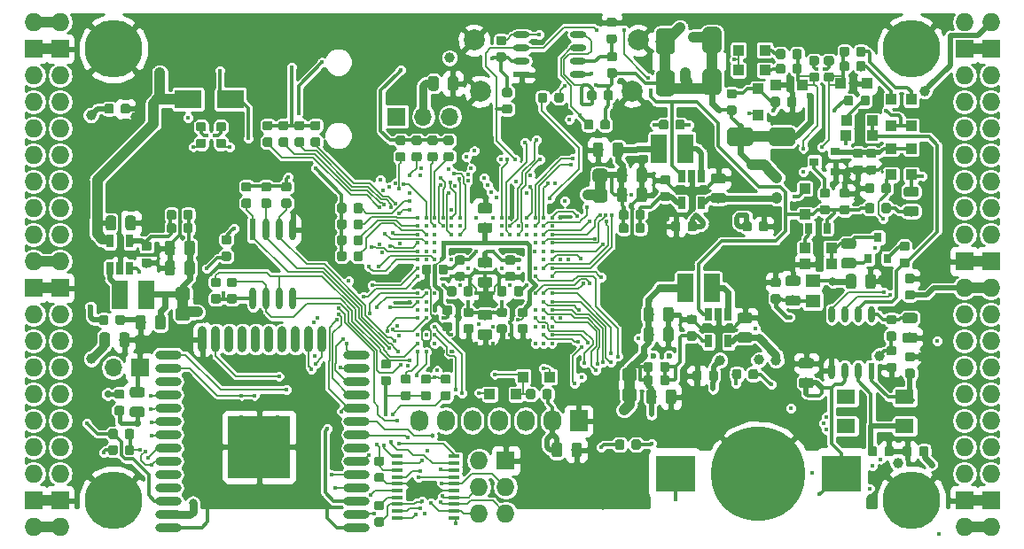
<source format=gbl>
G04 #@! TF.GenerationSoftware,KiCad,Pcbnew,5.0.2+dfsg1-1*
G04 #@! TF.CreationDate,2019-04-09T12:09:05+02:00*
G04 #@! TF.ProjectId,ulx3s,756c7833-732e-46b6-9963-61645f706362,v3.0.7*
G04 #@! TF.SameCoordinates,Original*
G04 #@! TF.FileFunction,Copper,L4,Bot*
G04 #@! TF.FilePolarity,Positive*
%FSLAX46Y46*%
G04 Gerber Fmt 4.6, Leading zero omitted, Abs format (unit mm)*
G04 Created by KiCad (PCBNEW 5.0.2+dfsg1-1) date utorak, 09. travnja 2019. 12:09:05 CEST*
%MOMM*%
%LPD*%
G01*
G04 APERTURE LIST*
G04 #@! TA.AperFunction,EtchedComponent*
%ADD10C,1.000000*%
G04 #@! TD*
G04 #@! TA.AperFunction,SMDPad,CuDef*
%ADD11O,1.100000X0.400000*%
G04 #@! TD*
G04 #@! TA.AperFunction,SMDPad,CuDef*
%ADD12R,1.100000X0.400000*%
G04 #@! TD*
G04 #@! TA.AperFunction,SMDPad,CuDef*
%ADD13R,1.500000X2.700000*%
G04 #@! TD*
G04 #@! TA.AperFunction,SMDPad,CuDef*
%ADD14R,1.800000X1.400000*%
G04 #@! TD*
G04 #@! TA.AperFunction,SMDPad,CuDef*
%ADD15R,3.700000X3.500000*%
G04 #@! TD*
G04 #@! TA.AperFunction,BGAPad,CuDef*
%ADD16C,9.000000*%
G04 #@! TD*
G04 #@! TA.AperFunction,ComponentPad*
%ADD17C,2.000000*%
G04 #@! TD*
G04 #@! TA.AperFunction,Conductor*
%ADD18C,0.100000*%
G04 #@! TD*
G04 #@! TA.AperFunction,SMDPad,CuDef*
%ADD19C,1.295000*%
G04 #@! TD*
G04 #@! TA.AperFunction,SMDPad,CuDef*
%ADD20C,1.800000*%
G04 #@! TD*
G04 #@! TA.AperFunction,SMDPad,CuDef*
%ADD21C,0.975000*%
G04 #@! TD*
G04 #@! TA.AperFunction,SMDPad,CuDef*
%ADD22C,0.875000*%
G04 #@! TD*
G04 #@! TA.AperFunction,SMDPad,CuDef*
%ADD23R,0.900000X0.800000*%
G04 #@! TD*
G04 #@! TA.AperFunction,SMDPad,CuDef*
%ADD24R,1.000000X1.000000*%
G04 #@! TD*
G04 #@! TA.AperFunction,SMDPad,CuDef*
%ADD25R,0.700000X1.200000*%
G04 #@! TD*
G04 #@! TA.AperFunction,ComponentPad*
%ADD26R,1.727200X2.032000*%
G04 #@! TD*
G04 #@! TA.AperFunction,ComponentPad*
%ADD27O,1.727200X2.032000*%
G04 #@! TD*
G04 #@! TA.AperFunction,SMDPad,CuDef*
%ADD28R,0.600000X1.550000*%
G04 #@! TD*
G04 #@! TA.AperFunction,SMDPad,CuDef*
%ADD29O,0.600000X1.550000*%
G04 #@! TD*
G04 #@! TA.AperFunction,SMDPad,CuDef*
%ADD30R,1.550000X0.600000*%
G04 #@! TD*
G04 #@! TA.AperFunction,SMDPad,CuDef*
%ADD31O,1.550000X0.600000*%
G04 #@! TD*
G04 #@! TA.AperFunction,SMDPad,CuDef*
%ADD32R,0.600000X2.100000*%
G04 #@! TD*
G04 #@! TA.AperFunction,SMDPad,CuDef*
%ADD33O,0.600000X2.100000*%
G04 #@! TD*
G04 #@! TA.AperFunction,SMDPad,CuDef*
%ADD34O,2.500000X0.900000*%
G04 #@! TD*
G04 #@! TA.AperFunction,SMDPad,CuDef*
%ADD35O,0.900000X2.500000*%
G04 #@! TD*
G04 #@! TA.AperFunction,SMDPad,CuDef*
%ADD36R,6.000000X6.000000*%
G04 #@! TD*
G04 #@! TA.AperFunction,ComponentPad*
%ADD37O,1.727200X1.727200*%
G04 #@! TD*
G04 #@! TA.AperFunction,ComponentPad*
%ADD38R,1.727200X1.727200*%
G04 #@! TD*
G04 #@! TA.AperFunction,ComponentPad*
%ADD39C,5.500000*%
G04 #@! TD*
G04 #@! TA.AperFunction,BGAPad,CuDef*
%ADD40C,0.300000*%
G04 #@! TD*
G04 #@! TA.AperFunction,ComponentPad*
%ADD41R,1.700000X1.700000*%
G04 #@! TD*
G04 #@! TA.AperFunction,ComponentPad*
%ADD42O,1.700000X1.700000*%
G04 #@! TD*
G04 #@! TA.AperFunction,SMDPad,CuDef*
%ADD43R,0.670000X1.000000*%
G04 #@! TD*
G04 #@! TA.AperFunction,SMDPad,CuDef*
%ADD44R,2.500000X1.800000*%
G04 #@! TD*
G04 #@! TA.AperFunction,SMDPad,CuDef*
%ADD45R,0.800000X0.900000*%
G04 #@! TD*
G04 #@! TA.AperFunction,SMDPad,CuDef*
%ADD46R,1.400000X1.295000*%
G04 #@! TD*
G04 #@! TA.AperFunction,ViaPad*
%ADD47C,2.000000*%
G04 #@! TD*
G04 #@! TA.AperFunction,ViaPad*
%ADD48C,0.419000*%
G04 #@! TD*
G04 #@! TA.AperFunction,ViaPad*
%ADD49C,1.000000*%
G04 #@! TD*
G04 #@! TA.AperFunction,ViaPad*
%ADD50C,0.600000*%
G04 #@! TD*
G04 #@! TA.AperFunction,ViaPad*
%ADD51C,0.800000*%
G04 #@! TD*
G04 #@! TA.AperFunction,ViaPad*
%ADD52C,0.500000*%
G04 #@! TD*
G04 #@! TA.AperFunction,ViaPad*
%ADD53C,0.700000*%
G04 #@! TD*
G04 #@! TA.AperFunction,ViaPad*
%ADD54C,0.454000*%
G04 #@! TD*
G04 #@! TA.AperFunction,Conductor*
%ADD55C,0.300000*%
G04 #@! TD*
G04 #@! TA.AperFunction,Conductor*
%ADD56C,0.400000*%
G04 #@! TD*
G04 #@! TA.AperFunction,Conductor*
%ADD57C,1.000000*%
G04 #@! TD*
G04 #@! TA.AperFunction,Conductor*
%ADD58C,0.600000*%
G04 #@! TD*
G04 #@! TA.AperFunction,Conductor*
%ADD59C,0.127000*%
G04 #@! TD*
G04 #@! TA.AperFunction,Conductor*
%ADD60C,0.190000*%
G04 #@! TD*
G04 #@! TA.AperFunction,Conductor*
%ADD61C,0.500000*%
G04 #@! TD*
G04 #@! TA.AperFunction,Conductor*
%ADD62C,0.700000*%
G04 #@! TD*
G04 #@! TA.AperFunction,Conductor*
%ADD63C,0.800000*%
G04 #@! TD*
G04 #@! TA.AperFunction,Conductor*
%ADD64C,0.200000*%
G04 #@! TD*
G04 #@! TA.AperFunction,Conductor*
%ADD65C,0.254000*%
G04 #@! TD*
G04 APERTURE END LIST*
D10*
G04 #@! TO.C,RP2*
X109609000Y-88632000D02*
X109609000Y-90632000D01*
G04 #@! TO.C,RP3*
X149472000Y-77311000D02*
X149472000Y-79311000D01*
G04 #@! TO.C,RP1*
X152281000Y-96361000D02*
X152281000Y-98361000D01*
G04 #@! TO.C,D52*
X160155000Y-64391000D02*
X160155000Y-68391000D01*
G04 #@! TO.C,D51*
X155710000Y-68518000D02*
X155710000Y-64518000D01*
G04 #@! TO.C,D9*
X166854000Y-73630000D02*
X162854000Y-73630000D01*
G04 #@! TD*
D11*
G04 #@! TO.P,U6,20*
G04 #@! TO.N,FTDI_TXD*
X130135000Y-104215000D03*
G04 #@! TO.P,U6,19*
G04 #@! TO.N,FTDI_nSLEEP*
X130135000Y-104865000D03*
G04 #@! TO.P,U6,18*
G04 #@! TO.N,FTDI_TXDEN*
X130135000Y-105515000D03*
G04 #@! TO.P,U6,17*
G04 #@! TO.N,FTDI_nRXLED*
X130135000Y-106165000D03*
G04 #@! TO.P,U6,16*
G04 #@! TO.N,GND*
X130135000Y-106815000D03*
G04 #@! TO.P,U6,15*
G04 #@! TO.N,USB5V*
X130135000Y-107465000D03*
G04 #@! TO.P,U6,14*
G04 #@! TO.N,nRESET*
X130135000Y-108115000D03*
G04 #@! TO.P,U6,13*
G04 #@! TO.N,FT2V5*
X130135000Y-108765000D03*
G04 #@! TO.P,U6,12*
G04 #@! TO.N,USB_FTDI_D-*
X130135000Y-109415000D03*
G04 #@! TO.P,U6,11*
G04 #@! TO.N,USB_FTDI_D+*
X130135000Y-110065000D03*
G04 #@! TO.P,U6,10*
G04 #@! TO.N,FTDI_nTXLED*
X135535000Y-110065000D03*
G04 #@! TO.P,U6,9*
G04 #@! TO.N,JTAG_TDO*
X135535000Y-109415000D03*
G04 #@! TO.P,U6,8*
G04 #@! TO.N,JTAG_TMS*
X135535000Y-108765000D03*
G04 #@! TO.P,U6,7*
G04 #@! TO.N,JTAG_TCK*
X135535000Y-108115000D03*
G04 #@! TO.P,U6,6*
G04 #@! TO.N,GND*
X135535000Y-107465000D03*
G04 #@! TO.P,U6,5*
G04 #@! TO.N,JTAG_TDI*
X135535000Y-106815000D03*
G04 #@! TO.P,U6,4*
G04 #@! TO.N,FTDI_RXD*
X135535000Y-106165000D03*
G04 #@! TO.P,U6,3*
G04 #@! TO.N,FT2V5*
X135535000Y-105515000D03*
G04 #@! TO.P,U6,2*
G04 #@! TO.N,FTDI_nRTS*
X135535000Y-104865000D03*
D12*
G04 #@! TO.P,U6,1*
G04 #@! TO.N,FTDI_nDTR*
X135535000Y-104215000D03*
G04 #@! TD*
D13*
G04 #@! TO.P,L3,1*
G04 #@! TO.N,/power/L3*
X157600000Y-74755000D03*
G04 #@! TO.P,L3,2*
G04 #@! TO.N,/power/P3V3*
X155060000Y-74755000D03*
G04 #@! TD*
G04 #@! TO.P,L1,1*
G04 #@! TO.N,/power/L1*
X160140000Y-88090000D03*
G04 #@! TO.P,L1,2*
G04 #@! TO.N,/power/P1V1*
X157600000Y-88090000D03*
G04 #@! TD*
G04 #@! TO.P,L2,1*
G04 #@! TO.N,/power/L2*
X103625000Y-88725000D03*
G04 #@! TO.P,L2,2*
G04 #@! TO.N,/power/P2V5*
X106165000Y-88725000D03*
G04 #@! TD*
D14*
G04 #@! TO.P,Y2,4*
G04 #@! TO.N,/power/OSCI_32k*
X178576000Y-98522000D03*
G04 #@! TO.P,Y2,3*
G04 #@! TO.N,Net-(Y2-Pad3)*
X172976000Y-98522000D03*
G04 #@! TO.P,Y2,2*
G04 #@! TO.N,Net-(Y2-Pad2)*
X172976000Y-101322000D03*
G04 #@! TO.P,Y2,1*
G04 #@! TO.N,/power/OSCO_32k*
X178576000Y-101322000D03*
G04 #@! TD*
D15*
G04 #@! TO.P,BAT1,1*
G04 #@! TO.N,/power/VBAT*
X172485000Y-105870000D03*
X156685000Y-105870000D03*
D16*
G04 #@! TO.P,BAT1,2*
G04 #@! TO.N,GND*
X164585000Y-105870000D03*
G04 #@! TD*
D17*
G04 #@! TO.P,GPDI1,0*
G04 #@! TO.N,GND*
X152546000Y-69312000D03*
X138046000Y-69312000D03*
X153146000Y-64412000D03*
X137446000Y-64412000D03*
G04 #@! TD*
D18*
G04 #@! TO.N,+2V5*
G04 #@! TO.C,RP2*
G36*
X110016983Y-89953559D02*
X110048410Y-89958221D01*
X110079230Y-89965941D01*
X110109144Y-89976644D01*
X110137865Y-89990228D01*
X110165116Y-90006562D01*
X110190635Y-90025488D01*
X110214176Y-90046824D01*
X110235512Y-90070365D01*
X110254438Y-90095884D01*
X110270772Y-90123135D01*
X110284356Y-90151856D01*
X110295059Y-90181770D01*
X110302779Y-90212590D01*
X110307441Y-90244017D01*
X110309000Y-90275750D01*
X110309000Y-90923250D01*
X110307441Y-90954983D01*
X110302779Y-90986410D01*
X110295059Y-91017230D01*
X110284356Y-91047144D01*
X110270772Y-91075865D01*
X110254438Y-91103116D01*
X110235512Y-91128635D01*
X110214176Y-91152176D01*
X110190635Y-91173512D01*
X110165116Y-91192438D01*
X110137865Y-91208772D01*
X110109144Y-91222356D01*
X110079230Y-91233059D01*
X110048410Y-91240779D01*
X110016983Y-91245441D01*
X109985250Y-91247000D01*
X109232750Y-91247000D01*
X109201017Y-91245441D01*
X109169590Y-91240779D01*
X109138770Y-91233059D01*
X109108856Y-91222356D01*
X109080135Y-91208772D01*
X109052884Y-91192438D01*
X109027365Y-91173512D01*
X109003824Y-91152176D01*
X108982488Y-91128635D01*
X108963562Y-91103116D01*
X108947228Y-91075865D01*
X108933644Y-91047144D01*
X108922941Y-91017230D01*
X108915221Y-90986410D01*
X108910559Y-90954983D01*
X108909000Y-90923250D01*
X108909000Y-90275750D01*
X108910559Y-90244017D01*
X108915221Y-90212590D01*
X108922941Y-90181770D01*
X108933644Y-90151856D01*
X108947228Y-90123135D01*
X108963562Y-90095884D01*
X108982488Y-90070365D01*
X109003824Y-90046824D01*
X109027365Y-90025488D01*
X109052884Y-90006562D01*
X109080135Y-89990228D01*
X109108856Y-89976644D01*
X109138770Y-89965941D01*
X109169590Y-89958221D01*
X109201017Y-89953559D01*
X109232750Y-89952000D01*
X109985250Y-89952000D01*
X110016983Y-89953559D01*
X110016983Y-89953559D01*
G37*
D19*
G04 #@! TD*
G04 #@! TO.P,RP2,2*
G04 #@! TO.N,+2V5*
X109609000Y-90599500D03*
D18*
G04 #@! TO.N,/power/P2V5*
G04 #@! TO.C,RP2*
G36*
X110016983Y-88018559D02*
X110048410Y-88023221D01*
X110079230Y-88030941D01*
X110109144Y-88041644D01*
X110137865Y-88055228D01*
X110165116Y-88071562D01*
X110190635Y-88090488D01*
X110214176Y-88111824D01*
X110235512Y-88135365D01*
X110254438Y-88160884D01*
X110270772Y-88188135D01*
X110284356Y-88216856D01*
X110295059Y-88246770D01*
X110302779Y-88277590D01*
X110307441Y-88309017D01*
X110309000Y-88340750D01*
X110309000Y-88988250D01*
X110307441Y-89019983D01*
X110302779Y-89051410D01*
X110295059Y-89082230D01*
X110284356Y-89112144D01*
X110270772Y-89140865D01*
X110254438Y-89168116D01*
X110235512Y-89193635D01*
X110214176Y-89217176D01*
X110190635Y-89238512D01*
X110165116Y-89257438D01*
X110137865Y-89273772D01*
X110109144Y-89287356D01*
X110079230Y-89298059D01*
X110048410Y-89305779D01*
X110016983Y-89310441D01*
X109985250Y-89312000D01*
X109232750Y-89312000D01*
X109201017Y-89310441D01*
X109169590Y-89305779D01*
X109138770Y-89298059D01*
X109108856Y-89287356D01*
X109080135Y-89273772D01*
X109052884Y-89257438D01*
X109027365Y-89238512D01*
X109003824Y-89217176D01*
X108982488Y-89193635D01*
X108963562Y-89168116D01*
X108947228Y-89140865D01*
X108933644Y-89112144D01*
X108922941Y-89082230D01*
X108915221Y-89051410D01*
X108910559Y-89019983D01*
X108909000Y-88988250D01*
X108909000Y-88340750D01*
X108910559Y-88309017D01*
X108915221Y-88277590D01*
X108922941Y-88246770D01*
X108933644Y-88216856D01*
X108947228Y-88188135D01*
X108963562Y-88160884D01*
X108982488Y-88135365D01*
X109003824Y-88111824D01*
X109027365Y-88090488D01*
X109052884Y-88071562D01*
X109080135Y-88055228D01*
X109108856Y-88041644D01*
X109138770Y-88030941D01*
X109169590Y-88023221D01*
X109201017Y-88018559D01*
X109232750Y-88017000D01*
X109985250Y-88017000D01*
X110016983Y-88018559D01*
X110016983Y-88018559D01*
G37*
D19*
G04 #@! TD*
G04 #@! TO.P,RP2,1*
G04 #@! TO.N,/power/P2V5*
X109609000Y-88664500D03*
D18*
G04 #@! TO.N,+3V3*
G04 #@! TO.C,RP3*
G36*
X149879983Y-78632559D02*
X149911410Y-78637221D01*
X149942230Y-78644941D01*
X149972144Y-78655644D01*
X150000865Y-78669228D01*
X150028116Y-78685562D01*
X150053635Y-78704488D01*
X150077176Y-78725824D01*
X150098512Y-78749365D01*
X150117438Y-78774884D01*
X150133772Y-78802135D01*
X150147356Y-78830856D01*
X150158059Y-78860770D01*
X150165779Y-78891590D01*
X150170441Y-78923017D01*
X150172000Y-78954750D01*
X150172000Y-79602250D01*
X150170441Y-79633983D01*
X150165779Y-79665410D01*
X150158059Y-79696230D01*
X150147356Y-79726144D01*
X150133772Y-79754865D01*
X150117438Y-79782116D01*
X150098512Y-79807635D01*
X150077176Y-79831176D01*
X150053635Y-79852512D01*
X150028116Y-79871438D01*
X150000865Y-79887772D01*
X149972144Y-79901356D01*
X149942230Y-79912059D01*
X149911410Y-79919779D01*
X149879983Y-79924441D01*
X149848250Y-79926000D01*
X149095750Y-79926000D01*
X149064017Y-79924441D01*
X149032590Y-79919779D01*
X149001770Y-79912059D01*
X148971856Y-79901356D01*
X148943135Y-79887772D01*
X148915884Y-79871438D01*
X148890365Y-79852512D01*
X148866824Y-79831176D01*
X148845488Y-79807635D01*
X148826562Y-79782116D01*
X148810228Y-79754865D01*
X148796644Y-79726144D01*
X148785941Y-79696230D01*
X148778221Y-79665410D01*
X148773559Y-79633983D01*
X148772000Y-79602250D01*
X148772000Y-78954750D01*
X148773559Y-78923017D01*
X148778221Y-78891590D01*
X148785941Y-78860770D01*
X148796644Y-78830856D01*
X148810228Y-78802135D01*
X148826562Y-78774884D01*
X148845488Y-78749365D01*
X148866824Y-78725824D01*
X148890365Y-78704488D01*
X148915884Y-78685562D01*
X148943135Y-78669228D01*
X148971856Y-78655644D01*
X149001770Y-78644941D01*
X149032590Y-78637221D01*
X149064017Y-78632559D01*
X149095750Y-78631000D01*
X149848250Y-78631000D01*
X149879983Y-78632559D01*
X149879983Y-78632559D01*
G37*
D19*
G04 #@! TD*
G04 #@! TO.P,RP3,2*
G04 #@! TO.N,+3V3*
X149472000Y-79278500D03*
D18*
G04 #@! TO.N,/power/P3V3*
G04 #@! TO.C,RP3*
G36*
X149879983Y-76697559D02*
X149911410Y-76702221D01*
X149942230Y-76709941D01*
X149972144Y-76720644D01*
X150000865Y-76734228D01*
X150028116Y-76750562D01*
X150053635Y-76769488D01*
X150077176Y-76790824D01*
X150098512Y-76814365D01*
X150117438Y-76839884D01*
X150133772Y-76867135D01*
X150147356Y-76895856D01*
X150158059Y-76925770D01*
X150165779Y-76956590D01*
X150170441Y-76988017D01*
X150172000Y-77019750D01*
X150172000Y-77667250D01*
X150170441Y-77698983D01*
X150165779Y-77730410D01*
X150158059Y-77761230D01*
X150147356Y-77791144D01*
X150133772Y-77819865D01*
X150117438Y-77847116D01*
X150098512Y-77872635D01*
X150077176Y-77896176D01*
X150053635Y-77917512D01*
X150028116Y-77936438D01*
X150000865Y-77952772D01*
X149972144Y-77966356D01*
X149942230Y-77977059D01*
X149911410Y-77984779D01*
X149879983Y-77989441D01*
X149848250Y-77991000D01*
X149095750Y-77991000D01*
X149064017Y-77989441D01*
X149032590Y-77984779D01*
X149001770Y-77977059D01*
X148971856Y-77966356D01*
X148943135Y-77952772D01*
X148915884Y-77936438D01*
X148890365Y-77917512D01*
X148866824Y-77896176D01*
X148845488Y-77872635D01*
X148826562Y-77847116D01*
X148810228Y-77819865D01*
X148796644Y-77791144D01*
X148785941Y-77761230D01*
X148778221Y-77730410D01*
X148773559Y-77698983D01*
X148772000Y-77667250D01*
X148772000Y-77019750D01*
X148773559Y-76988017D01*
X148778221Y-76956590D01*
X148785941Y-76925770D01*
X148796644Y-76895856D01*
X148810228Y-76867135D01*
X148826562Y-76839884D01*
X148845488Y-76814365D01*
X148866824Y-76790824D01*
X148890365Y-76769488D01*
X148915884Y-76750562D01*
X148943135Y-76734228D01*
X148971856Y-76720644D01*
X149001770Y-76709941D01*
X149032590Y-76702221D01*
X149064017Y-76697559D01*
X149095750Y-76696000D01*
X149848250Y-76696000D01*
X149879983Y-76697559D01*
X149879983Y-76697559D01*
G37*
D19*
G04 #@! TD*
G04 #@! TO.P,RP3,1*
G04 #@! TO.N,/power/P3V3*
X149472000Y-77343500D03*
D18*
G04 #@! TO.N,+1V1*
G04 #@! TO.C,RP1*
G36*
X152688983Y-97682559D02*
X152720410Y-97687221D01*
X152751230Y-97694941D01*
X152781144Y-97705644D01*
X152809865Y-97719228D01*
X152837116Y-97735562D01*
X152862635Y-97754488D01*
X152886176Y-97775824D01*
X152907512Y-97799365D01*
X152926438Y-97824884D01*
X152942772Y-97852135D01*
X152956356Y-97880856D01*
X152967059Y-97910770D01*
X152974779Y-97941590D01*
X152979441Y-97973017D01*
X152981000Y-98004750D01*
X152981000Y-98652250D01*
X152979441Y-98683983D01*
X152974779Y-98715410D01*
X152967059Y-98746230D01*
X152956356Y-98776144D01*
X152942772Y-98804865D01*
X152926438Y-98832116D01*
X152907512Y-98857635D01*
X152886176Y-98881176D01*
X152862635Y-98902512D01*
X152837116Y-98921438D01*
X152809865Y-98937772D01*
X152781144Y-98951356D01*
X152751230Y-98962059D01*
X152720410Y-98969779D01*
X152688983Y-98974441D01*
X152657250Y-98976000D01*
X151904750Y-98976000D01*
X151873017Y-98974441D01*
X151841590Y-98969779D01*
X151810770Y-98962059D01*
X151780856Y-98951356D01*
X151752135Y-98937772D01*
X151724884Y-98921438D01*
X151699365Y-98902512D01*
X151675824Y-98881176D01*
X151654488Y-98857635D01*
X151635562Y-98832116D01*
X151619228Y-98804865D01*
X151605644Y-98776144D01*
X151594941Y-98746230D01*
X151587221Y-98715410D01*
X151582559Y-98683983D01*
X151581000Y-98652250D01*
X151581000Y-98004750D01*
X151582559Y-97973017D01*
X151587221Y-97941590D01*
X151594941Y-97910770D01*
X151605644Y-97880856D01*
X151619228Y-97852135D01*
X151635562Y-97824884D01*
X151654488Y-97799365D01*
X151675824Y-97775824D01*
X151699365Y-97754488D01*
X151724884Y-97735562D01*
X151752135Y-97719228D01*
X151780856Y-97705644D01*
X151810770Y-97694941D01*
X151841590Y-97687221D01*
X151873017Y-97682559D01*
X151904750Y-97681000D01*
X152657250Y-97681000D01*
X152688983Y-97682559D01*
X152688983Y-97682559D01*
G37*
D19*
G04 #@! TD*
G04 #@! TO.P,RP1,2*
G04 #@! TO.N,+1V1*
X152281000Y-98328500D03*
D18*
G04 #@! TO.N,/power/P1V1*
G04 #@! TO.C,RP1*
G36*
X152688983Y-95747559D02*
X152720410Y-95752221D01*
X152751230Y-95759941D01*
X152781144Y-95770644D01*
X152809865Y-95784228D01*
X152837116Y-95800562D01*
X152862635Y-95819488D01*
X152886176Y-95840824D01*
X152907512Y-95864365D01*
X152926438Y-95889884D01*
X152942772Y-95917135D01*
X152956356Y-95945856D01*
X152967059Y-95975770D01*
X152974779Y-96006590D01*
X152979441Y-96038017D01*
X152981000Y-96069750D01*
X152981000Y-96717250D01*
X152979441Y-96748983D01*
X152974779Y-96780410D01*
X152967059Y-96811230D01*
X152956356Y-96841144D01*
X152942772Y-96869865D01*
X152926438Y-96897116D01*
X152907512Y-96922635D01*
X152886176Y-96946176D01*
X152862635Y-96967512D01*
X152837116Y-96986438D01*
X152809865Y-97002772D01*
X152781144Y-97016356D01*
X152751230Y-97027059D01*
X152720410Y-97034779D01*
X152688983Y-97039441D01*
X152657250Y-97041000D01*
X151904750Y-97041000D01*
X151873017Y-97039441D01*
X151841590Y-97034779D01*
X151810770Y-97027059D01*
X151780856Y-97016356D01*
X151752135Y-97002772D01*
X151724884Y-96986438D01*
X151699365Y-96967512D01*
X151675824Y-96946176D01*
X151654488Y-96922635D01*
X151635562Y-96897116D01*
X151619228Y-96869865D01*
X151605644Y-96841144D01*
X151594941Y-96811230D01*
X151587221Y-96780410D01*
X151582559Y-96748983D01*
X151581000Y-96717250D01*
X151581000Y-96069750D01*
X151582559Y-96038017D01*
X151587221Y-96006590D01*
X151594941Y-95975770D01*
X151605644Y-95945856D01*
X151619228Y-95917135D01*
X151635562Y-95889884D01*
X151654488Y-95864365D01*
X151675824Y-95840824D01*
X151699365Y-95819488D01*
X151724884Y-95800562D01*
X151752135Y-95784228D01*
X151780856Y-95770644D01*
X151810770Y-95759941D01*
X151841590Y-95752221D01*
X151873017Y-95747559D01*
X151904750Y-95746000D01*
X152657250Y-95746000D01*
X152688983Y-95747559D01*
X152688983Y-95747559D01*
G37*
D19*
G04 #@! TD*
G04 #@! TO.P,RP1,1*
G04 #@! TO.N,/power/P1V1*
X152281000Y-96393500D03*
D18*
G04 #@! TO.N,+5V*
G04 #@! TO.C,D52*
G36*
X160649108Y-67143167D02*
X160692791Y-67149647D01*
X160735628Y-67160377D01*
X160777208Y-67175254D01*
X160817129Y-67194135D01*
X160855007Y-67216839D01*
X160890477Y-67243145D01*
X160923198Y-67272802D01*
X160952855Y-67305523D01*
X160979161Y-67340993D01*
X161001865Y-67378871D01*
X161020746Y-67418792D01*
X161035623Y-67460372D01*
X161046353Y-67503209D01*
X161052833Y-67546892D01*
X161055000Y-67591000D01*
X161055000Y-69191000D01*
X161052833Y-69235108D01*
X161046353Y-69278791D01*
X161035623Y-69321628D01*
X161020746Y-69363208D01*
X161001865Y-69403129D01*
X160979161Y-69441007D01*
X160952855Y-69476477D01*
X160923198Y-69509198D01*
X160890477Y-69538855D01*
X160855007Y-69565161D01*
X160817129Y-69587865D01*
X160777208Y-69606746D01*
X160735628Y-69621623D01*
X160692791Y-69632353D01*
X160649108Y-69638833D01*
X160605000Y-69641000D01*
X159705000Y-69641000D01*
X159660892Y-69638833D01*
X159617209Y-69632353D01*
X159574372Y-69621623D01*
X159532792Y-69606746D01*
X159492871Y-69587865D01*
X159454993Y-69565161D01*
X159419523Y-69538855D01*
X159386802Y-69509198D01*
X159357145Y-69476477D01*
X159330839Y-69441007D01*
X159308135Y-69403129D01*
X159289254Y-69363208D01*
X159274377Y-69321628D01*
X159263647Y-69278791D01*
X159257167Y-69235108D01*
X159255000Y-69191000D01*
X159255000Y-67591000D01*
X159257167Y-67546892D01*
X159263647Y-67503209D01*
X159274377Y-67460372D01*
X159289254Y-67418792D01*
X159308135Y-67378871D01*
X159330839Y-67340993D01*
X159357145Y-67305523D01*
X159386802Y-67272802D01*
X159419523Y-67243145D01*
X159454993Y-67216839D01*
X159492871Y-67194135D01*
X159532792Y-67175254D01*
X159574372Y-67160377D01*
X159617209Y-67149647D01*
X159660892Y-67143167D01*
X159705000Y-67141000D01*
X160605000Y-67141000D01*
X160649108Y-67143167D01*
X160649108Y-67143167D01*
G37*
D20*
G04 #@! TD*
G04 #@! TO.P,D52,2*
G04 #@! TO.N,+5V*
X160155000Y-68391000D03*
D18*
G04 #@! TO.N,/gpio/OUT5V*
G04 #@! TO.C,D52*
G36*
X160649108Y-63143167D02*
X160692791Y-63149647D01*
X160735628Y-63160377D01*
X160777208Y-63175254D01*
X160817129Y-63194135D01*
X160855007Y-63216839D01*
X160890477Y-63243145D01*
X160923198Y-63272802D01*
X160952855Y-63305523D01*
X160979161Y-63340993D01*
X161001865Y-63378871D01*
X161020746Y-63418792D01*
X161035623Y-63460372D01*
X161046353Y-63503209D01*
X161052833Y-63546892D01*
X161055000Y-63591000D01*
X161055000Y-65191000D01*
X161052833Y-65235108D01*
X161046353Y-65278791D01*
X161035623Y-65321628D01*
X161020746Y-65363208D01*
X161001865Y-65403129D01*
X160979161Y-65441007D01*
X160952855Y-65476477D01*
X160923198Y-65509198D01*
X160890477Y-65538855D01*
X160855007Y-65565161D01*
X160817129Y-65587865D01*
X160777208Y-65606746D01*
X160735628Y-65621623D01*
X160692791Y-65632353D01*
X160649108Y-65638833D01*
X160605000Y-65641000D01*
X159705000Y-65641000D01*
X159660892Y-65638833D01*
X159617209Y-65632353D01*
X159574372Y-65621623D01*
X159532792Y-65606746D01*
X159492871Y-65587865D01*
X159454993Y-65565161D01*
X159419523Y-65538855D01*
X159386802Y-65509198D01*
X159357145Y-65476477D01*
X159330839Y-65441007D01*
X159308135Y-65403129D01*
X159289254Y-65363208D01*
X159274377Y-65321628D01*
X159263647Y-65278791D01*
X159257167Y-65235108D01*
X159255000Y-65191000D01*
X159255000Y-63591000D01*
X159257167Y-63546892D01*
X159263647Y-63503209D01*
X159274377Y-63460372D01*
X159289254Y-63418792D01*
X159308135Y-63378871D01*
X159330839Y-63340993D01*
X159357145Y-63305523D01*
X159386802Y-63272802D01*
X159419523Y-63243145D01*
X159454993Y-63216839D01*
X159492871Y-63194135D01*
X159532792Y-63175254D01*
X159574372Y-63160377D01*
X159617209Y-63149647D01*
X159660892Y-63143167D01*
X159705000Y-63141000D01*
X160605000Y-63141000D01*
X160649108Y-63143167D01*
X160649108Y-63143167D01*
G37*
D20*
G04 #@! TD*
G04 #@! TO.P,D52,1*
G04 #@! TO.N,/gpio/OUT5V*
X160155000Y-64391000D03*
D18*
G04 #@! TO.N,/gpio/IN5V*
G04 #@! TO.C,D51*
G36*
X156204108Y-63270167D02*
X156247791Y-63276647D01*
X156290628Y-63287377D01*
X156332208Y-63302254D01*
X156372129Y-63321135D01*
X156410007Y-63343839D01*
X156445477Y-63370145D01*
X156478198Y-63399802D01*
X156507855Y-63432523D01*
X156534161Y-63467993D01*
X156556865Y-63505871D01*
X156575746Y-63545792D01*
X156590623Y-63587372D01*
X156601353Y-63630209D01*
X156607833Y-63673892D01*
X156610000Y-63718000D01*
X156610000Y-65318000D01*
X156607833Y-65362108D01*
X156601353Y-65405791D01*
X156590623Y-65448628D01*
X156575746Y-65490208D01*
X156556865Y-65530129D01*
X156534161Y-65568007D01*
X156507855Y-65603477D01*
X156478198Y-65636198D01*
X156445477Y-65665855D01*
X156410007Y-65692161D01*
X156372129Y-65714865D01*
X156332208Y-65733746D01*
X156290628Y-65748623D01*
X156247791Y-65759353D01*
X156204108Y-65765833D01*
X156160000Y-65768000D01*
X155260000Y-65768000D01*
X155215892Y-65765833D01*
X155172209Y-65759353D01*
X155129372Y-65748623D01*
X155087792Y-65733746D01*
X155047871Y-65714865D01*
X155009993Y-65692161D01*
X154974523Y-65665855D01*
X154941802Y-65636198D01*
X154912145Y-65603477D01*
X154885839Y-65568007D01*
X154863135Y-65530129D01*
X154844254Y-65490208D01*
X154829377Y-65448628D01*
X154818647Y-65405791D01*
X154812167Y-65362108D01*
X154810000Y-65318000D01*
X154810000Y-63718000D01*
X154812167Y-63673892D01*
X154818647Y-63630209D01*
X154829377Y-63587372D01*
X154844254Y-63545792D01*
X154863135Y-63505871D01*
X154885839Y-63467993D01*
X154912145Y-63432523D01*
X154941802Y-63399802D01*
X154974523Y-63370145D01*
X155009993Y-63343839D01*
X155047871Y-63321135D01*
X155087792Y-63302254D01*
X155129372Y-63287377D01*
X155172209Y-63276647D01*
X155215892Y-63270167D01*
X155260000Y-63268000D01*
X156160000Y-63268000D01*
X156204108Y-63270167D01*
X156204108Y-63270167D01*
G37*
D20*
G04 #@! TD*
G04 #@! TO.P,D51,2*
G04 #@! TO.N,/gpio/IN5V*
X155710000Y-64518000D03*
D18*
G04 #@! TO.N,+5V*
G04 #@! TO.C,D51*
G36*
X156204108Y-67270167D02*
X156247791Y-67276647D01*
X156290628Y-67287377D01*
X156332208Y-67302254D01*
X156372129Y-67321135D01*
X156410007Y-67343839D01*
X156445477Y-67370145D01*
X156478198Y-67399802D01*
X156507855Y-67432523D01*
X156534161Y-67467993D01*
X156556865Y-67505871D01*
X156575746Y-67545792D01*
X156590623Y-67587372D01*
X156601353Y-67630209D01*
X156607833Y-67673892D01*
X156610000Y-67718000D01*
X156610000Y-69318000D01*
X156607833Y-69362108D01*
X156601353Y-69405791D01*
X156590623Y-69448628D01*
X156575746Y-69490208D01*
X156556865Y-69530129D01*
X156534161Y-69568007D01*
X156507855Y-69603477D01*
X156478198Y-69636198D01*
X156445477Y-69665855D01*
X156410007Y-69692161D01*
X156372129Y-69714865D01*
X156332208Y-69733746D01*
X156290628Y-69748623D01*
X156247791Y-69759353D01*
X156204108Y-69765833D01*
X156160000Y-69768000D01*
X155260000Y-69768000D01*
X155215892Y-69765833D01*
X155172209Y-69759353D01*
X155129372Y-69748623D01*
X155087792Y-69733746D01*
X155047871Y-69714865D01*
X155009993Y-69692161D01*
X154974523Y-69665855D01*
X154941802Y-69636198D01*
X154912145Y-69603477D01*
X154885839Y-69568007D01*
X154863135Y-69530129D01*
X154844254Y-69490208D01*
X154829377Y-69448628D01*
X154818647Y-69405791D01*
X154812167Y-69362108D01*
X154810000Y-69318000D01*
X154810000Y-67718000D01*
X154812167Y-67673892D01*
X154818647Y-67630209D01*
X154829377Y-67587372D01*
X154844254Y-67545792D01*
X154863135Y-67505871D01*
X154885839Y-67467993D01*
X154912145Y-67432523D01*
X154941802Y-67399802D01*
X154974523Y-67370145D01*
X155009993Y-67343839D01*
X155047871Y-67321135D01*
X155087792Y-67302254D01*
X155129372Y-67287377D01*
X155172209Y-67276647D01*
X155215892Y-67270167D01*
X155260000Y-67268000D01*
X156160000Y-67268000D01*
X156204108Y-67270167D01*
X156204108Y-67270167D01*
G37*
D20*
G04 #@! TD*
G04 #@! TO.P,D51,1*
G04 #@! TO.N,+5V*
X155710000Y-68518000D03*
D18*
G04 #@! TO.N,+5V*
G04 #@! TO.C,D9*
G36*
X163698108Y-72732167D02*
X163741791Y-72738647D01*
X163784628Y-72749377D01*
X163826208Y-72764254D01*
X163866129Y-72783135D01*
X163904007Y-72805839D01*
X163939477Y-72832145D01*
X163972198Y-72861802D01*
X164001855Y-72894523D01*
X164028161Y-72929993D01*
X164050865Y-72967871D01*
X164069746Y-73007792D01*
X164084623Y-73049372D01*
X164095353Y-73092209D01*
X164101833Y-73135892D01*
X164104000Y-73180000D01*
X164104000Y-74080000D01*
X164101833Y-74124108D01*
X164095353Y-74167791D01*
X164084623Y-74210628D01*
X164069746Y-74252208D01*
X164050865Y-74292129D01*
X164028161Y-74330007D01*
X164001855Y-74365477D01*
X163972198Y-74398198D01*
X163939477Y-74427855D01*
X163904007Y-74454161D01*
X163866129Y-74476865D01*
X163826208Y-74495746D01*
X163784628Y-74510623D01*
X163741791Y-74521353D01*
X163698108Y-74527833D01*
X163654000Y-74530000D01*
X162054000Y-74530000D01*
X162009892Y-74527833D01*
X161966209Y-74521353D01*
X161923372Y-74510623D01*
X161881792Y-74495746D01*
X161841871Y-74476865D01*
X161803993Y-74454161D01*
X161768523Y-74427855D01*
X161735802Y-74398198D01*
X161706145Y-74365477D01*
X161679839Y-74330007D01*
X161657135Y-74292129D01*
X161638254Y-74252208D01*
X161623377Y-74210628D01*
X161612647Y-74167791D01*
X161606167Y-74124108D01*
X161604000Y-74080000D01*
X161604000Y-73180000D01*
X161606167Y-73135892D01*
X161612647Y-73092209D01*
X161623377Y-73049372D01*
X161638254Y-73007792D01*
X161657135Y-72967871D01*
X161679839Y-72929993D01*
X161706145Y-72894523D01*
X161735802Y-72861802D01*
X161768523Y-72832145D01*
X161803993Y-72805839D01*
X161841871Y-72783135D01*
X161881792Y-72764254D01*
X161923372Y-72749377D01*
X161966209Y-72738647D01*
X162009892Y-72732167D01*
X162054000Y-72730000D01*
X163654000Y-72730000D01*
X163698108Y-72732167D01*
X163698108Y-72732167D01*
G37*
D20*
G04 #@! TD*
G04 #@! TO.P,D9,2*
G04 #@! TO.N,+5V*
X162854000Y-73630000D03*
D18*
G04 #@! TO.N,/usb/US2VBUS*
G04 #@! TO.C,D9*
G36*
X167698108Y-72732167D02*
X167741791Y-72738647D01*
X167784628Y-72749377D01*
X167826208Y-72764254D01*
X167866129Y-72783135D01*
X167904007Y-72805839D01*
X167939477Y-72832145D01*
X167972198Y-72861802D01*
X168001855Y-72894523D01*
X168028161Y-72929993D01*
X168050865Y-72967871D01*
X168069746Y-73007792D01*
X168084623Y-73049372D01*
X168095353Y-73092209D01*
X168101833Y-73135892D01*
X168104000Y-73180000D01*
X168104000Y-74080000D01*
X168101833Y-74124108D01*
X168095353Y-74167791D01*
X168084623Y-74210628D01*
X168069746Y-74252208D01*
X168050865Y-74292129D01*
X168028161Y-74330007D01*
X168001855Y-74365477D01*
X167972198Y-74398198D01*
X167939477Y-74427855D01*
X167904007Y-74454161D01*
X167866129Y-74476865D01*
X167826208Y-74495746D01*
X167784628Y-74510623D01*
X167741791Y-74521353D01*
X167698108Y-74527833D01*
X167654000Y-74530000D01*
X166054000Y-74530000D01*
X166009892Y-74527833D01*
X165966209Y-74521353D01*
X165923372Y-74510623D01*
X165881792Y-74495746D01*
X165841871Y-74476865D01*
X165803993Y-74454161D01*
X165768523Y-74427855D01*
X165735802Y-74398198D01*
X165706145Y-74365477D01*
X165679839Y-74330007D01*
X165657135Y-74292129D01*
X165638254Y-74252208D01*
X165623377Y-74210628D01*
X165612647Y-74167791D01*
X165606167Y-74124108D01*
X165604000Y-74080000D01*
X165604000Y-73180000D01*
X165606167Y-73135892D01*
X165612647Y-73092209D01*
X165623377Y-73049372D01*
X165638254Y-73007792D01*
X165657135Y-72967871D01*
X165679839Y-72929993D01*
X165706145Y-72894523D01*
X165735802Y-72861802D01*
X165768523Y-72832145D01*
X165803993Y-72805839D01*
X165841871Y-72783135D01*
X165881792Y-72764254D01*
X165923372Y-72749377D01*
X165966209Y-72738647D01*
X166009892Y-72732167D01*
X166054000Y-72730000D01*
X167654000Y-72730000D01*
X167698108Y-72732167D01*
X167698108Y-72732167D01*
G37*
D20*
G04 #@! TD*
G04 #@! TO.P,D9,1*
G04 #@! TO.N,/usb/US2VBUS*
X166854000Y-73630000D03*
D18*
G04 #@! TO.N,GND*
G04 #@! TO.C,C1*
G36*
X104908642Y-81186174D02*
X104932303Y-81189684D01*
X104955507Y-81195496D01*
X104978029Y-81203554D01*
X104999653Y-81213782D01*
X105020170Y-81226079D01*
X105039383Y-81240329D01*
X105057107Y-81256393D01*
X105073171Y-81274117D01*
X105087421Y-81293330D01*
X105099718Y-81313847D01*
X105109946Y-81335471D01*
X105118004Y-81357993D01*
X105123816Y-81381197D01*
X105127326Y-81404858D01*
X105128500Y-81428750D01*
X105128500Y-82341250D01*
X105127326Y-82365142D01*
X105123816Y-82388803D01*
X105118004Y-82412007D01*
X105109946Y-82434529D01*
X105099718Y-82456153D01*
X105087421Y-82476670D01*
X105073171Y-82495883D01*
X105057107Y-82513607D01*
X105039383Y-82529671D01*
X105020170Y-82543921D01*
X104999653Y-82556218D01*
X104978029Y-82566446D01*
X104955507Y-82574504D01*
X104932303Y-82580316D01*
X104908642Y-82583826D01*
X104884750Y-82585000D01*
X104397250Y-82585000D01*
X104373358Y-82583826D01*
X104349697Y-82580316D01*
X104326493Y-82574504D01*
X104303971Y-82566446D01*
X104282347Y-82556218D01*
X104261830Y-82543921D01*
X104242617Y-82529671D01*
X104224893Y-82513607D01*
X104208829Y-82495883D01*
X104194579Y-82476670D01*
X104182282Y-82456153D01*
X104172054Y-82434529D01*
X104163996Y-82412007D01*
X104158184Y-82388803D01*
X104154674Y-82365142D01*
X104153500Y-82341250D01*
X104153500Y-81428750D01*
X104154674Y-81404858D01*
X104158184Y-81381197D01*
X104163996Y-81357993D01*
X104172054Y-81335471D01*
X104182282Y-81313847D01*
X104194579Y-81293330D01*
X104208829Y-81274117D01*
X104224893Y-81256393D01*
X104242617Y-81240329D01*
X104261830Y-81226079D01*
X104282347Y-81213782D01*
X104303971Y-81203554D01*
X104326493Y-81195496D01*
X104349697Y-81189684D01*
X104373358Y-81186174D01*
X104397250Y-81185000D01*
X104884750Y-81185000D01*
X104908642Y-81186174D01*
X104908642Y-81186174D01*
G37*
D21*
G04 #@! TD*
G04 #@! TO.P,C1,2*
G04 #@! TO.N,GND*
X104641000Y-81885000D03*
D18*
G04 #@! TO.N,+5V*
G04 #@! TO.C,C1*
G36*
X103033642Y-81186174D02*
X103057303Y-81189684D01*
X103080507Y-81195496D01*
X103103029Y-81203554D01*
X103124653Y-81213782D01*
X103145170Y-81226079D01*
X103164383Y-81240329D01*
X103182107Y-81256393D01*
X103198171Y-81274117D01*
X103212421Y-81293330D01*
X103224718Y-81313847D01*
X103234946Y-81335471D01*
X103243004Y-81357993D01*
X103248816Y-81381197D01*
X103252326Y-81404858D01*
X103253500Y-81428750D01*
X103253500Y-82341250D01*
X103252326Y-82365142D01*
X103248816Y-82388803D01*
X103243004Y-82412007D01*
X103234946Y-82434529D01*
X103224718Y-82456153D01*
X103212421Y-82476670D01*
X103198171Y-82495883D01*
X103182107Y-82513607D01*
X103164383Y-82529671D01*
X103145170Y-82543921D01*
X103124653Y-82556218D01*
X103103029Y-82566446D01*
X103080507Y-82574504D01*
X103057303Y-82580316D01*
X103033642Y-82583826D01*
X103009750Y-82585000D01*
X102522250Y-82585000D01*
X102498358Y-82583826D01*
X102474697Y-82580316D01*
X102451493Y-82574504D01*
X102428971Y-82566446D01*
X102407347Y-82556218D01*
X102386830Y-82543921D01*
X102367617Y-82529671D01*
X102349893Y-82513607D01*
X102333829Y-82495883D01*
X102319579Y-82476670D01*
X102307282Y-82456153D01*
X102297054Y-82434529D01*
X102288996Y-82412007D01*
X102283184Y-82388803D01*
X102279674Y-82365142D01*
X102278500Y-82341250D01*
X102278500Y-81428750D01*
X102279674Y-81404858D01*
X102283184Y-81381197D01*
X102288996Y-81357993D01*
X102297054Y-81335471D01*
X102307282Y-81313847D01*
X102319579Y-81293330D01*
X102333829Y-81274117D01*
X102349893Y-81256393D01*
X102367617Y-81240329D01*
X102386830Y-81226079D01*
X102407347Y-81213782D01*
X102428971Y-81203554D01*
X102451493Y-81195496D01*
X102474697Y-81189684D01*
X102498358Y-81186174D01*
X102522250Y-81185000D01*
X103009750Y-81185000D01*
X103033642Y-81186174D01*
X103033642Y-81186174D01*
G37*
D21*
G04 #@! TD*
G04 #@! TO.P,C1,1*
G04 #@! TO.N,+5V*
X102766000Y-81885000D03*
D18*
G04 #@! TO.N,FT2V5*
G04 #@! TO.C,R9*
G36*
X128667691Y-110031053D02*
X128688926Y-110034203D01*
X128709750Y-110039419D01*
X128729962Y-110046651D01*
X128749368Y-110055830D01*
X128767781Y-110066866D01*
X128785024Y-110079654D01*
X128800930Y-110094070D01*
X128815346Y-110109976D01*
X128828134Y-110127219D01*
X128839170Y-110145632D01*
X128848349Y-110165038D01*
X128855581Y-110185250D01*
X128860797Y-110206074D01*
X128863947Y-110227309D01*
X128865000Y-110248750D01*
X128865000Y-110686250D01*
X128863947Y-110707691D01*
X128860797Y-110728926D01*
X128855581Y-110749750D01*
X128848349Y-110769962D01*
X128839170Y-110789368D01*
X128828134Y-110807781D01*
X128815346Y-110825024D01*
X128800930Y-110840930D01*
X128785024Y-110855346D01*
X128767781Y-110868134D01*
X128749368Y-110879170D01*
X128729962Y-110888349D01*
X128709750Y-110895581D01*
X128688926Y-110900797D01*
X128667691Y-110903947D01*
X128646250Y-110905000D01*
X128133750Y-110905000D01*
X128112309Y-110903947D01*
X128091074Y-110900797D01*
X128070250Y-110895581D01*
X128050038Y-110888349D01*
X128030632Y-110879170D01*
X128012219Y-110868134D01*
X127994976Y-110855346D01*
X127979070Y-110840930D01*
X127964654Y-110825024D01*
X127951866Y-110807781D01*
X127940830Y-110789368D01*
X127931651Y-110769962D01*
X127924419Y-110749750D01*
X127919203Y-110728926D01*
X127916053Y-110707691D01*
X127915000Y-110686250D01*
X127915000Y-110248750D01*
X127916053Y-110227309D01*
X127919203Y-110206074D01*
X127924419Y-110185250D01*
X127931651Y-110165038D01*
X127940830Y-110145632D01*
X127951866Y-110127219D01*
X127964654Y-110109976D01*
X127979070Y-110094070D01*
X127994976Y-110079654D01*
X128012219Y-110066866D01*
X128030632Y-110055830D01*
X128050038Y-110046651D01*
X128070250Y-110039419D01*
X128091074Y-110034203D01*
X128112309Y-110031053D01*
X128133750Y-110030000D01*
X128646250Y-110030000D01*
X128667691Y-110031053D01*
X128667691Y-110031053D01*
G37*
D22*
G04 #@! TD*
G04 #@! TO.P,R9,2*
G04 #@! TO.N,FT2V5*
X128390000Y-110467500D03*
D18*
G04 #@! TO.N,nRESET*
G04 #@! TO.C,R9*
G36*
X128667691Y-108456053D02*
X128688926Y-108459203D01*
X128709750Y-108464419D01*
X128729962Y-108471651D01*
X128749368Y-108480830D01*
X128767781Y-108491866D01*
X128785024Y-108504654D01*
X128800930Y-108519070D01*
X128815346Y-108534976D01*
X128828134Y-108552219D01*
X128839170Y-108570632D01*
X128848349Y-108590038D01*
X128855581Y-108610250D01*
X128860797Y-108631074D01*
X128863947Y-108652309D01*
X128865000Y-108673750D01*
X128865000Y-109111250D01*
X128863947Y-109132691D01*
X128860797Y-109153926D01*
X128855581Y-109174750D01*
X128848349Y-109194962D01*
X128839170Y-109214368D01*
X128828134Y-109232781D01*
X128815346Y-109250024D01*
X128800930Y-109265930D01*
X128785024Y-109280346D01*
X128767781Y-109293134D01*
X128749368Y-109304170D01*
X128729962Y-109313349D01*
X128709750Y-109320581D01*
X128688926Y-109325797D01*
X128667691Y-109328947D01*
X128646250Y-109330000D01*
X128133750Y-109330000D01*
X128112309Y-109328947D01*
X128091074Y-109325797D01*
X128070250Y-109320581D01*
X128050038Y-109313349D01*
X128030632Y-109304170D01*
X128012219Y-109293134D01*
X127994976Y-109280346D01*
X127979070Y-109265930D01*
X127964654Y-109250024D01*
X127951866Y-109232781D01*
X127940830Y-109214368D01*
X127931651Y-109194962D01*
X127924419Y-109174750D01*
X127919203Y-109153926D01*
X127916053Y-109132691D01*
X127915000Y-109111250D01*
X127915000Y-108673750D01*
X127916053Y-108652309D01*
X127919203Y-108631074D01*
X127924419Y-108610250D01*
X127931651Y-108590038D01*
X127940830Y-108570632D01*
X127951866Y-108552219D01*
X127964654Y-108534976D01*
X127979070Y-108519070D01*
X127994976Y-108504654D01*
X128012219Y-108491866D01*
X128030632Y-108480830D01*
X128050038Y-108471651D01*
X128070250Y-108464419D01*
X128091074Y-108459203D01*
X128112309Y-108456053D01*
X128133750Y-108455000D01*
X128646250Y-108455000D01*
X128667691Y-108456053D01*
X128667691Y-108456053D01*
G37*
D22*
G04 #@! TD*
G04 #@! TO.P,R9,1*
G04 #@! TO.N,nRESET*
X128390000Y-108892500D03*
D18*
G04 #@! TO.N,FTDI_TXDEN*
G04 #@! TO.C,R56*
G36*
X128667691Y-104222053D02*
X128688926Y-104225203D01*
X128709750Y-104230419D01*
X128729962Y-104237651D01*
X128749368Y-104246830D01*
X128767781Y-104257866D01*
X128785024Y-104270654D01*
X128800930Y-104285070D01*
X128815346Y-104300976D01*
X128828134Y-104318219D01*
X128839170Y-104336632D01*
X128848349Y-104356038D01*
X128855581Y-104376250D01*
X128860797Y-104397074D01*
X128863947Y-104418309D01*
X128865000Y-104439750D01*
X128865000Y-104877250D01*
X128863947Y-104898691D01*
X128860797Y-104919926D01*
X128855581Y-104940750D01*
X128848349Y-104960962D01*
X128839170Y-104980368D01*
X128828134Y-104998781D01*
X128815346Y-105016024D01*
X128800930Y-105031930D01*
X128785024Y-105046346D01*
X128767781Y-105059134D01*
X128749368Y-105070170D01*
X128729962Y-105079349D01*
X128709750Y-105086581D01*
X128688926Y-105091797D01*
X128667691Y-105094947D01*
X128646250Y-105096000D01*
X128133750Y-105096000D01*
X128112309Y-105094947D01*
X128091074Y-105091797D01*
X128070250Y-105086581D01*
X128050038Y-105079349D01*
X128030632Y-105070170D01*
X128012219Y-105059134D01*
X127994976Y-105046346D01*
X127979070Y-105031930D01*
X127964654Y-105016024D01*
X127951866Y-104998781D01*
X127940830Y-104980368D01*
X127931651Y-104960962D01*
X127924419Y-104940750D01*
X127919203Y-104919926D01*
X127916053Y-104898691D01*
X127915000Y-104877250D01*
X127915000Y-104439750D01*
X127916053Y-104418309D01*
X127919203Y-104397074D01*
X127924419Y-104376250D01*
X127931651Y-104356038D01*
X127940830Y-104336632D01*
X127951866Y-104318219D01*
X127964654Y-104300976D01*
X127979070Y-104285070D01*
X127994976Y-104270654D01*
X128012219Y-104257866D01*
X128030632Y-104246830D01*
X128050038Y-104237651D01*
X128070250Y-104230419D01*
X128091074Y-104225203D01*
X128112309Y-104222053D01*
X128133750Y-104221000D01*
X128646250Y-104221000D01*
X128667691Y-104222053D01*
X128667691Y-104222053D01*
G37*
D22*
G04 #@! TD*
G04 #@! TO.P,R56,2*
G04 #@! TO.N,FTDI_TXDEN*
X128390000Y-104658500D03*
D18*
G04 #@! TO.N,GND*
G04 #@! TO.C,R56*
G36*
X128667691Y-105797053D02*
X128688926Y-105800203D01*
X128709750Y-105805419D01*
X128729962Y-105812651D01*
X128749368Y-105821830D01*
X128767781Y-105832866D01*
X128785024Y-105845654D01*
X128800930Y-105860070D01*
X128815346Y-105875976D01*
X128828134Y-105893219D01*
X128839170Y-105911632D01*
X128848349Y-105931038D01*
X128855581Y-105951250D01*
X128860797Y-105972074D01*
X128863947Y-105993309D01*
X128865000Y-106014750D01*
X128865000Y-106452250D01*
X128863947Y-106473691D01*
X128860797Y-106494926D01*
X128855581Y-106515750D01*
X128848349Y-106535962D01*
X128839170Y-106555368D01*
X128828134Y-106573781D01*
X128815346Y-106591024D01*
X128800930Y-106606930D01*
X128785024Y-106621346D01*
X128767781Y-106634134D01*
X128749368Y-106645170D01*
X128729962Y-106654349D01*
X128709750Y-106661581D01*
X128688926Y-106666797D01*
X128667691Y-106669947D01*
X128646250Y-106671000D01*
X128133750Y-106671000D01*
X128112309Y-106669947D01*
X128091074Y-106666797D01*
X128070250Y-106661581D01*
X128050038Y-106654349D01*
X128030632Y-106645170D01*
X128012219Y-106634134D01*
X127994976Y-106621346D01*
X127979070Y-106606930D01*
X127964654Y-106591024D01*
X127951866Y-106573781D01*
X127940830Y-106555368D01*
X127931651Y-106535962D01*
X127924419Y-106515750D01*
X127919203Y-106494926D01*
X127916053Y-106473691D01*
X127915000Y-106452250D01*
X127915000Y-106014750D01*
X127916053Y-105993309D01*
X127919203Y-105972074D01*
X127924419Y-105951250D01*
X127931651Y-105931038D01*
X127940830Y-105911632D01*
X127951866Y-105893219D01*
X127964654Y-105875976D01*
X127979070Y-105860070D01*
X127994976Y-105845654D01*
X128012219Y-105832866D01*
X128030632Y-105821830D01*
X128050038Y-105812651D01*
X128070250Y-105805419D01*
X128091074Y-105800203D01*
X128112309Y-105797053D01*
X128133750Y-105796000D01*
X128646250Y-105796000D01*
X128667691Y-105797053D01*
X128667691Y-105797053D01*
G37*
D22*
G04 #@! TD*
G04 #@! TO.P,R56,1*
G04 #@! TO.N,GND*
X128390000Y-106233500D03*
D18*
G04 #@! TO.N,PROG_DONE*
G04 #@! TO.C,R55*
G36*
X135017691Y-97966053D02*
X135038926Y-97969203D01*
X135059750Y-97974419D01*
X135079962Y-97981651D01*
X135099368Y-97990830D01*
X135117781Y-98001866D01*
X135135024Y-98014654D01*
X135150930Y-98029070D01*
X135165346Y-98044976D01*
X135178134Y-98062219D01*
X135189170Y-98080632D01*
X135198349Y-98100038D01*
X135205581Y-98120250D01*
X135210797Y-98141074D01*
X135213947Y-98162309D01*
X135215000Y-98183750D01*
X135215000Y-98621250D01*
X135213947Y-98642691D01*
X135210797Y-98663926D01*
X135205581Y-98684750D01*
X135198349Y-98704962D01*
X135189170Y-98724368D01*
X135178134Y-98742781D01*
X135165346Y-98760024D01*
X135150930Y-98775930D01*
X135135024Y-98790346D01*
X135117781Y-98803134D01*
X135099368Y-98814170D01*
X135079962Y-98823349D01*
X135059750Y-98830581D01*
X135038926Y-98835797D01*
X135017691Y-98838947D01*
X134996250Y-98840000D01*
X134483750Y-98840000D01*
X134462309Y-98838947D01*
X134441074Y-98835797D01*
X134420250Y-98830581D01*
X134400038Y-98823349D01*
X134380632Y-98814170D01*
X134362219Y-98803134D01*
X134344976Y-98790346D01*
X134329070Y-98775930D01*
X134314654Y-98760024D01*
X134301866Y-98742781D01*
X134290830Y-98724368D01*
X134281651Y-98704962D01*
X134274419Y-98684750D01*
X134269203Y-98663926D01*
X134266053Y-98642691D01*
X134265000Y-98621250D01*
X134265000Y-98183750D01*
X134266053Y-98162309D01*
X134269203Y-98141074D01*
X134274419Y-98120250D01*
X134281651Y-98100038D01*
X134290830Y-98080632D01*
X134301866Y-98062219D01*
X134314654Y-98044976D01*
X134329070Y-98029070D01*
X134344976Y-98014654D01*
X134362219Y-98001866D01*
X134380632Y-97990830D01*
X134400038Y-97981651D01*
X134420250Y-97974419D01*
X134441074Y-97969203D01*
X134462309Y-97966053D01*
X134483750Y-97965000D01*
X134996250Y-97965000D01*
X135017691Y-97966053D01*
X135017691Y-97966053D01*
G37*
D22*
G04 #@! TD*
G04 #@! TO.P,R55,2*
G04 #@! TO.N,PROG_DONE*
X134740000Y-98402500D03*
D18*
G04 #@! TO.N,/flash/FPGA_DONE*
G04 #@! TO.C,R55*
G36*
X135017691Y-96391053D02*
X135038926Y-96394203D01*
X135059750Y-96399419D01*
X135079962Y-96406651D01*
X135099368Y-96415830D01*
X135117781Y-96426866D01*
X135135024Y-96439654D01*
X135150930Y-96454070D01*
X135165346Y-96469976D01*
X135178134Y-96487219D01*
X135189170Y-96505632D01*
X135198349Y-96525038D01*
X135205581Y-96545250D01*
X135210797Y-96566074D01*
X135213947Y-96587309D01*
X135215000Y-96608750D01*
X135215000Y-97046250D01*
X135213947Y-97067691D01*
X135210797Y-97088926D01*
X135205581Y-97109750D01*
X135198349Y-97129962D01*
X135189170Y-97149368D01*
X135178134Y-97167781D01*
X135165346Y-97185024D01*
X135150930Y-97200930D01*
X135135024Y-97215346D01*
X135117781Y-97228134D01*
X135099368Y-97239170D01*
X135079962Y-97248349D01*
X135059750Y-97255581D01*
X135038926Y-97260797D01*
X135017691Y-97263947D01*
X134996250Y-97265000D01*
X134483750Y-97265000D01*
X134462309Y-97263947D01*
X134441074Y-97260797D01*
X134420250Y-97255581D01*
X134400038Y-97248349D01*
X134380632Y-97239170D01*
X134362219Y-97228134D01*
X134344976Y-97215346D01*
X134329070Y-97200930D01*
X134314654Y-97185024D01*
X134301866Y-97167781D01*
X134290830Y-97149368D01*
X134281651Y-97129962D01*
X134274419Y-97109750D01*
X134269203Y-97088926D01*
X134266053Y-97067691D01*
X134265000Y-97046250D01*
X134265000Y-96608750D01*
X134266053Y-96587309D01*
X134269203Y-96566074D01*
X134274419Y-96545250D01*
X134281651Y-96525038D01*
X134290830Y-96505632D01*
X134301866Y-96487219D01*
X134314654Y-96469976D01*
X134329070Y-96454070D01*
X134344976Y-96439654D01*
X134362219Y-96426866D01*
X134380632Y-96415830D01*
X134400038Y-96406651D01*
X134420250Y-96399419D01*
X134441074Y-96394203D01*
X134462309Y-96391053D01*
X134483750Y-96390000D01*
X134996250Y-96390000D01*
X135017691Y-96391053D01*
X135017691Y-96391053D01*
G37*
D22*
G04 #@! TD*
G04 #@! TO.P,R55,1*
G04 #@! TO.N,/flash/FPGA_DONE*
X134740000Y-96827500D03*
D18*
G04 #@! TO.N,/flash/FPGA_DONE*
G04 #@! TO.C,R32*
G36*
X133112691Y-96391053D02*
X133133926Y-96394203D01*
X133154750Y-96399419D01*
X133174962Y-96406651D01*
X133194368Y-96415830D01*
X133212781Y-96426866D01*
X133230024Y-96439654D01*
X133245930Y-96454070D01*
X133260346Y-96469976D01*
X133273134Y-96487219D01*
X133284170Y-96505632D01*
X133293349Y-96525038D01*
X133300581Y-96545250D01*
X133305797Y-96566074D01*
X133308947Y-96587309D01*
X133310000Y-96608750D01*
X133310000Y-97046250D01*
X133308947Y-97067691D01*
X133305797Y-97088926D01*
X133300581Y-97109750D01*
X133293349Y-97129962D01*
X133284170Y-97149368D01*
X133273134Y-97167781D01*
X133260346Y-97185024D01*
X133245930Y-97200930D01*
X133230024Y-97215346D01*
X133212781Y-97228134D01*
X133194368Y-97239170D01*
X133174962Y-97248349D01*
X133154750Y-97255581D01*
X133133926Y-97260797D01*
X133112691Y-97263947D01*
X133091250Y-97265000D01*
X132578750Y-97265000D01*
X132557309Y-97263947D01*
X132536074Y-97260797D01*
X132515250Y-97255581D01*
X132495038Y-97248349D01*
X132475632Y-97239170D01*
X132457219Y-97228134D01*
X132439976Y-97215346D01*
X132424070Y-97200930D01*
X132409654Y-97185024D01*
X132396866Y-97167781D01*
X132385830Y-97149368D01*
X132376651Y-97129962D01*
X132369419Y-97109750D01*
X132364203Y-97088926D01*
X132361053Y-97067691D01*
X132360000Y-97046250D01*
X132360000Y-96608750D01*
X132361053Y-96587309D01*
X132364203Y-96566074D01*
X132369419Y-96545250D01*
X132376651Y-96525038D01*
X132385830Y-96505632D01*
X132396866Y-96487219D01*
X132409654Y-96469976D01*
X132424070Y-96454070D01*
X132439976Y-96439654D01*
X132457219Y-96426866D01*
X132475632Y-96415830D01*
X132495038Y-96406651D01*
X132515250Y-96399419D01*
X132536074Y-96394203D01*
X132557309Y-96391053D01*
X132578750Y-96390000D01*
X133091250Y-96390000D01*
X133112691Y-96391053D01*
X133112691Y-96391053D01*
G37*
D22*
G04 #@! TD*
G04 #@! TO.P,R32,2*
G04 #@! TO.N,/flash/FPGA_DONE*
X132835000Y-96827500D03*
D18*
G04 #@! TO.N,+3V3*
G04 #@! TO.C,R32*
G36*
X133112691Y-97966053D02*
X133133926Y-97969203D01*
X133154750Y-97974419D01*
X133174962Y-97981651D01*
X133194368Y-97990830D01*
X133212781Y-98001866D01*
X133230024Y-98014654D01*
X133245930Y-98029070D01*
X133260346Y-98044976D01*
X133273134Y-98062219D01*
X133284170Y-98080632D01*
X133293349Y-98100038D01*
X133300581Y-98120250D01*
X133305797Y-98141074D01*
X133308947Y-98162309D01*
X133310000Y-98183750D01*
X133310000Y-98621250D01*
X133308947Y-98642691D01*
X133305797Y-98663926D01*
X133300581Y-98684750D01*
X133293349Y-98704962D01*
X133284170Y-98724368D01*
X133273134Y-98742781D01*
X133260346Y-98760024D01*
X133245930Y-98775930D01*
X133230024Y-98790346D01*
X133212781Y-98803134D01*
X133194368Y-98814170D01*
X133174962Y-98823349D01*
X133154750Y-98830581D01*
X133133926Y-98835797D01*
X133112691Y-98838947D01*
X133091250Y-98840000D01*
X132578750Y-98840000D01*
X132557309Y-98838947D01*
X132536074Y-98835797D01*
X132515250Y-98830581D01*
X132495038Y-98823349D01*
X132475632Y-98814170D01*
X132457219Y-98803134D01*
X132439976Y-98790346D01*
X132424070Y-98775930D01*
X132409654Y-98760024D01*
X132396866Y-98742781D01*
X132385830Y-98724368D01*
X132376651Y-98704962D01*
X132369419Y-98684750D01*
X132364203Y-98663926D01*
X132361053Y-98642691D01*
X132360000Y-98621250D01*
X132360000Y-98183750D01*
X132361053Y-98162309D01*
X132364203Y-98141074D01*
X132369419Y-98120250D01*
X132376651Y-98100038D01*
X132385830Y-98080632D01*
X132396866Y-98062219D01*
X132409654Y-98044976D01*
X132424070Y-98029070D01*
X132439976Y-98014654D01*
X132457219Y-98001866D01*
X132475632Y-97990830D01*
X132495038Y-97981651D01*
X132515250Y-97974419D01*
X132536074Y-97969203D01*
X132557309Y-97966053D01*
X132578750Y-97965000D01*
X133091250Y-97965000D01*
X133112691Y-97966053D01*
X133112691Y-97966053D01*
G37*
D22*
G04 #@! TD*
G04 #@! TO.P,R32,1*
G04 #@! TO.N,+3V3*
X132835000Y-98402500D03*
D18*
G04 #@! TO.N,/flash/FPGA_INITN*
G04 #@! TO.C,R33*
G36*
X131207691Y-96391053D02*
X131228926Y-96394203D01*
X131249750Y-96399419D01*
X131269962Y-96406651D01*
X131289368Y-96415830D01*
X131307781Y-96426866D01*
X131325024Y-96439654D01*
X131340930Y-96454070D01*
X131355346Y-96469976D01*
X131368134Y-96487219D01*
X131379170Y-96505632D01*
X131388349Y-96525038D01*
X131395581Y-96545250D01*
X131400797Y-96566074D01*
X131403947Y-96587309D01*
X131405000Y-96608750D01*
X131405000Y-97046250D01*
X131403947Y-97067691D01*
X131400797Y-97088926D01*
X131395581Y-97109750D01*
X131388349Y-97129962D01*
X131379170Y-97149368D01*
X131368134Y-97167781D01*
X131355346Y-97185024D01*
X131340930Y-97200930D01*
X131325024Y-97215346D01*
X131307781Y-97228134D01*
X131289368Y-97239170D01*
X131269962Y-97248349D01*
X131249750Y-97255581D01*
X131228926Y-97260797D01*
X131207691Y-97263947D01*
X131186250Y-97265000D01*
X130673750Y-97265000D01*
X130652309Y-97263947D01*
X130631074Y-97260797D01*
X130610250Y-97255581D01*
X130590038Y-97248349D01*
X130570632Y-97239170D01*
X130552219Y-97228134D01*
X130534976Y-97215346D01*
X130519070Y-97200930D01*
X130504654Y-97185024D01*
X130491866Y-97167781D01*
X130480830Y-97149368D01*
X130471651Y-97129962D01*
X130464419Y-97109750D01*
X130459203Y-97088926D01*
X130456053Y-97067691D01*
X130455000Y-97046250D01*
X130455000Y-96608750D01*
X130456053Y-96587309D01*
X130459203Y-96566074D01*
X130464419Y-96545250D01*
X130471651Y-96525038D01*
X130480830Y-96505632D01*
X130491866Y-96487219D01*
X130504654Y-96469976D01*
X130519070Y-96454070D01*
X130534976Y-96439654D01*
X130552219Y-96426866D01*
X130570632Y-96415830D01*
X130590038Y-96406651D01*
X130610250Y-96399419D01*
X130631074Y-96394203D01*
X130652309Y-96391053D01*
X130673750Y-96390000D01*
X131186250Y-96390000D01*
X131207691Y-96391053D01*
X131207691Y-96391053D01*
G37*
D22*
G04 #@! TD*
G04 #@! TO.P,R33,2*
G04 #@! TO.N,/flash/FPGA_INITN*
X130930000Y-96827500D03*
D18*
G04 #@! TO.N,+3V3*
G04 #@! TO.C,R33*
G36*
X131207691Y-97966053D02*
X131228926Y-97969203D01*
X131249750Y-97974419D01*
X131269962Y-97981651D01*
X131289368Y-97990830D01*
X131307781Y-98001866D01*
X131325024Y-98014654D01*
X131340930Y-98029070D01*
X131355346Y-98044976D01*
X131368134Y-98062219D01*
X131379170Y-98080632D01*
X131388349Y-98100038D01*
X131395581Y-98120250D01*
X131400797Y-98141074D01*
X131403947Y-98162309D01*
X131405000Y-98183750D01*
X131405000Y-98621250D01*
X131403947Y-98642691D01*
X131400797Y-98663926D01*
X131395581Y-98684750D01*
X131388349Y-98704962D01*
X131379170Y-98724368D01*
X131368134Y-98742781D01*
X131355346Y-98760024D01*
X131340930Y-98775930D01*
X131325024Y-98790346D01*
X131307781Y-98803134D01*
X131289368Y-98814170D01*
X131269962Y-98823349D01*
X131249750Y-98830581D01*
X131228926Y-98835797D01*
X131207691Y-98838947D01*
X131186250Y-98840000D01*
X130673750Y-98840000D01*
X130652309Y-98838947D01*
X130631074Y-98835797D01*
X130610250Y-98830581D01*
X130590038Y-98823349D01*
X130570632Y-98814170D01*
X130552219Y-98803134D01*
X130534976Y-98790346D01*
X130519070Y-98775930D01*
X130504654Y-98760024D01*
X130491866Y-98742781D01*
X130480830Y-98724368D01*
X130471651Y-98704962D01*
X130464419Y-98684750D01*
X130459203Y-98663926D01*
X130456053Y-98642691D01*
X130455000Y-98621250D01*
X130455000Y-98183750D01*
X130456053Y-98162309D01*
X130459203Y-98141074D01*
X130464419Y-98120250D01*
X130471651Y-98100038D01*
X130480830Y-98080632D01*
X130491866Y-98062219D01*
X130504654Y-98044976D01*
X130519070Y-98029070D01*
X130534976Y-98014654D01*
X130552219Y-98001866D01*
X130570632Y-97990830D01*
X130590038Y-97981651D01*
X130610250Y-97974419D01*
X130631074Y-97969203D01*
X130652309Y-97966053D01*
X130673750Y-97965000D01*
X131186250Y-97965000D01*
X131207691Y-97966053D01*
X131207691Y-97966053D01*
G37*
D22*
G04 #@! TD*
G04 #@! TO.P,R33,1*
G04 #@! TO.N,+3V3*
X130930000Y-98402500D03*
D18*
G04 #@! TO.N,/flash/FLASH_MOSI*
G04 #@! TO.C,R27*
G36*
X129302691Y-94951053D02*
X129323926Y-94954203D01*
X129344750Y-94959419D01*
X129364962Y-94966651D01*
X129384368Y-94975830D01*
X129402781Y-94986866D01*
X129420024Y-94999654D01*
X129435930Y-95014070D01*
X129450346Y-95029976D01*
X129463134Y-95047219D01*
X129474170Y-95065632D01*
X129483349Y-95085038D01*
X129490581Y-95105250D01*
X129495797Y-95126074D01*
X129498947Y-95147309D01*
X129500000Y-95168750D01*
X129500000Y-95606250D01*
X129498947Y-95627691D01*
X129495797Y-95648926D01*
X129490581Y-95669750D01*
X129483349Y-95689962D01*
X129474170Y-95709368D01*
X129463134Y-95727781D01*
X129450346Y-95745024D01*
X129435930Y-95760930D01*
X129420024Y-95775346D01*
X129402781Y-95788134D01*
X129384368Y-95799170D01*
X129364962Y-95808349D01*
X129344750Y-95815581D01*
X129323926Y-95820797D01*
X129302691Y-95823947D01*
X129281250Y-95825000D01*
X128768750Y-95825000D01*
X128747309Y-95823947D01*
X128726074Y-95820797D01*
X128705250Y-95815581D01*
X128685038Y-95808349D01*
X128665632Y-95799170D01*
X128647219Y-95788134D01*
X128629976Y-95775346D01*
X128614070Y-95760930D01*
X128599654Y-95745024D01*
X128586866Y-95727781D01*
X128575830Y-95709368D01*
X128566651Y-95689962D01*
X128559419Y-95669750D01*
X128554203Y-95648926D01*
X128551053Y-95627691D01*
X128550000Y-95606250D01*
X128550000Y-95168750D01*
X128551053Y-95147309D01*
X128554203Y-95126074D01*
X128559419Y-95105250D01*
X128566651Y-95085038D01*
X128575830Y-95065632D01*
X128586866Y-95047219D01*
X128599654Y-95029976D01*
X128614070Y-95014070D01*
X128629976Y-94999654D01*
X128647219Y-94986866D01*
X128665632Y-94975830D01*
X128685038Y-94966651D01*
X128705250Y-94959419D01*
X128726074Y-94954203D01*
X128747309Y-94951053D01*
X128768750Y-94950000D01*
X129281250Y-94950000D01*
X129302691Y-94951053D01*
X129302691Y-94951053D01*
G37*
D22*
G04 #@! TD*
G04 #@! TO.P,R27,2*
G04 #@! TO.N,/flash/FLASH_MOSI*
X129025000Y-95387500D03*
D18*
G04 #@! TO.N,+3V3*
G04 #@! TO.C,R27*
G36*
X129302691Y-96526053D02*
X129323926Y-96529203D01*
X129344750Y-96534419D01*
X129364962Y-96541651D01*
X129384368Y-96550830D01*
X129402781Y-96561866D01*
X129420024Y-96574654D01*
X129435930Y-96589070D01*
X129450346Y-96604976D01*
X129463134Y-96622219D01*
X129474170Y-96640632D01*
X129483349Y-96660038D01*
X129490581Y-96680250D01*
X129495797Y-96701074D01*
X129498947Y-96722309D01*
X129500000Y-96743750D01*
X129500000Y-97181250D01*
X129498947Y-97202691D01*
X129495797Y-97223926D01*
X129490581Y-97244750D01*
X129483349Y-97264962D01*
X129474170Y-97284368D01*
X129463134Y-97302781D01*
X129450346Y-97320024D01*
X129435930Y-97335930D01*
X129420024Y-97350346D01*
X129402781Y-97363134D01*
X129384368Y-97374170D01*
X129364962Y-97383349D01*
X129344750Y-97390581D01*
X129323926Y-97395797D01*
X129302691Y-97398947D01*
X129281250Y-97400000D01*
X128768750Y-97400000D01*
X128747309Y-97398947D01*
X128726074Y-97395797D01*
X128705250Y-97390581D01*
X128685038Y-97383349D01*
X128665632Y-97374170D01*
X128647219Y-97363134D01*
X128629976Y-97350346D01*
X128614070Y-97335930D01*
X128599654Y-97320024D01*
X128586866Y-97302781D01*
X128575830Y-97284368D01*
X128566651Y-97264962D01*
X128559419Y-97244750D01*
X128554203Y-97223926D01*
X128551053Y-97202691D01*
X128550000Y-97181250D01*
X128550000Y-96743750D01*
X128551053Y-96722309D01*
X128554203Y-96701074D01*
X128559419Y-96680250D01*
X128566651Y-96660038D01*
X128575830Y-96640632D01*
X128586866Y-96622219D01*
X128599654Y-96604976D01*
X128614070Y-96589070D01*
X128629976Y-96574654D01*
X128647219Y-96561866D01*
X128665632Y-96550830D01*
X128685038Y-96541651D01*
X128705250Y-96534419D01*
X128726074Y-96529203D01*
X128747309Y-96526053D01*
X128768750Y-96525000D01*
X129281250Y-96525000D01*
X129302691Y-96526053D01*
X129302691Y-96526053D01*
G37*
D22*
G04 #@! TD*
G04 #@! TO.P,R27,1*
G04 #@! TO.N,+3V3*
X129025000Y-96962500D03*
D18*
G04 #@! TO.N,USB_FPGA_D+*
G04 #@! TO.C,R40*
G36*
X168533691Y-65264053D02*
X168554926Y-65267203D01*
X168575750Y-65272419D01*
X168595962Y-65279651D01*
X168615368Y-65288830D01*
X168633781Y-65299866D01*
X168651024Y-65312654D01*
X168666930Y-65327070D01*
X168681346Y-65342976D01*
X168694134Y-65360219D01*
X168705170Y-65378632D01*
X168714349Y-65398038D01*
X168721581Y-65418250D01*
X168726797Y-65439074D01*
X168729947Y-65460309D01*
X168731000Y-65481750D01*
X168731000Y-65994250D01*
X168729947Y-66015691D01*
X168726797Y-66036926D01*
X168721581Y-66057750D01*
X168714349Y-66077962D01*
X168705170Y-66097368D01*
X168694134Y-66115781D01*
X168681346Y-66133024D01*
X168666930Y-66148930D01*
X168651024Y-66163346D01*
X168633781Y-66176134D01*
X168615368Y-66187170D01*
X168595962Y-66196349D01*
X168575750Y-66203581D01*
X168554926Y-66208797D01*
X168533691Y-66211947D01*
X168512250Y-66213000D01*
X168074750Y-66213000D01*
X168053309Y-66211947D01*
X168032074Y-66208797D01*
X168011250Y-66203581D01*
X167991038Y-66196349D01*
X167971632Y-66187170D01*
X167953219Y-66176134D01*
X167935976Y-66163346D01*
X167920070Y-66148930D01*
X167905654Y-66133024D01*
X167892866Y-66115781D01*
X167881830Y-66097368D01*
X167872651Y-66077962D01*
X167865419Y-66057750D01*
X167860203Y-66036926D01*
X167857053Y-66015691D01*
X167856000Y-65994250D01*
X167856000Y-65481750D01*
X167857053Y-65460309D01*
X167860203Y-65439074D01*
X167865419Y-65418250D01*
X167872651Y-65398038D01*
X167881830Y-65378632D01*
X167892866Y-65360219D01*
X167905654Y-65342976D01*
X167920070Y-65327070D01*
X167935976Y-65312654D01*
X167953219Y-65299866D01*
X167971632Y-65288830D01*
X167991038Y-65279651D01*
X168011250Y-65272419D01*
X168032074Y-65267203D01*
X168053309Y-65264053D01*
X168074750Y-65263000D01*
X168512250Y-65263000D01*
X168533691Y-65264053D01*
X168533691Y-65264053D01*
G37*
D22*
G04 #@! TD*
G04 #@! TO.P,R40,2*
G04 #@! TO.N,USB_FPGA_D+*
X168293500Y-65738000D03*
D18*
G04 #@! TO.N,Net-(D24-Pad1)*
G04 #@! TO.C,R40*
G36*
X166958691Y-65264053D02*
X166979926Y-65267203D01*
X167000750Y-65272419D01*
X167020962Y-65279651D01*
X167040368Y-65288830D01*
X167058781Y-65299866D01*
X167076024Y-65312654D01*
X167091930Y-65327070D01*
X167106346Y-65342976D01*
X167119134Y-65360219D01*
X167130170Y-65378632D01*
X167139349Y-65398038D01*
X167146581Y-65418250D01*
X167151797Y-65439074D01*
X167154947Y-65460309D01*
X167156000Y-65481750D01*
X167156000Y-65994250D01*
X167154947Y-66015691D01*
X167151797Y-66036926D01*
X167146581Y-66057750D01*
X167139349Y-66077962D01*
X167130170Y-66097368D01*
X167119134Y-66115781D01*
X167106346Y-66133024D01*
X167091930Y-66148930D01*
X167076024Y-66163346D01*
X167058781Y-66176134D01*
X167040368Y-66187170D01*
X167020962Y-66196349D01*
X167000750Y-66203581D01*
X166979926Y-66208797D01*
X166958691Y-66211947D01*
X166937250Y-66213000D01*
X166499750Y-66213000D01*
X166478309Y-66211947D01*
X166457074Y-66208797D01*
X166436250Y-66203581D01*
X166416038Y-66196349D01*
X166396632Y-66187170D01*
X166378219Y-66176134D01*
X166360976Y-66163346D01*
X166345070Y-66148930D01*
X166330654Y-66133024D01*
X166317866Y-66115781D01*
X166306830Y-66097368D01*
X166297651Y-66077962D01*
X166290419Y-66057750D01*
X166285203Y-66036926D01*
X166282053Y-66015691D01*
X166281000Y-65994250D01*
X166281000Y-65481750D01*
X166282053Y-65460309D01*
X166285203Y-65439074D01*
X166290419Y-65418250D01*
X166297651Y-65398038D01*
X166306830Y-65378632D01*
X166317866Y-65360219D01*
X166330654Y-65342976D01*
X166345070Y-65327070D01*
X166360976Y-65312654D01*
X166378219Y-65299866D01*
X166396632Y-65288830D01*
X166416038Y-65279651D01*
X166436250Y-65272419D01*
X166457074Y-65267203D01*
X166478309Y-65264053D01*
X166499750Y-65263000D01*
X166937250Y-65263000D01*
X166958691Y-65264053D01*
X166958691Y-65264053D01*
G37*
D22*
G04 #@! TD*
G04 #@! TO.P,R40,1*
G04 #@! TO.N,Net-(D24-Pad1)*
X166718500Y-65738000D03*
D18*
G04 #@! TO.N,WIFI_EN*
G04 #@! TO.C,R34*
G36*
X104779691Y-103126053D02*
X104800926Y-103129203D01*
X104821750Y-103134419D01*
X104841962Y-103141651D01*
X104861368Y-103150830D01*
X104879781Y-103161866D01*
X104897024Y-103174654D01*
X104912930Y-103189070D01*
X104927346Y-103204976D01*
X104940134Y-103222219D01*
X104951170Y-103240632D01*
X104960349Y-103260038D01*
X104967581Y-103280250D01*
X104972797Y-103301074D01*
X104975947Y-103322309D01*
X104977000Y-103343750D01*
X104977000Y-103856250D01*
X104975947Y-103877691D01*
X104972797Y-103898926D01*
X104967581Y-103919750D01*
X104960349Y-103939962D01*
X104951170Y-103959368D01*
X104940134Y-103977781D01*
X104927346Y-103995024D01*
X104912930Y-104010930D01*
X104897024Y-104025346D01*
X104879781Y-104038134D01*
X104861368Y-104049170D01*
X104841962Y-104058349D01*
X104821750Y-104065581D01*
X104800926Y-104070797D01*
X104779691Y-104073947D01*
X104758250Y-104075000D01*
X104320750Y-104075000D01*
X104299309Y-104073947D01*
X104278074Y-104070797D01*
X104257250Y-104065581D01*
X104237038Y-104058349D01*
X104217632Y-104049170D01*
X104199219Y-104038134D01*
X104181976Y-104025346D01*
X104166070Y-104010930D01*
X104151654Y-103995024D01*
X104138866Y-103977781D01*
X104127830Y-103959368D01*
X104118651Y-103939962D01*
X104111419Y-103919750D01*
X104106203Y-103898926D01*
X104103053Y-103877691D01*
X104102000Y-103856250D01*
X104102000Y-103343750D01*
X104103053Y-103322309D01*
X104106203Y-103301074D01*
X104111419Y-103280250D01*
X104118651Y-103260038D01*
X104127830Y-103240632D01*
X104138866Y-103222219D01*
X104151654Y-103204976D01*
X104166070Y-103189070D01*
X104181976Y-103174654D01*
X104199219Y-103161866D01*
X104217632Y-103150830D01*
X104237038Y-103141651D01*
X104257250Y-103134419D01*
X104278074Y-103129203D01*
X104299309Y-103126053D01*
X104320750Y-103125000D01*
X104758250Y-103125000D01*
X104779691Y-103126053D01*
X104779691Y-103126053D01*
G37*
D22*
G04 #@! TD*
G04 #@! TO.P,R34,2*
G04 #@! TO.N,WIFI_EN*
X104539500Y-103600000D03*
D18*
G04 #@! TO.N,+3V3*
G04 #@! TO.C,R34*
G36*
X103204691Y-103126053D02*
X103225926Y-103129203D01*
X103246750Y-103134419D01*
X103266962Y-103141651D01*
X103286368Y-103150830D01*
X103304781Y-103161866D01*
X103322024Y-103174654D01*
X103337930Y-103189070D01*
X103352346Y-103204976D01*
X103365134Y-103222219D01*
X103376170Y-103240632D01*
X103385349Y-103260038D01*
X103392581Y-103280250D01*
X103397797Y-103301074D01*
X103400947Y-103322309D01*
X103402000Y-103343750D01*
X103402000Y-103856250D01*
X103400947Y-103877691D01*
X103397797Y-103898926D01*
X103392581Y-103919750D01*
X103385349Y-103939962D01*
X103376170Y-103959368D01*
X103365134Y-103977781D01*
X103352346Y-103995024D01*
X103337930Y-104010930D01*
X103322024Y-104025346D01*
X103304781Y-104038134D01*
X103286368Y-104049170D01*
X103266962Y-104058349D01*
X103246750Y-104065581D01*
X103225926Y-104070797D01*
X103204691Y-104073947D01*
X103183250Y-104075000D01*
X102745750Y-104075000D01*
X102724309Y-104073947D01*
X102703074Y-104070797D01*
X102682250Y-104065581D01*
X102662038Y-104058349D01*
X102642632Y-104049170D01*
X102624219Y-104038134D01*
X102606976Y-104025346D01*
X102591070Y-104010930D01*
X102576654Y-103995024D01*
X102563866Y-103977781D01*
X102552830Y-103959368D01*
X102543651Y-103939962D01*
X102536419Y-103919750D01*
X102531203Y-103898926D01*
X102528053Y-103877691D01*
X102527000Y-103856250D01*
X102527000Y-103343750D01*
X102528053Y-103322309D01*
X102531203Y-103301074D01*
X102536419Y-103280250D01*
X102543651Y-103260038D01*
X102552830Y-103240632D01*
X102563866Y-103222219D01*
X102576654Y-103204976D01*
X102591070Y-103189070D01*
X102606976Y-103174654D01*
X102624219Y-103161866D01*
X102642632Y-103150830D01*
X102662038Y-103141651D01*
X102682250Y-103134419D01*
X102703074Y-103129203D01*
X102724309Y-103126053D01*
X102745750Y-103125000D01*
X103183250Y-103125000D01*
X103204691Y-103126053D01*
X103204691Y-103126053D01*
G37*
D22*
G04 #@! TD*
G04 #@! TO.P,R34,1*
G04 #@! TO.N,+3V3*
X102964500Y-103600000D03*
D18*
G04 #@! TO.N,/wifi/WIFIEN*
G04 #@! TO.C,R35*
G36*
X103204691Y-101586053D02*
X103225926Y-101589203D01*
X103246750Y-101594419D01*
X103266962Y-101601651D01*
X103286368Y-101610830D01*
X103304781Y-101621866D01*
X103322024Y-101634654D01*
X103337930Y-101649070D01*
X103352346Y-101664976D01*
X103365134Y-101682219D01*
X103376170Y-101700632D01*
X103385349Y-101720038D01*
X103392581Y-101740250D01*
X103397797Y-101761074D01*
X103400947Y-101782309D01*
X103402000Y-101803750D01*
X103402000Y-102316250D01*
X103400947Y-102337691D01*
X103397797Y-102358926D01*
X103392581Y-102379750D01*
X103385349Y-102399962D01*
X103376170Y-102419368D01*
X103365134Y-102437781D01*
X103352346Y-102455024D01*
X103337930Y-102470930D01*
X103322024Y-102485346D01*
X103304781Y-102498134D01*
X103286368Y-102509170D01*
X103266962Y-102518349D01*
X103246750Y-102525581D01*
X103225926Y-102530797D01*
X103204691Y-102533947D01*
X103183250Y-102535000D01*
X102745750Y-102535000D01*
X102724309Y-102533947D01*
X102703074Y-102530797D01*
X102682250Y-102525581D01*
X102662038Y-102518349D01*
X102642632Y-102509170D01*
X102624219Y-102498134D01*
X102606976Y-102485346D01*
X102591070Y-102470930D01*
X102576654Y-102455024D01*
X102563866Y-102437781D01*
X102552830Y-102419368D01*
X102543651Y-102399962D01*
X102536419Y-102379750D01*
X102531203Y-102358926D01*
X102528053Y-102337691D01*
X102527000Y-102316250D01*
X102527000Y-101803750D01*
X102528053Y-101782309D01*
X102531203Y-101761074D01*
X102536419Y-101740250D01*
X102543651Y-101720038D01*
X102552830Y-101700632D01*
X102563866Y-101682219D01*
X102576654Y-101664976D01*
X102591070Y-101649070D01*
X102606976Y-101634654D01*
X102624219Y-101621866D01*
X102642632Y-101610830D01*
X102662038Y-101601651D01*
X102682250Y-101594419D01*
X102703074Y-101589203D01*
X102724309Y-101586053D01*
X102745750Y-101585000D01*
X103183250Y-101585000D01*
X103204691Y-101586053D01*
X103204691Y-101586053D01*
G37*
D22*
G04 #@! TD*
G04 #@! TO.P,R35,2*
G04 #@! TO.N,/wifi/WIFIEN*
X102964500Y-102060000D03*
D18*
G04 #@! TO.N,WIFI_EN*
G04 #@! TO.C,R35*
G36*
X104779691Y-101586053D02*
X104800926Y-101589203D01*
X104821750Y-101594419D01*
X104841962Y-101601651D01*
X104861368Y-101610830D01*
X104879781Y-101621866D01*
X104897024Y-101634654D01*
X104912930Y-101649070D01*
X104927346Y-101664976D01*
X104940134Y-101682219D01*
X104951170Y-101700632D01*
X104960349Y-101720038D01*
X104967581Y-101740250D01*
X104972797Y-101761074D01*
X104975947Y-101782309D01*
X104977000Y-101803750D01*
X104977000Y-102316250D01*
X104975947Y-102337691D01*
X104972797Y-102358926D01*
X104967581Y-102379750D01*
X104960349Y-102399962D01*
X104951170Y-102419368D01*
X104940134Y-102437781D01*
X104927346Y-102455024D01*
X104912930Y-102470930D01*
X104897024Y-102485346D01*
X104879781Y-102498134D01*
X104861368Y-102509170D01*
X104841962Y-102518349D01*
X104821750Y-102525581D01*
X104800926Y-102530797D01*
X104779691Y-102533947D01*
X104758250Y-102535000D01*
X104320750Y-102535000D01*
X104299309Y-102533947D01*
X104278074Y-102530797D01*
X104257250Y-102525581D01*
X104237038Y-102518349D01*
X104217632Y-102509170D01*
X104199219Y-102498134D01*
X104181976Y-102485346D01*
X104166070Y-102470930D01*
X104151654Y-102455024D01*
X104138866Y-102437781D01*
X104127830Y-102419368D01*
X104118651Y-102399962D01*
X104111419Y-102379750D01*
X104106203Y-102358926D01*
X104103053Y-102337691D01*
X104102000Y-102316250D01*
X104102000Y-101803750D01*
X104103053Y-101782309D01*
X104106203Y-101761074D01*
X104111419Y-101740250D01*
X104118651Y-101720038D01*
X104127830Y-101700632D01*
X104138866Y-101682219D01*
X104151654Y-101664976D01*
X104166070Y-101649070D01*
X104181976Y-101634654D01*
X104199219Y-101621866D01*
X104217632Y-101610830D01*
X104237038Y-101601651D01*
X104257250Y-101594419D01*
X104278074Y-101589203D01*
X104299309Y-101586053D01*
X104320750Y-101585000D01*
X104758250Y-101585000D01*
X104779691Y-101586053D01*
X104779691Y-101586053D01*
G37*
D22*
G04 #@! TD*
G04 #@! TO.P,R35,1*
G04 #@! TO.N,WIFI_EN*
X104539500Y-102060000D03*
D18*
G04 #@! TO.N,GND*
G04 #@! TO.C,C15*
G36*
X105756142Y-97588174D02*
X105779803Y-97591684D01*
X105803007Y-97597496D01*
X105825529Y-97605554D01*
X105847153Y-97615782D01*
X105867670Y-97628079D01*
X105886883Y-97642329D01*
X105904607Y-97658393D01*
X105920671Y-97676117D01*
X105934921Y-97695330D01*
X105947218Y-97715847D01*
X105957446Y-97737471D01*
X105965504Y-97759993D01*
X105971316Y-97783197D01*
X105974826Y-97806858D01*
X105976000Y-97830750D01*
X105976000Y-98318250D01*
X105974826Y-98342142D01*
X105971316Y-98365803D01*
X105965504Y-98389007D01*
X105957446Y-98411529D01*
X105947218Y-98433153D01*
X105934921Y-98453670D01*
X105920671Y-98472883D01*
X105904607Y-98490607D01*
X105886883Y-98506671D01*
X105867670Y-98520921D01*
X105847153Y-98533218D01*
X105825529Y-98543446D01*
X105803007Y-98551504D01*
X105779803Y-98557316D01*
X105756142Y-98560826D01*
X105732250Y-98562000D01*
X104819750Y-98562000D01*
X104795858Y-98560826D01*
X104772197Y-98557316D01*
X104748993Y-98551504D01*
X104726471Y-98543446D01*
X104704847Y-98533218D01*
X104684330Y-98520921D01*
X104665117Y-98506671D01*
X104647393Y-98490607D01*
X104631329Y-98472883D01*
X104617079Y-98453670D01*
X104604782Y-98433153D01*
X104594554Y-98411529D01*
X104586496Y-98389007D01*
X104580684Y-98365803D01*
X104577174Y-98342142D01*
X104576000Y-98318250D01*
X104576000Y-97830750D01*
X104577174Y-97806858D01*
X104580684Y-97783197D01*
X104586496Y-97759993D01*
X104594554Y-97737471D01*
X104604782Y-97715847D01*
X104617079Y-97695330D01*
X104631329Y-97676117D01*
X104647393Y-97658393D01*
X104665117Y-97642329D01*
X104684330Y-97628079D01*
X104704847Y-97615782D01*
X104726471Y-97605554D01*
X104748993Y-97597496D01*
X104772197Y-97591684D01*
X104795858Y-97588174D01*
X104819750Y-97587000D01*
X105732250Y-97587000D01*
X105756142Y-97588174D01*
X105756142Y-97588174D01*
G37*
D21*
G04 #@! TD*
G04 #@! TO.P,C15,2*
G04 #@! TO.N,GND*
X105276000Y-98074500D03*
D18*
G04 #@! TO.N,/sdcard/SD3V3*
G04 #@! TO.C,C15*
G36*
X105756142Y-99463174D02*
X105779803Y-99466684D01*
X105803007Y-99472496D01*
X105825529Y-99480554D01*
X105847153Y-99490782D01*
X105867670Y-99503079D01*
X105886883Y-99517329D01*
X105904607Y-99533393D01*
X105920671Y-99551117D01*
X105934921Y-99570330D01*
X105947218Y-99590847D01*
X105957446Y-99612471D01*
X105965504Y-99634993D01*
X105971316Y-99658197D01*
X105974826Y-99681858D01*
X105976000Y-99705750D01*
X105976000Y-100193250D01*
X105974826Y-100217142D01*
X105971316Y-100240803D01*
X105965504Y-100264007D01*
X105957446Y-100286529D01*
X105947218Y-100308153D01*
X105934921Y-100328670D01*
X105920671Y-100347883D01*
X105904607Y-100365607D01*
X105886883Y-100381671D01*
X105867670Y-100395921D01*
X105847153Y-100408218D01*
X105825529Y-100418446D01*
X105803007Y-100426504D01*
X105779803Y-100432316D01*
X105756142Y-100435826D01*
X105732250Y-100437000D01*
X104819750Y-100437000D01*
X104795858Y-100435826D01*
X104772197Y-100432316D01*
X104748993Y-100426504D01*
X104726471Y-100418446D01*
X104704847Y-100408218D01*
X104684330Y-100395921D01*
X104665117Y-100381671D01*
X104647393Y-100365607D01*
X104631329Y-100347883D01*
X104617079Y-100328670D01*
X104604782Y-100308153D01*
X104594554Y-100286529D01*
X104586496Y-100264007D01*
X104580684Y-100240803D01*
X104577174Y-100217142D01*
X104576000Y-100193250D01*
X104576000Y-99705750D01*
X104577174Y-99681858D01*
X104580684Y-99658197D01*
X104586496Y-99634993D01*
X104594554Y-99612471D01*
X104604782Y-99590847D01*
X104617079Y-99570330D01*
X104631329Y-99551117D01*
X104647393Y-99533393D01*
X104665117Y-99517329D01*
X104684330Y-99503079D01*
X104704847Y-99490782D01*
X104726471Y-99480554D01*
X104748993Y-99472496D01*
X104772197Y-99466684D01*
X104795858Y-99463174D01*
X104819750Y-99462000D01*
X105732250Y-99462000D01*
X105756142Y-99463174D01*
X105756142Y-99463174D01*
G37*
D21*
G04 #@! TD*
G04 #@! TO.P,C15,1*
G04 #@! TO.N,/sdcard/SD3V3*
X105276000Y-99949500D03*
D18*
G04 #@! TO.N,+3V3*
G04 #@! TO.C,R38*
G36*
X103854191Y-97806053D02*
X103875426Y-97809203D01*
X103896250Y-97814419D01*
X103916462Y-97821651D01*
X103935868Y-97830830D01*
X103954281Y-97841866D01*
X103971524Y-97854654D01*
X103987430Y-97869070D01*
X104001846Y-97884976D01*
X104014634Y-97902219D01*
X104025670Y-97920632D01*
X104034849Y-97940038D01*
X104042081Y-97960250D01*
X104047297Y-97981074D01*
X104050447Y-98002309D01*
X104051500Y-98023750D01*
X104051500Y-98461250D01*
X104050447Y-98482691D01*
X104047297Y-98503926D01*
X104042081Y-98524750D01*
X104034849Y-98544962D01*
X104025670Y-98564368D01*
X104014634Y-98582781D01*
X104001846Y-98600024D01*
X103987430Y-98615930D01*
X103971524Y-98630346D01*
X103954281Y-98643134D01*
X103935868Y-98654170D01*
X103916462Y-98663349D01*
X103896250Y-98670581D01*
X103875426Y-98675797D01*
X103854191Y-98678947D01*
X103832750Y-98680000D01*
X103320250Y-98680000D01*
X103298809Y-98678947D01*
X103277574Y-98675797D01*
X103256750Y-98670581D01*
X103236538Y-98663349D01*
X103217132Y-98654170D01*
X103198719Y-98643134D01*
X103181476Y-98630346D01*
X103165570Y-98615930D01*
X103151154Y-98600024D01*
X103138366Y-98582781D01*
X103127330Y-98564368D01*
X103118151Y-98544962D01*
X103110919Y-98524750D01*
X103105703Y-98503926D01*
X103102553Y-98482691D01*
X103101500Y-98461250D01*
X103101500Y-98023750D01*
X103102553Y-98002309D01*
X103105703Y-97981074D01*
X103110919Y-97960250D01*
X103118151Y-97940038D01*
X103127330Y-97920632D01*
X103138366Y-97902219D01*
X103151154Y-97884976D01*
X103165570Y-97869070D01*
X103181476Y-97854654D01*
X103198719Y-97841866D01*
X103217132Y-97830830D01*
X103236538Y-97821651D01*
X103256750Y-97814419D01*
X103277574Y-97809203D01*
X103298809Y-97806053D01*
X103320250Y-97805000D01*
X103832750Y-97805000D01*
X103854191Y-97806053D01*
X103854191Y-97806053D01*
G37*
D22*
G04 #@! TD*
G04 #@! TO.P,R38,2*
G04 #@! TO.N,+3V3*
X103576500Y-98242500D03*
D18*
G04 #@! TO.N,/sdcard/SD3V3*
G04 #@! TO.C,R38*
G36*
X103854191Y-99381053D02*
X103875426Y-99384203D01*
X103896250Y-99389419D01*
X103916462Y-99396651D01*
X103935868Y-99405830D01*
X103954281Y-99416866D01*
X103971524Y-99429654D01*
X103987430Y-99444070D01*
X104001846Y-99459976D01*
X104014634Y-99477219D01*
X104025670Y-99495632D01*
X104034849Y-99515038D01*
X104042081Y-99535250D01*
X104047297Y-99556074D01*
X104050447Y-99577309D01*
X104051500Y-99598750D01*
X104051500Y-100036250D01*
X104050447Y-100057691D01*
X104047297Y-100078926D01*
X104042081Y-100099750D01*
X104034849Y-100119962D01*
X104025670Y-100139368D01*
X104014634Y-100157781D01*
X104001846Y-100175024D01*
X103987430Y-100190930D01*
X103971524Y-100205346D01*
X103954281Y-100218134D01*
X103935868Y-100229170D01*
X103916462Y-100238349D01*
X103896250Y-100245581D01*
X103875426Y-100250797D01*
X103854191Y-100253947D01*
X103832750Y-100255000D01*
X103320250Y-100255000D01*
X103298809Y-100253947D01*
X103277574Y-100250797D01*
X103256750Y-100245581D01*
X103236538Y-100238349D01*
X103217132Y-100229170D01*
X103198719Y-100218134D01*
X103181476Y-100205346D01*
X103165570Y-100190930D01*
X103151154Y-100175024D01*
X103138366Y-100157781D01*
X103127330Y-100139368D01*
X103118151Y-100119962D01*
X103110919Y-100099750D01*
X103105703Y-100078926D01*
X103102553Y-100057691D01*
X103101500Y-100036250D01*
X103101500Y-99598750D01*
X103102553Y-99577309D01*
X103105703Y-99556074D01*
X103110919Y-99535250D01*
X103118151Y-99515038D01*
X103127330Y-99495632D01*
X103138366Y-99477219D01*
X103151154Y-99459976D01*
X103165570Y-99444070D01*
X103181476Y-99429654D01*
X103198719Y-99416866D01*
X103217132Y-99405830D01*
X103236538Y-99396651D01*
X103256750Y-99389419D01*
X103277574Y-99384203D01*
X103298809Y-99381053D01*
X103320250Y-99380000D01*
X103832750Y-99380000D01*
X103854191Y-99381053D01*
X103854191Y-99381053D01*
G37*
D22*
G04 #@! TD*
G04 #@! TO.P,R38,1*
G04 #@! TO.N,/sdcard/SD3V3*
X103576500Y-99817500D03*
D18*
G04 #@! TO.N,GND*
G04 #@! TO.C,C21*
G36*
X104322142Y-92362174D02*
X104345803Y-92365684D01*
X104369007Y-92371496D01*
X104391529Y-92379554D01*
X104413153Y-92389782D01*
X104433670Y-92402079D01*
X104452883Y-92416329D01*
X104470607Y-92432393D01*
X104486671Y-92450117D01*
X104500921Y-92469330D01*
X104513218Y-92489847D01*
X104523446Y-92511471D01*
X104531504Y-92533993D01*
X104537316Y-92557197D01*
X104540826Y-92580858D01*
X104542000Y-92604750D01*
X104542000Y-93517250D01*
X104540826Y-93541142D01*
X104537316Y-93564803D01*
X104531504Y-93588007D01*
X104523446Y-93610529D01*
X104513218Y-93632153D01*
X104500921Y-93652670D01*
X104486671Y-93671883D01*
X104470607Y-93689607D01*
X104452883Y-93705671D01*
X104433670Y-93719921D01*
X104413153Y-93732218D01*
X104391529Y-93742446D01*
X104369007Y-93750504D01*
X104345803Y-93756316D01*
X104322142Y-93759826D01*
X104298250Y-93761000D01*
X103810750Y-93761000D01*
X103786858Y-93759826D01*
X103763197Y-93756316D01*
X103739993Y-93750504D01*
X103717471Y-93742446D01*
X103695847Y-93732218D01*
X103675330Y-93719921D01*
X103656117Y-93705671D01*
X103638393Y-93689607D01*
X103622329Y-93671883D01*
X103608079Y-93652670D01*
X103595782Y-93632153D01*
X103585554Y-93610529D01*
X103577496Y-93588007D01*
X103571684Y-93564803D01*
X103568174Y-93541142D01*
X103567000Y-93517250D01*
X103567000Y-92604750D01*
X103568174Y-92580858D01*
X103571684Y-92557197D01*
X103577496Y-92533993D01*
X103585554Y-92511471D01*
X103595782Y-92489847D01*
X103608079Y-92469330D01*
X103622329Y-92450117D01*
X103638393Y-92432393D01*
X103656117Y-92416329D01*
X103675330Y-92402079D01*
X103695847Y-92389782D01*
X103717471Y-92379554D01*
X103739993Y-92371496D01*
X103763197Y-92365684D01*
X103786858Y-92362174D01*
X103810750Y-92361000D01*
X104298250Y-92361000D01*
X104322142Y-92362174D01*
X104322142Y-92362174D01*
G37*
D21*
G04 #@! TD*
G04 #@! TO.P,C21,2*
G04 #@! TO.N,GND*
X104054500Y-93061000D03*
D18*
G04 #@! TO.N,+3V3*
G04 #@! TO.C,C21*
G36*
X102447142Y-92362174D02*
X102470803Y-92365684D01*
X102494007Y-92371496D01*
X102516529Y-92379554D01*
X102538153Y-92389782D01*
X102558670Y-92402079D01*
X102577883Y-92416329D01*
X102595607Y-92432393D01*
X102611671Y-92450117D01*
X102625921Y-92469330D01*
X102638218Y-92489847D01*
X102648446Y-92511471D01*
X102656504Y-92533993D01*
X102662316Y-92557197D01*
X102665826Y-92580858D01*
X102667000Y-92604750D01*
X102667000Y-93517250D01*
X102665826Y-93541142D01*
X102662316Y-93564803D01*
X102656504Y-93588007D01*
X102648446Y-93610529D01*
X102638218Y-93632153D01*
X102625921Y-93652670D01*
X102611671Y-93671883D01*
X102595607Y-93689607D01*
X102577883Y-93705671D01*
X102558670Y-93719921D01*
X102538153Y-93732218D01*
X102516529Y-93742446D01*
X102494007Y-93750504D01*
X102470803Y-93756316D01*
X102447142Y-93759826D01*
X102423250Y-93761000D01*
X101935750Y-93761000D01*
X101911858Y-93759826D01*
X101888197Y-93756316D01*
X101864993Y-93750504D01*
X101842471Y-93742446D01*
X101820847Y-93732218D01*
X101800330Y-93719921D01*
X101781117Y-93705671D01*
X101763393Y-93689607D01*
X101747329Y-93671883D01*
X101733079Y-93652670D01*
X101720782Y-93632153D01*
X101710554Y-93610529D01*
X101702496Y-93588007D01*
X101696684Y-93564803D01*
X101693174Y-93541142D01*
X101692000Y-93517250D01*
X101692000Y-92604750D01*
X101693174Y-92580858D01*
X101696684Y-92557197D01*
X101702496Y-92533993D01*
X101710554Y-92511471D01*
X101720782Y-92489847D01*
X101733079Y-92469330D01*
X101747329Y-92450117D01*
X101763393Y-92432393D01*
X101781117Y-92416329D01*
X101800330Y-92402079D01*
X101820847Y-92389782D01*
X101842471Y-92379554D01*
X101864993Y-92371496D01*
X101888197Y-92365684D01*
X101911858Y-92362174D01*
X101935750Y-92361000D01*
X102423250Y-92361000D01*
X102447142Y-92362174D01*
X102447142Y-92362174D01*
G37*
D21*
G04 #@! TD*
G04 #@! TO.P,C21,1*
G04 #@! TO.N,+3V3*
X102179500Y-93061000D03*
D18*
G04 #@! TO.N,GND*
G04 #@! TO.C,C49*
G36*
X103890691Y-90682053D02*
X103911926Y-90685203D01*
X103932750Y-90690419D01*
X103952962Y-90697651D01*
X103972368Y-90706830D01*
X103990781Y-90717866D01*
X104008024Y-90730654D01*
X104023930Y-90745070D01*
X104038346Y-90760976D01*
X104051134Y-90778219D01*
X104062170Y-90796632D01*
X104071349Y-90816038D01*
X104078581Y-90836250D01*
X104083797Y-90857074D01*
X104086947Y-90878309D01*
X104088000Y-90899750D01*
X104088000Y-91412250D01*
X104086947Y-91433691D01*
X104083797Y-91454926D01*
X104078581Y-91475750D01*
X104071349Y-91495962D01*
X104062170Y-91515368D01*
X104051134Y-91533781D01*
X104038346Y-91551024D01*
X104023930Y-91566930D01*
X104008024Y-91581346D01*
X103990781Y-91594134D01*
X103972368Y-91605170D01*
X103952962Y-91614349D01*
X103932750Y-91621581D01*
X103911926Y-91626797D01*
X103890691Y-91629947D01*
X103869250Y-91631000D01*
X103431750Y-91631000D01*
X103410309Y-91629947D01*
X103389074Y-91626797D01*
X103368250Y-91621581D01*
X103348038Y-91614349D01*
X103328632Y-91605170D01*
X103310219Y-91594134D01*
X103292976Y-91581346D01*
X103277070Y-91566930D01*
X103262654Y-91551024D01*
X103249866Y-91533781D01*
X103238830Y-91515368D01*
X103229651Y-91495962D01*
X103222419Y-91475750D01*
X103217203Y-91454926D01*
X103214053Y-91433691D01*
X103213000Y-91412250D01*
X103213000Y-90899750D01*
X103214053Y-90878309D01*
X103217203Y-90857074D01*
X103222419Y-90836250D01*
X103229651Y-90816038D01*
X103238830Y-90796632D01*
X103249866Y-90778219D01*
X103262654Y-90760976D01*
X103277070Y-90745070D01*
X103292976Y-90730654D01*
X103310219Y-90717866D01*
X103328632Y-90706830D01*
X103348038Y-90697651D01*
X103368250Y-90690419D01*
X103389074Y-90685203D01*
X103410309Y-90682053D01*
X103431750Y-90681000D01*
X103869250Y-90681000D01*
X103890691Y-90682053D01*
X103890691Y-90682053D01*
G37*
D22*
G04 #@! TD*
G04 #@! TO.P,C49,2*
G04 #@! TO.N,GND*
X103650500Y-91156000D03*
D18*
G04 #@! TO.N,2V5_3V3*
G04 #@! TO.C,C49*
G36*
X102315691Y-90682053D02*
X102336926Y-90685203D01*
X102357750Y-90690419D01*
X102377962Y-90697651D01*
X102397368Y-90706830D01*
X102415781Y-90717866D01*
X102433024Y-90730654D01*
X102448930Y-90745070D01*
X102463346Y-90760976D01*
X102476134Y-90778219D01*
X102487170Y-90796632D01*
X102496349Y-90816038D01*
X102503581Y-90836250D01*
X102508797Y-90857074D01*
X102511947Y-90878309D01*
X102513000Y-90899750D01*
X102513000Y-91412250D01*
X102511947Y-91433691D01*
X102508797Y-91454926D01*
X102503581Y-91475750D01*
X102496349Y-91495962D01*
X102487170Y-91515368D01*
X102476134Y-91533781D01*
X102463346Y-91551024D01*
X102448930Y-91566930D01*
X102433024Y-91581346D01*
X102415781Y-91594134D01*
X102397368Y-91605170D01*
X102377962Y-91614349D01*
X102357750Y-91621581D01*
X102336926Y-91626797D01*
X102315691Y-91629947D01*
X102294250Y-91631000D01*
X101856750Y-91631000D01*
X101835309Y-91629947D01*
X101814074Y-91626797D01*
X101793250Y-91621581D01*
X101773038Y-91614349D01*
X101753632Y-91605170D01*
X101735219Y-91594134D01*
X101717976Y-91581346D01*
X101702070Y-91566930D01*
X101687654Y-91551024D01*
X101674866Y-91533781D01*
X101663830Y-91515368D01*
X101654651Y-91495962D01*
X101647419Y-91475750D01*
X101642203Y-91454926D01*
X101639053Y-91433691D01*
X101638000Y-91412250D01*
X101638000Y-90899750D01*
X101639053Y-90878309D01*
X101642203Y-90857074D01*
X101647419Y-90836250D01*
X101654651Y-90816038D01*
X101663830Y-90796632D01*
X101674866Y-90778219D01*
X101687654Y-90760976D01*
X101702070Y-90745070D01*
X101717976Y-90730654D01*
X101735219Y-90717866D01*
X101753632Y-90706830D01*
X101773038Y-90697651D01*
X101793250Y-90690419D01*
X101814074Y-90685203D01*
X101835309Y-90682053D01*
X101856750Y-90681000D01*
X102294250Y-90681000D01*
X102315691Y-90682053D01*
X102315691Y-90682053D01*
G37*
D22*
G04 #@! TD*
G04 #@! TO.P,C49,1*
G04 #@! TO.N,2V5_3V3*
X102075500Y-91156000D03*
D18*
G04 #@! TO.N,GND*
G04 #@! TO.C,C23*
G36*
X105876142Y-90693174D02*
X105899803Y-90696684D01*
X105923007Y-90702496D01*
X105945529Y-90710554D01*
X105967153Y-90720782D01*
X105987670Y-90733079D01*
X106006883Y-90747329D01*
X106024607Y-90763393D01*
X106040671Y-90781117D01*
X106054921Y-90800330D01*
X106067218Y-90820847D01*
X106077446Y-90842471D01*
X106085504Y-90864993D01*
X106091316Y-90888197D01*
X106094826Y-90911858D01*
X106096000Y-90935750D01*
X106096000Y-91848250D01*
X106094826Y-91872142D01*
X106091316Y-91895803D01*
X106085504Y-91919007D01*
X106077446Y-91941529D01*
X106067218Y-91963153D01*
X106054921Y-91983670D01*
X106040671Y-92002883D01*
X106024607Y-92020607D01*
X106006883Y-92036671D01*
X105987670Y-92050921D01*
X105967153Y-92063218D01*
X105945529Y-92073446D01*
X105923007Y-92081504D01*
X105899803Y-92087316D01*
X105876142Y-92090826D01*
X105852250Y-92092000D01*
X105364750Y-92092000D01*
X105340858Y-92090826D01*
X105317197Y-92087316D01*
X105293993Y-92081504D01*
X105271471Y-92073446D01*
X105249847Y-92063218D01*
X105229330Y-92050921D01*
X105210117Y-92036671D01*
X105192393Y-92020607D01*
X105176329Y-92002883D01*
X105162079Y-91983670D01*
X105149782Y-91963153D01*
X105139554Y-91941529D01*
X105131496Y-91919007D01*
X105125684Y-91895803D01*
X105122174Y-91872142D01*
X105121000Y-91848250D01*
X105121000Y-90935750D01*
X105122174Y-90911858D01*
X105125684Y-90888197D01*
X105131496Y-90864993D01*
X105139554Y-90842471D01*
X105149782Y-90820847D01*
X105162079Y-90800330D01*
X105176329Y-90781117D01*
X105192393Y-90763393D01*
X105210117Y-90747329D01*
X105229330Y-90733079D01*
X105249847Y-90720782D01*
X105271471Y-90710554D01*
X105293993Y-90702496D01*
X105317197Y-90696684D01*
X105340858Y-90693174D01*
X105364750Y-90692000D01*
X105852250Y-90692000D01*
X105876142Y-90693174D01*
X105876142Y-90693174D01*
G37*
D21*
G04 #@! TD*
G04 #@! TO.P,C23,2*
G04 #@! TO.N,GND*
X105608500Y-91392000D03*
D18*
G04 #@! TO.N,/power/P2V5*
G04 #@! TO.C,C23*
G36*
X107751142Y-90693174D02*
X107774803Y-90696684D01*
X107798007Y-90702496D01*
X107820529Y-90710554D01*
X107842153Y-90720782D01*
X107862670Y-90733079D01*
X107881883Y-90747329D01*
X107899607Y-90763393D01*
X107915671Y-90781117D01*
X107929921Y-90800330D01*
X107942218Y-90820847D01*
X107952446Y-90842471D01*
X107960504Y-90864993D01*
X107966316Y-90888197D01*
X107969826Y-90911858D01*
X107971000Y-90935750D01*
X107971000Y-91848250D01*
X107969826Y-91872142D01*
X107966316Y-91895803D01*
X107960504Y-91919007D01*
X107952446Y-91941529D01*
X107942218Y-91963153D01*
X107929921Y-91983670D01*
X107915671Y-92002883D01*
X107899607Y-92020607D01*
X107881883Y-92036671D01*
X107862670Y-92050921D01*
X107842153Y-92063218D01*
X107820529Y-92073446D01*
X107798007Y-92081504D01*
X107774803Y-92087316D01*
X107751142Y-92090826D01*
X107727250Y-92092000D01*
X107239750Y-92092000D01*
X107215858Y-92090826D01*
X107192197Y-92087316D01*
X107168993Y-92081504D01*
X107146471Y-92073446D01*
X107124847Y-92063218D01*
X107104330Y-92050921D01*
X107085117Y-92036671D01*
X107067393Y-92020607D01*
X107051329Y-92002883D01*
X107037079Y-91983670D01*
X107024782Y-91963153D01*
X107014554Y-91941529D01*
X107006496Y-91919007D01*
X107000684Y-91895803D01*
X106997174Y-91872142D01*
X106996000Y-91848250D01*
X106996000Y-90935750D01*
X106997174Y-90911858D01*
X107000684Y-90888197D01*
X107006496Y-90864993D01*
X107014554Y-90842471D01*
X107024782Y-90820847D01*
X107037079Y-90800330D01*
X107051329Y-90781117D01*
X107067393Y-90763393D01*
X107085117Y-90747329D01*
X107104330Y-90733079D01*
X107124847Y-90720782D01*
X107146471Y-90710554D01*
X107168993Y-90702496D01*
X107192197Y-90696684D01*
X107215858Y-90693174D01*
X107239750Y-90692000D01*
X107727250Y-90692000D01*
X107751142Y-90693174D01*
X107751142Y-90693174D01*
G37*
D21*
G04 #@! TD*
G04 #@! TO.P,C23,1*
G04 #@! TO.N,/power/P2V5*
X107483500Y-91392000D03*
D18*
G04 #@! TO.N,/power/FB2*
G04 #@! TO.C,RB2*
G36*
X106442691Y-83691053D02*
X106463926Y-83694203D01*
X106484750Y-83699419D01*
X106504962Y-83706651D01*
X106524368Y-83715830D01*
X106542781Y-83726866D01*
X106560024Y-83739654D01*
X106575930Y-83754070D01*
X106590346Y-83769976D01*
X106603134Y-83787219D01*
X106614170Y-83805632D01*
X106623349Y-83825038D01*
X106630581Y-83845250D01*
X106635797Y-83866074D01*
X106638947Y-83887309D01*
X106640000Y-83908750D01*
X106640000Y-84346250D01*
X106638947Y-84367691D01*
X106635797Y-84388926D01*
X106630581Y-84409750D01*
X106623349Y-84429962D01*
X106614170Y-84449368D01*
X106603134Y-84467781D01*
X106590346Y-84485024D01*
X106575930Y-84500930D01*
X106560024Y-84515346D01*
X106542781Y-84528134D01*
X106524368Y-84539170D01*
X106504962Y-84548349D01*
X106484750Y-84555581D01*
X106463926Y-84560797D01*
X106442691Y-84563947D01*
X106421250Y-84565000D01*
X105908750Y-84565000D01*
X105887309Y-84563947D01*
X105866074Y-84560797D01*
X105845250Y-84555581D01*
X105825038Y-84548349D01*
X105805632Y-84539170D01*
X105787219Y-84528134D01*
X105769976Y-84515346D01*
X105754070Y-84500930D01*
X105739654Y-84485024D01*
X105726866Y-84467781D01*
X105715830Y-84449368D01*
X105706651Y-84429962D01*
X105699419Y-84409750D01*
X105694203Y-84388926D01*
X105691053Y-84367691D01*
X105690000Y-84346250D01*
X105690000Y-83908750D01*
X105691053Y-83887309D01*
X105694203Y-83866074D01*
X105699419Y-83845250D01*
X105706651Y-83825038D01*
X105715830Y-83805632D01*
X105726866Y-83787219D01*
X105739654Y-83769976D01*
X105754070Y-83754070D01*
X105769976Y-83739654D01*
X105787219Y-83726866D01*
X105805632Y-83715830D01*
X105825038Y-83706651D01*
X105845250Y-83699419D01*
X105866074Y-83694203D01*
X105887309Y-83691053D01*
X105908750Y-83690000D01*
X106421250Y-83690000D01*
X106442691Y-83691053D01*
X106442691Y-83691053D01*
G37*
D22*
G04 #@! TD*
G04 #@! TO.P,RB2,2*
G04 #@! TO.N,/power/FB2*
X106165000Y-84127500D03*
D18*
G04 #@! TO.N,GND*
G04 #@! TO.C,RB2*
G36*
X106442691Y-85266053D02*
X106463926Y-85269203D01*
X106484750Y-85274419D01*
X106504962Y-85281651D01*
X106524368Y-85290830D01*
X106542781Y-85301866D01*
X106560024Y-85314654D01*
X106575930Y-85329070D01*
X106590346Y-85344976D01*
X106603134Y-85362219D01*
X106614170Y-85380632D01*
X106623349Y-85400038D01*
X106630581Y-85420250D01*
X106635797Y-85441074D01*
X106638947Y-85462309D01*
X106640000Y-85483750D01*
X106640000Y-85921250D01*
X106638947Y-85942691D01*
X106635797Y-85963926D01*
X106630581Y-85984750D01*
X106623349Y-86004962D01*
X106614170Y-86024368D01*
X106603134Y-86042781D01*
X106590346Y-86060024D01*
X106575930Y-86075930D01*
X106560024Y-86090346D01*
X106542781Y-86103134D01*
X106524368Y-86114170D01*
X106504962Y-86123349D01*
X106484750Y-86130581D01*
X106463926Y-86135797D01*
X106442691Y-86138947D01*
X106421250Y-86140000D01*
X105908750Y-86140000D01*
X105887309Y-86138947D01*
X105866074Y-86135797D01*
X105845250Y-86130581D01*
X105825038Y-86123349D01*
X105805632Y-86114170D01*
X105787219Y-86103134D01*
X105769976Y-86090346D01*
X105754070Y-86075930D01*
X105739654Y-86060024D01*
X105726866Y-86042781D01*
X105715830Y-86024368D01*
X105706651Y-86004962D01*
X105699419Y-85984750D01*
X105694203Y-85963926D01*
X105691053Y-85942691D01*
X105690000Y-85921250D01*
X105690000Y-85483750D01*
X105691053Y-85462309D01*
X105694203Y-85441074D01*
X105699419Y-85420250D01*
X105706651Y-85400038D01*
X105715830Y-85380632D01*
X105726866Y-85362219D01*
X105739654Y-85344976D01*
X105754070Y-85329070D01*
X105769976Y-85314654D01*
X105787219Y-85301866D01*
X105805632Y-85290830D01*
X105825038Y-85281651D01*
X105845250Y-85274419D01*
X105866074Y-85269203D01*
X105887309Y-85266053D01*
X105908750Y-85265000D01*
X106421250Y-85265000D01*
X106442691Y-85266053D01*
X106442691Y-85266053D01*
G37*
D22*
G04 #@! TD*
G04 #@! TO.P,RB2,1*
G04 #@! TO.N,GND*
X106165000Y-85702500D03*
D18*
G04 #@! TO.N,GND*
G04 #@! TO.C,C12*
G36*
X108670142Y-85486174D02*
X108693803Y-85489684D01*
X108717007Y-85495496D01*
X108739529Y-85503554D01*
X108761153Y-85513782D01*
X108781670Y-85526079D01*
X108800883Y-85540329D01*
X108818607Y-85556393D01*
X108834671Y-85574117D01*
X108848921Y-85593330D01*
X108861218Y-85613847D01*
X108871446Y-85635471D01*
X108879504Y-85657993D01*
X108885316Y-85681197D01*
X108888826Y-85704858D01*
X108890000Y-85728750D01*
X108890000Y-86641250D01*
X108888826Y-86665142D01*
X108885316Y-86688803D01*
X108879504Y-86712007D01*
X108871446Y-86734529D01*
X108861218Y-86756153D01*
X108848921Y-86776670D01*
X108834671Y-86795883D01*
X108818607Y-86813607D01*
X108800883Y-86829671D01*
X108781670Y-86843921D01*
X108761153Y-86856218D01*
X108739529Y-86866446D01*
X108717007Y-86874504D01*
X108693803Y-86880316D01*
X108670142Y-86883826D01*
X108646250Y-86885000D01*
X108158750Y-86885000D01*
X108134858Y-86883826D01*
X108111197Y-86880316D01*
X108087993Y-86874504D01*
X108065471Y-86866446D01*
X108043847Y-86856218D01*
X108023330Y-86843921D01*
X108004117Y-86829671D01*
X107986393Y-86813607D01*
X107970329Y-86795883D01*
X107956079Y-86776670D01*
X107943782Y-86756153D01*
X107933554Y-86734529D01*
X107925496Y-86712007D01*
X107919684Y-86688803D01*
X107916174Y-86665142D01*
X107915000Y-86641250D01*
X107915000Y-85728750D01*
X107916174Y-85704858D01*
X107919684Y-85681197D01*
X107925496Y-85657993D01*
X107933554Y-85635471D01*
X107943782Y-85613847D01*
X107956079Y-85593330D01*
X107970329Y-85574117D01*
X107986393Y-85556393D01*
X108004117Y-85540329D01*
X108023330Y-85526079D01*
X108043847Y-85513782D01*
X108065471Y-85503554D01*
X108087993Y-85495496D01*
X108111197Y-85489684D01*
X108134858Y-85486174D01*
X108158750Y-85485000D01*
X108646250Y-85485000D01*
X108670142Y-85486174D01*
X108670142Y-85486174D01*
G37*
D21*
G04 #@! TD*
G04 #@! TO.P,C12,2*
G04 #@! TO.N,GND*
X108402500Y-86185000D03*
D18*
G04 #@! TO.N,/power/P2V5*
G04 #@! TO.C,C12*
G36*
X110545142Y-85486174D02*
X110568803Y-85489684D01*
X110592007Y-85495496D01*
X110614529Y-85503554D01*
X110636153Y-85513782D01*
X110656670Y-85526079D01*
X110675883Y-85540329D01*
X110693607Y-85556393D01*
X110709671Y-85574117D01*
X110723921Y-85593330D01*
X110736218Y-85613847D01*
X110746446Y-85635471D01*
X110754504Y-85657993D01*
X110760316Y-85681197D01*
X110763826Y-85704858D01*
X110765000Y-85728750D01*
X110765000Y-86641250D01*
X110763826Y-86665142D01*
X110760316Y-86688803D01*
X110754504Y-86712007D01*
X110746446Y-86734529D01*
X110736218Y-86756153D01*
X110723921Y-86776670D01*
X110709671Y-86795883D01*
X110693607Y-86813607D01*
X110675883Y-86829671D01*
X110656670Y-86843921D01*
X110636153Y-86856218D01*
X110614529Y-86866446D01*
X110592007Y-86874504D01*
X110568803Y-86880316D01*
X110545142Y-86883826D01*
X110521250Y-86885000D01*
X110033750Y-86885000D01*
X110009858Y-86883826D01*
X109986197Y-86880316D01*
X109962993Y-86874504D01*
X109940471Y-86866446D01*
X109918847Y-86856218D01*
X109898330Y-86843921D01*
X109879117Y-86829671D01*
X109861393Y-86813607D01*
X109845329Y-86795883D01*
X109831079Y-86776670D01*
X109818782Y-86756153D01*
X109808554Y-86734529D01*
X109800496Y-86712007D01*
X109794684Y-86688803D01*
X109791174Y-86665142D01*
X109790000Y-86641250D01*
X109790000Y-85728750D01*
X109791174Y-85704858D01*
X109794684Y-85681197D01*
X109800496Y-85657993D01*
X109808554Y-85635471D01*
X109818782Y-85613847D01*
X109831079Y-85593330D01*
X109845329Y-85574117D01*
X109861393Y-85556393D01*
X109879117Y-85540329D01*
X109898330Y-85526079D01*
X109918847Y-85513782D01*
X109940471Y-85503554D01*
X109962993Y-85495496D01*
X109986197Y-85489684D01*
X110009858Y-85486174D01*
X110033750Y-85485000D01*
X110521250Y-85485000D01*
X110545142Y-85486174D01*
X110545142Y-85486174D01*
G37*
D21*
G04 #@! TD*
G04 #@! TO.P,C12,1*
G04 #@! TO.N,/power/P2V5*
X110277500Y-86185000D03*
D18*
G04 #@! TO.N,GND*
G04 #@! TO.C,C11*
G36*
X108670142Y-83581174D02*
X108693803Y-83584684D01*
X108717007Y-83590496D01*
X108739529Y-83598554D01*
X108761153Y-83608782D01*
X108781670Y-83621079D01*
X108800883Y-83635329D01*
X108818607Y-83651393D01*
X108834671Y-83669117D01*
X108848921Y-83688330D01*
X108861218Y-83708847D01*
X108871446Y-83730471D01*
X108879504Y-83752993D01*
X108885316Y-83776197D01*
X108888826Y-83799858D01*
X108890000Y-83823750D01*
X108890000Y-84736250D01*
X108888826Y-84760142D01*
X108885316Y-84783803D01*
X108879504Y-84807007D01*
X108871446Y-84829529D01*
X108861218Y-84851153D01*
X108848921Y-84871670D01*
X108834671Y-84890883D01*
X108818607Y-84908607D01*
X108800883Y-84924671D01*
X108781670Y-84938921D01*
X108761153Y-84951218D01*
X108739529Y-84961446D01*
X108717007Y-84969504D01*
X108693803Y-84975316D01*
X108670142Y-84978826D01*
X108646250Y-84980000D01*
X108158750Y-84980000D01*
X108134858Y-84978826D01*
X108111197Y-84975316D01*
X108087993Y-84969504D01*
X108065471Y-84961446D01*
X108043847Y-84951218D01*
X108023330Y-84938921D01*
X108004117Y-84924671D01*
X107986393Y-84908607D01*
X107970329Y-84890883D01*
X107956079Y-84871670D01*
X107943782Y-84851153D01*
X107933554Y-84829529D01*
X107925496Y-84807007D01*
X107919684Y-84783803D01*
X107916174Y-84760142D01*
X107915000Y-84736250D01*
X107915000Y-83823750D01*
X107916174Y-83799858D01*
X107919684Y-83776197D01*
X107925496Y-83752993D01*
X107933554Y-83730471D01*
X107943782Y-83708847D01*
X107956079Y-83688330D01*
X107970329Y-83669117D01*
X107986393Y-83651393D01*
X108004117Y-83635329D01*
X108023330Y-83621079D01*
X108043847Y-83608782D01*
X108065471Y-83598554D01*
X108087993Y-83590496D01*
X108111197Y-83584684D01*
X108134858Y-83581174D01*
X108158750Y-83580000D01*
X108646250Y-83580000D01*
X108670142Y-83581174D01*
X108670142Y-83581174D01*
G37*
D21*
G04 #@! TD*
G04 #@! TO.P,C11,2*
G04 #@! TO.N,GND*
X108402500Y-84280000D03*
D18*
G04 #@! TO.N,/power/P2V5*
G04 #@! TO.C,C11*
G36*
X110545142Y-83581174D02*
X110568803Y-83584684D01*
X110592007Y-83590496D01*
X110614529Y-83598554D01*
X110636153Y-83608782D01*
X110656670Y-83621079D01*
X110675883Y-83635329D01*
X110693607Y-83651393D01*
X110709671Y-83669117D01*
X110723921Y-83688330D01*
X110736218Y-83708847D01*
X110746446Y-83730471D01*
X110754504Y-83752993D01*
X110760316Y-83776197D01*
X110763826Y-83799858D01*
X110765000Y-83823750D01*
X110765000Y-84736250D01*
X110763826Y-84760142D01*
X110760316Y-84783803D01*
X110754504Y-84807007D01*
X110746446Y-84829529D01*
X110736218Y-84851153D01*
X110723921Y-84871670D01*
X110709671Y-84890883D01*
X110693607Y-84908607D01*
X110675883Y-84924671D01*
X110656670Y-84938921D01*
X110636153Y-84951218D01*
X110614529Y-84961446D01*
X110592007Y-84969504D01*
X110568803Y-84975316D01*
X110545142Y-84978826D01*
X110521250Y-84980000D01*
X110033750Y-84980000D01*
X110009858Y-84978826D01*
X109986197Y-84975316D01*
X109962993Y-84969504D01*
X109940471Y-84961446D01*
X109918847Y-84951218D01*
X109898330Y-84938921D01*
X109879117Y-84924671D01*
X109861393Y-84908607D01*
X109845329Y-84890883D01*
X109831079Y-84871670D01*
X109818782Y-84851153D01*
X109808554Y-84829529D01*
X109800496Y-84807007D01*
X109794684Y-84783803D01*
X109791174Y-84760142D01*
X109790000Y-84736250D01*
X109790000Y-83823750D01*
X109791174Y-83799858D01*
X109794684Y-83776197D01*
X109800496Y-83752993D01*
X109808554Y-83730471D01*
X109818782Y-83708847D01*
X109831079Y-83688330D01*
X109845329Y-83669117D01*
X109861393Y-83651393D01*
X109879117Y-83635329D01*
X109898330Y-83621079D01*
X109918847Y-83608782D01*
X109940471Y-83598554D01*
X109962993Y-83590496D01*
X109986197Y-83584684D01*
X110009858Y-83581174D01*
X110033750Y-83580000D01*
X110521250Y-83580000D01*
X110545142Y-83581174D01*
X110545142Y-83581174D01*
G37*
D21*
G04 #@! TD*
G04 #@! TO.P,C11,1*
G04 #@! TO.N,/power/P2V5*
X110277500Y-84280000D03*
D18*
G04 #@! TO.N,/power/FB2*
G04 #@! TO.C,RA2*
G36*
X108792691Y-81901053D02*
X108813926Y-81904203D01*
X108834750Y-81909419D01*
X108854962Y-81916651D01*
X108874368Y-81925830D01*
X108892781Y-81936866D01*
X108910024Y-81949654D01*
X108925930Y-81964070D01*
X108940346Y-81979976D01*
X108953134Y-81997219D01*
X108964170Y-82015632D01*
X108973349Y-82035038D01*
X108980581Y-82055250D01*
X108985797Y-82076074D01*
X108988947Y-82097309D01*
X108990000Y-82118750D01*
X108990000Y-82631250D01*
X108988947Y-82652691D01*
X108985797Y-82673926D01*
X108980581Y-82694750D01*
X108973349Y-82714962D01*
X108964170Y-82734368D01*
X108953134Y-82752781D01*
X108940346Y-82770024D01*
X108925930Y-82785930D01*
X108910024Y-82800346D01*
X108892781Y-82813134D01*
X108874368Y-82824170D01*
X108854962Y-82833349D01*
X108834750Y-82840581D01*
X108813926Y-82845797D01*
X108792691Y-82848947D01*
X108771250Y-82850000D01*
X108333750Y-82850000D01*
X108312309Y-82848947D01*
X108291074Y-82845797D01*
X108270250Y-82840581D01*
X108250038Y-82833349D01*
X108230632Y-82824170D01*
X108212219Y-82813134D01*
X108194976Y-82800346D01*
X108179070Y-82785930D01*
X108164654Y-82770024D01*
X108151866Y-82752781D01*
X108140830Y-82734368D01*
X108131651Y-82714962D01*
X108124419Y-82694750D01*
X108119203Y-82673926D01*
X108116053Y-82652691D01*
X108115000Y-82631250D01*
X108115000Y-82118750D01*
X108116053Y-82097309D01*
X108119203Y-82076074D01*
X108124419Y-82055250D01*
X108131651Y-82035038D01*
X108140830Y-82015632D01*
X108151866Y-81997219D01*
X108164654Y-81979976D01*
X108179070Y-81964070D01*
X108194976Y-81949654D01*
X108212219Y-81936866D01*
X108230632Y-81925830D01*
X108250038Y-81916651D01*
X108270250Y-81909419D01*
X108291074Y-81904203D01*
X108312309Y-81901053D01*
X108333750Y-81900000D01*
X108771250Y-81900000D01*
X108792691Y-81901053D01*
X108792691Y-81901053D01*
G37*
D22*
G04 #@! TD*
G04 #@! TO.P,RA2,2*
G04 #@! TO.N,/power/FB2*
X108552500Y-82375000D03*
D18*
G04 #@! TO.N,/power/P2V5*
G04 #@! TO.C,RA2*
G36*
X110367691Y-81901053D02*
X110388926Y-81904203D01*
X110409750Y-81909419D01*
X110429962Y-81916651D01*
X110449368Y-81925830D01*
X110467781Y-81936866D01*
X110485024Y-81949654D01*
X110500930Y-81964070D01*
X110515346Y-81979976D01*
X110528134Y-81997219D01*
X110539170Y-82015632D01*
X110548349Y-82035038D01*
X110555581Y-82055250D01*
X110560797Y-82076074D01*
X110563947Y-82097309D01*
X110565000Y-82118750D01*
X110565000Y-82631250D01*
X110563947Y-82652691D01*
X110560797Y-82673926D01*
X110555581Y-82694750D01*
X110548349Y-82714962D01*
X110539170Y-82734368D01*
X110528134Y-82752781D01*
X110515346Y-82770024D01*
X110500930Y-82785930D01*
X110485024Y-82800346D01*
X110467781Y-82813134D01*
X110449368Y-82824170D01*
X110429962Y-82833349D01*
X110409750Y-82840581D01*
X110388926Y-82845797D01*
X110367691Y-82848947D01*
X110346250Y-82850000D01*
X109908750Y-82850000D01*
X109887309Y-82848947D01*
X109866074Y-82845797D01*
X109845250Y-82840581D01*
X109825038Y-82833349D01*
X109805632Y-82824170D01*
X109787219Y-82813134D01*
X109769976Y-82800346D01*
X109754070Y-82785930D01*
X109739654Y-82770024D01*
X109726866Y-82752781D01*
X109715830Y-82734368D01*
X109706651Y-82714962D01*
X109699419Y-82694750D01*
X109694203Y-82673926D01*
X109691053Y-82652691D01*
X109690000Y-82631250D01*
X109690000Y-82118750D01*
X109691053Y-82097309D01*
X109694203Y-82076074D01*
X109699419Y-82055250D01*
X109706651Y-82035038D01*
X109715830Y-82015632D01*
X109726866Y-81997219D01*
X109739654Y-81979976D01*
X109754070Y-81964070D01*
X109769976Y-81949654D01*
X109787219Y-81936866D01*
X109805632Y-81925830D01*
X109825038Y-81916651D01*
X109845250Y-81909419D01*
X109866074Y-81904203D01*
X109887309Y-81901053D01*
X109908750Y-81900000D01*
X110346250Y-81900000D01*
X110367691Y-81901053D01*
X110367691Y-81901053D01*
G37*
D22*
G04 #@! TD*
G04 #@! TO.P,RA2,1*
G04 #@! TO.N,/power/P2V5*
X110127500Y-82375000D03*
D18*
G04 #@! TO.N,/power/FB2*
G04 #@! TO.C,C10*
G36*
X108792691Y-80631053D02*
X108813926Y-80634203D01*
X108834750Y-80639419D01*
X108854962Y-80646651D01*
X108874368Y-80655830D01*
X108892781Y-80666866D01*
X108910024Y-80679654D01*
X108925930Y-80694070D01*
X108940346Y-80709976D01*
X108953134Y-80727219D01*
X108964170Y-80745632D01*
X108973349Y-80765038D01*
X108980581Y-80785250D01*
X108985797Y-80806074D01*
X108988947Y-80827309D01*
X108990000Y-80848750D01*
X108990000Y-81361250D01*
X108988947Y-81382691D01*
X108985797Y-81403926D01*
X108980581Y-81424750D01*
X108973349Y-81444962D01*
X108964170Y-81464368D01*
X108953134Y-81482781D01*
X108940346Y-81500024D01*
X108925930Y-81515930D01*
X108910024Y-81530346D01*
X108892781Y-81543134D01*
X108874368Y-81554170D01*
X108854962Y-81563349D01*
X108834750Y-81570581D01*
X108813926Y-81575797D01*
X108792691Y-81578947D01*
X108771250Y-81580000D01*
X108333750Y-81580000D01*
X108312309Y-81578947D01*
X108291074Y-81575797D01*
X108270250Y-81570581D01*
X108250038Y-81563349D01*
X108230632Y-81554170D01*
X108212219Y-81543134D01*
X108194976Y-81530346D01*
X108179070Y-81515930D01*
X108164654Y-81500024D01*
X108151866Y-81482781D01*
X108140830Y-81464368D01*
X108131651Y-81444962D01*
X108124419Y-81424750D01*
X108119203Y-81403926D01*
X108116053Y-81382691D01*
X108115000Y-81361250D01*
X108115000Y-80848750D01*
X108116053Y-80827309D01*
X108119203Y-80806074D01*
X108124419Y-80785250D01*
X108131651Y-80765038D01*
X108140830Y-80745632D01*
X108151866Y-80727219D01*
X108164654Y-80709976D01*
X108179070Y-80694070D01*
X108194976Y-80679654D01*
X108212219Y-80666866D01*
X108230632Y-80655830D01*
X108250038Y-80646651D01*
X108270250Y-80639419D01*
X108291074Y-80634203D01*
X108312309Y-80631053D01*
X108333750Y-80630000D01*
X108771250Y-80630000D01*
X108792691Y-80631053D01*
X108792691Y-80631053D01*
G37*
D22*
G04 #@! TD*
G04 #@! TO.P,C10,2*
G04 #@! TO.N,/power/FB2*
X108552500Y-81105000D03*
D18*
G04 #@! TO.N,/power/P2V5*
G04 #@! TO.C,C10*
G36*
X110367691Y-80631053D02*
X110388926Y-80634203D01*
X110409750Y-80639419D01*
X110429962Y-80646651D01*
X110449368Y-80655830D01*
X110467781Y-80666866D01*
X110485024Y-80679654D01*
X110500930Y-80694070D01*
X110515346Y-80709976D01*
X110528134Y-80727219D01*
X110539170Y-80745632D01*
X110548349Y-80765038D01*
X110555581Y-80785250D01*
X110560797Y-80806074D01*
X110563947Y-80827309D01*
X110565000Y-80848750D01*
X110565000Y-81361250D01*
X110563947Y-81382691D01*
X110560797Y-81403926D01*
X110555581Y-81424750D01*
X110548349Y-81444962D01*
X110539170Y-81464368D01*
X110528134Y-81482781D01*
X110515346Y-81500024D01*
X110500930Y-81515930D01*
X110485024Y-81530346D01*
X110467781Y-81543134D01*
X110449368Y-81554170D01*
X110429962Y-81563349D01*
X110409750Y-81570581D01*
X110388926Y-81575797D01*
X110367691Y-81578947D01*
X110346250Y-81580000D01*
X109908750Y-81580000D01*
X109887309Y-81578947D01*
X109866074Y-81575797D01*
X109845250Y-81570581D01*
X109825038Y-81563349D01*
X109805632Y-81554170D01*
X109787219Y-81543134D01*
X109769976Y-81530346D01*
X109754070Y-81515930D01*
X109739654Y-81500024D01*
X109726866Y-81482781D01*
X109715830Y-81464368D01*
X109706651Y-81444962D01*
X109699419Y-81424750D01*
X109694203Y-81403926D01*
X109691053Y-81382691D01*
X109690000Y-81361250D01*
X109690000Y-80848750D01*
X109691053Y-80827309D01*
X109694203Y-80806074D01*
X109699419Y-80785250D01*
X109706651Y-80765038D01*
X109715830Y-80745632D01*
X109726866Y-80727219D01*
X109739654Y-80709976D01*
X109754070Y-80694070D01*
X109769976Y-80679654D01*
X109787219Y-80666866D01*
X109805632Y-80655830D01*
X109825038Y-80646651D01*
X109845250Y-80639419D01*
X109866074Y-80634203D01*
X109887309Y-80631053D01*
X109908750Y-80630000D01*
X110346250Y-80630000D01*
X110367691Y-80631053D01*
X110367691Y-80631053D01*
G37*
D22*
G04 #@! TD*
G04 #@! TO.P,C10,1*
G04 #@! TO.N,/power/P2V5*
X110127500Y-81105000D03*
D18*
G04 #@! TO.N,/flash/FLASH_SCK*
G04 #@! TO.C,R29*
G36*
X113061691Y-87120053D02*
X113082926Y-87123203D01*
X113103750Y-87128419D01*
X113123962Y-87135651D01*
X113143368Y-87144830D01*
X113161781Y-87155866D01*
X113179024Y-87168654D01*
X113194930Y-87183070D01*
X113209346Y-87198976D01*
X113222134Y-87216219D01*
X113233170Y-87234632D01*
X113242349Y-87254038D01*
X113249581Y-87274250D01*
X113254797Y-87295074D01*
X113257947Y-87316309D01*
X113259000Y-87337750D01*
X113259000Y-87775250D01*
X113257947Y-87796691D01*
X113254797Y-87817926D01*
X113249581Y-87838750D01*
X113242349Y-87858962D01*
X113233170Y-87878368D01*
X113222134Y-87896781D01*
X113209346Y-87914024D01*
X113194930Y-87929930D01*
X113179024Y-87944346D01*
X113161781Y-87957134D01*
X113143368Y-87968170D01*
X113123962Y-87977349D01*
X113103750Y-87984581D01*
X113082926Y-87989797D01*
X113061691Y-87992947D01*
X113040250Y-87994000D01*
X112527750Y-87994000D01*
X112506309Y-87992947D01*
X112485074Y-87989797D01*
X112464250Y-87984581D01*
X112444038Y-87977349D01*
X112424632Y-87968170D01*
X112406219Y-87957134D01*
X112388976Y-87944346D01*
X112373070Y-87929930D01*
X112358654Y-87914024D01*
X112345866Y-87896781D01*
X112334830Y-87878368D01*
X112325651Y-87858962D01*
X112318419Y-87838750D01*
X112313203Y-87817926D01*
X112310053Y-87796691D01*
X112309000Y-87775250D01*
X112309000Y-87337750D01*
X112310053Y-87316309D01*
X112313203Y-87295074D01*
X112318419Y-87274250D01*
X112325651Y-87254038D01*
X112334830Y-87234632D01*
X112345866Y-87216219D01*
X112358654Y-87198976D01*
X112373070Y-87183070D01*
X112388976Y-87168654D01*
X112406219Y-87155866D01*
X112424632Y-87144830D01*
X112444038Y-87135651D01*
X112464250Y-87128419D01*
X112485074Y-87123203D01*
X112506309Y-87120053D01*
X112527750Y-87119000D01*
X113040250Y-87119000D01*
X113061691Y-87120053D01*
X113061691Y-87120053D01*
G37*
D22*
G04 #@! TD*
G04 #@! TO.P,R29,2*
G04 #@! TO.N,/flash/FLASH_SCK*
X112784000Y-87556500D03*
D18*
G04 #@! TO.N,+3V3*
G04 #@! TO.C,R29*
G36*
X113061691Y-88695053D02*
X113082926Y-88698203D01*
X113103750Y-88703419D01*
X113123962Y-88710651D01*
X113143368Y-88719830D01*
X113161781Y-88730866D01*
X113179024Y-88743654D01*
X113194930Y-88758070D01*
X113209346Y-88773976D01*
X113222134Y-88791219D01*
X113233170Y-88809632D01*
X113242349Y-88829038D01*
X113249581Y-88849250D01*
X113254797Y-88870074D01*
X113257947Y-88891309D01*
X113259000Y-88912750D01*
X113259000Y-89350250D01*
X113257947Y-89371691D01*
X113254797Y-89392926D01*
X113249581Y-89413750D01*
X113242349Y-89433962D01*
X113233170Y-89453368D01*
X113222134Y-89471781D01*
X113209346Y-89489024D01*
X113194930Y-89504930D01*
X113179024Y-89519346D01*
X113161781Y-89532134D01*
X113143368Y-89543170D01*
X113123962Y-89552349D01*
X113103750Y-89559581D01*
X113082926Y-89564797D01*
X113061691Y-89567947D01*
X113040250Y-89569000D01*
X112527750Y-89569000D01*
X112506309Y-89567947D01*
X112485074Y-89564797D01*
X112464250Y-89559581D01*
X112444038Y-89552349D01*
X112424632Y-89543170D01*
X112406219Y-89532134D01*
X112388976Y-89519346D01*
X112373070Y-89504930D01*
X112358654Y-89489024D01*
X112345866Y-89471781D01*
X112334830Y-89453368D01*
X112325651Y-89433962D01*
X112318419Y-89413750D01*
X112313203Y-89392926D01*
X112310053Y-89371691D01*
X112309000Y-89350250D01*
X112309000Y-88912750D01*
X112310053Y-88891309D01*
X112313203Y-88870074D01*
X112318419Y-88849250D01*
X112325651Y-88829038D01*
X112334830Y-88809632D01*
X112345866Y-88791219D01*
X112358654Y-88773976D01*
X112373070Y-88758070D01*
X112388976Y-88743654D01*
X112406219Y-88730866D01*
X112424632Y-88719830D01*
X112444038Y-88710651D01*
X112464250Y-88703419D01*
X112485074Y-88698203D01*
X112506309Y-88695053D01*
X112527750Y-88694000D01*
X113040250Y-88694000D01*
X113061691Y-88695053D01*
X113061691Y-88695053D01*
G37*
D22*
G04 #@! TD*
G04 #@! TO.P,R29,1*
G04 #@! TO.N,+3V3*
X112784000Y-89131500D03*
D18*
G04 #@! TO.N,/flash/FLASH_nHOLD*
G04 #@! TO.C,R12*
G36*
X114585691Y-87120053D02*
X114606926Y-87123203D01*
X114627750Y-87128419D01*
X114647962Y-87135651D01*
X114667368Y-87144830D01*
X114685781Y-87155866D01*
X114703024Y-87168654D01*
X114718930Y-87183070D01*
X114733346Y-87198976D01*
X114746134Y-87216219D01*
X114757170Y-87234632D01*
X114766349Y-87254038D01*
X114773581Y-87274250D01*
X114778797Y-87295074D01*
X114781947Y-87316309D01*
X114783000Y-87337750D01*
X114783000Y-87775250D01*
X114781947Y-87796691D01*
X114778797Y-87817926D01*
X114773581Y-87838750D01*
X114766349Y-87858962D01*
X114757170Y-87878368D01*
X114746134Y-87896781D01*
X114733346Y-87914024D01*
X114718930Y-87929930D01*
X114703024Y-87944346D01*
X114685781Y-87957134D01*
X114667368Y-87968170D01*
X114647962Y-87977349D01*
X114627750Y-87984581D01*
X114606926Y-87989797D01*
X114585691Y-87992947D01*
X114564250Y-87994000D01*
X114051750Y-87994000D01*
X114030309Y-87992947D01*
X114009074Y-87989797D01*
X113988250Y-87984581D01*
X113968038Y-87977349D01*
X113948632Y-87968170D01*
X113930219Y-87957134D01*
X113912976Y-87944346D01*
X113897070Y-87929930D01*
X113882654Y-87914024D01*
X113869866Y-87896781D01*
X113858830Y-87878368D01*
X113849651Y-87858962D01*
X113842419Y-87838750D01*
X113837203Y-87817926D01*
X113834053Y-87796691D01*
X113833000Y-87775250D01*
X113833000Y-87337750D01*
X113834053Y-87316309D01*
X113837203Y-87295074D01*
X113842419Y-87274250D01*
X113849651Y-87254038D01*
X113858830Y-87234632D01*
X113869866Y-87216219D01*
X113882654Y-87198976D01*
X113897070Y-87183070D01*
X113912976Y-87168654D01*
X113930219Y-87155866D01*
X113948632Y-87144830D01*
X113968038Y-87135651D01*
X113988250Y-87128419D01*
X114009074Y-87123203D01*
X114030309Y-87120053D01*
X114051750Y-87119000D01*
X114564250Y-87119000D01*
X114585691Y-87120053D01*
X114585691Y-87120053D01*
G37*
D22*
G04 #@! TD*
G04 #@! TO.P,R12,2*
G04 #@! TO.N,/flash/FLASH_nHOLD*
X114308000Y-87556500D03*
D18*
G04 #@! TO.N,+3V3*
G04 #@! TO.C,R12*
G36*
X114585691Y-88695053D02*
X114606926Y-88698203D01*
X114627750Y-88703419D01*
X114647962Y-88710651D01*
X114667368Y-88719830D01*
X114685781Y-88730866D01*
X114703024Y-88743654D01*
X114718930Y-88758070D01*
X114733346Y-88773976D01*
X114746134Y-88791219D01*
X114757170Y-88809632D01*
X114766349Y-88829038D01*
X114773581Y-88849250D01*
X114778797Y-88870074D01*
X114781947Y-88891309D01*
X114783000Y-88912750D01*
X114783000Y-89350250D01*
X114781947Y-89371691D01*
X114778797Y-89392926D01*
X114773581Y-89413750D01*
X114766349Y-89433962D01*
X114757170Y-89453368D01*
X114746134Y-89471781D01*
X114733346Y-89489024D01*
X114718930Y-89504930D01*
X114703024Y-89519346D01*
X114685781Y-89532134D01*
X114667368Y-89543170D01*
X114647962Y-89552349D01*
X114627750Y-89559581D01*
X114606926Y-89564797D01*
X114585691Y-89567947D01*
X114564250Y-89569000D01*
X114051750Y-89569000D01*
X114030309Y-89567947D01*
X114009074Y-89564797D01*
X113988250Y-89559581D01*
X113968038Y-89552349D01*
X113948632Y-89543170D01*
X113930219Y-89532134D01*
X113912976Y-89519346D01*
X113897070Y-89504930D01*
X113882654Y-89489024D01*
X113869866Y-89471781D01*
X113858830Y-89453368D01*
X113849651Y-89433962D01*
X113842419Y-89413750D01*
X113837203Y-89392926D01*
X113834053Y-89371691D01*
X113833000Y-89350250D01*
X113833000Y-88912750D01*
X113834053Y-88891309D01*
X113837203Y-88870074D01*
X113842419Y-88849250D01*
X113849651Y-88829038D01*
X113858830Y-88809632D01*
X113869866Y-88791219D01*
X113882654Y-88773976D01*
X113897070Y-88758070D01*
X113912976Y-88743654D01*
X113930219Y-88730866D01*
X113948632Y-88719830D01*
X113968038Y-88710651D01*
X113988250Y-88703419D01*
X114009074Y-88698203D01*
X114030309Y-88695053D01*
X114051750Y-88694000D01*
X114564250Y-88694000D01*
X114585691Y-88695053D01*
X114585691Y-88695053D01*
G37*
D22*
G04 #@! TD*
G04 #@! TO.P,R12,1*
G04 #@! TO.N,+3V3*
X114308000Y-89131500D03*
D18*
G04 #@! TO.N,/blinkey/BTNPUL*
G04 #@! TO.C,R7*
G36*
X114062691Y-84631053D02*
X114083926Y-84634203D01*
X114104750Y-84639419D01*
X114124962Y-84646651D01*
X114144368Y-84655830D01*
X114162781Y-84666866D01*
X114180024Y-84679654D01*
X114195930Y-84694070D01*
X114210346Y-84709976D01*
X114223134Y-84727219D01*
X114234170Y-84745632D01*
X114243349Y-84765038D01*
X114250581Y-84785250D01*
X114255797Y-84806074D01*
X114258947Y-84827309D01*
X114260000Y-84848750D01*
X114260000Y-85286250D01*
X114258947Y-85307691D01*
X114255797Y-85328926D01*
X114250581Y-85349750D01*
X114243349Y-85369962D01*
X114234170Y-85389368D01*
X114223134Y-85407781D01*
X114210346Y-85425024D01*
X114195930Y-85440930D01*
X114180024Y-85455346D01*
X114162781Y-85468134D01*
X114144368Y-85479170D01*
X114124962Y-85488349D01*
X114104750Y-85495581D01*
X114083926Y-85500797D01*
X114062691Y-85503947D01*
X114041250Y-85505000D01*
X113528750Y-85505000D01*
X113507309Y-85503947D01*
X113486074Y-85500797D01*
X113465250Y-85495581D01*
X113445038Y-85488349D01*
X113425632Y-85479170D01*
X113407219Y-85468134D01*
X113389976Y-85455346D01*
X113374070Y-85440930D01*
X113359654Y-85425024D01*
X113346866Y-85407781D01*
X113335830Y-85389368D01*
X113326651Y-85369962D01*
X113319419Y-85349750D01*
X113314203Y-85328926D01*
X113311053Y-85307691D01*
X113310000Y-85286250D01*
X113310000Y-84848750D01*
X113311053Y-84827309D01*
X113314203Y-84806074D01*
X113319419Y-84785250D01*
X113326651Y-84765038D01*
X113335830Y-84745632D01*
X113346866Y-84727219D01*
X113359654Y-84709976D01*
X113374070Y-84694070D01*
X113389976Y-84679654D01*
X113407219Y-84666866D01*
X113425632Y-84655830D01*
X113445038Y-84646651D01*
X113465250Y-84639419D01*
X113486074Y-84634203D01*
X113507309Y-84631053D01*
X113528750Y-84630000D01*
X114041250Y-84630000D01*
X114062691Y-84631053D01*
X114062691Y-84631053D01*
G37*
D22*
G04 #@! TD*
G04 #@! TO.P,R7,2*
G04 #@! TO.N,/blinkey/BTNPUL*
X113785000Y-85067500D03*
D18*
G04 #@! TO.N,+3V3*
G04 #@! TO.C,R7*
G36*
X114062691Y-83056053D02*
X114083926Y-83059203D01*
X114104750Y-83064419D01*
X114124962Y-83071651D01*
X114144368Y-83080830D01*
X114162781Y-83091866D01*
X114180024Y-83104654D01*
X114195930Y-83119070D01*
X114210346Y-83134976D01*
X114223134Y-83152219D01*
X114234170Y-83170632D01*
X114243349Y-83190038D01*
X114250581Y-83210250D01*
X114255797Y-83231074D01*
X114258947Y-83252309D01*
X114260000Y-83273750D01*
X114260000Y-83711250D01*
X114258947Y-83732691D01*
X114255797Y-83753926D01*
X114250581Y-83774750D01*
X114243349Y-83794962D01*
X114234170Y-83814368D01*
X114223134Y-83832781D01*
X114210346Y-83850024D01*
X114195930Y-83865930D01*
X114180024Y-83880346D01*
X114162781Y-83893134D01*
X114144368Y-83904170D01*
X114124962Y-83913349D01*
X114104750Y-83920581D01*
X114083926Y-83925797D01*
X114062691Y-83928947D01*
X114041250Y-83930000D01*
X113528750Y-83930000D01*
X113507309Y-83928947D01*
X113486074Y-83925797D01*
X113465250Y-83920581D01*
X113445038Y-83913349D01*
X113425632Y-83904170D01*
X113407219Y-83893134D01*
X113389976Y-83880346D01*
X113374070Y-83865930D01*
X113359654Y-83850024D01*
X113346866Y-83832781D01*
X113335830Y-83814368D01*
X113326651Y-83794962D01*
X113319419Y-83774750D01*
X113314203Y-83753926D01*
X113311053Y-83732691D01*
X113310000Y-83711250D01*
X113310000Y-83273750D01*
X113311053Y-83252309D01*
X113314203Y-83231074D01*
X113319419Y-83210250D01*
X113326651Y-83190038D01*
X113335830Y-83170632D01*
X113346866Y-83152219D01*
X113359654Y-83134976D01*
X113374070Y-83119070D01*
X113389976Y-83104654D01*
X113407219Y-83091866D01*
X113425632Y-83080830D01*
X113445038Y-83071651D01*
X113465250Y-83064419D01*
X113486074Y-83059203D01*
X113507309Y-83056053D01*
X113528750Y-83055000D01*
X114041250Y-83055000D01*
X114062691Y-83056053D01*
X114062691Y-83056053D01*
G37*
D22*
G04 #@! TD*
G04 #@! TO.P,R7,1*
G04 #@! TO.N,+3V3*
X113785000Y-83492500D03*
D18*
G04 #@! TO.N,/flash/FLASH_nCS*
G04 #@! TO.C,R30*
G36*
X115967691Y-79569053D02*
X115988926Y-79572203D01*
X116009750Y-79577419D01*
X116029962Y-79584651D01*
X116049368Y-79593830D01*
X116067781Y-79604866D01*
X116085024Y-79617654D01*
X116100930Y-79632070D01*
X116115346Y-79647976D01*
X116128134Y-79665219D01*
X116139170Y-79683632D01*
X116148349Y-79703038D01*
X116155581Y-79723250D01*
X116160797Y-79744074D01*
X116163947Y-79765309D01*
X116165000Y-79786750D01*
X116165000Y-80224250D01*
X116163947Y-80245691D01*
X116160797Y-80266926D01*
X116155581Y-80287750D01*
X116148349Y-80307962D01*
X116139170Y-80327368D01*
X116128134Y-80345781D01*
X116115346Y-80363024D01*
X116100930Y-80378930D01*
X116085024Y-80393346D01*
X116067781Y-80406134D01*
X116049368Y-80417170D01*
X116029962Y-80426349D01*
X116009750Y-80433581D01*
X115988926Y-80438797D01*
X115967691Y-80441947D01*
X115946250Y-80443000D01*
X115433750Y-80443000D01*
X115412309Y-80441947D01*
X115391074Y-80438797D01*
X115370250Y-80433581D01*
X115350038Y-80426349D01*
X115330632Y-80417170D01*
X115312219Y-80406134D01*
X115294976Y-80393346D01*
X115279070Y-80378930D01*
X115264654Y-80363024D01*
X115251866Y-80345781D01*
X115240830Y-80327368D01*
X115231651Y-80307962D01*
X115224419Y-80287750D01*
X115219203Y-80266926D01*
X115216053Y-80245691D01*
X115215000Y-80224250D01*
X115215000Y-79786750D01*
X115216053Y-79765309D01*
X115219203Y-79744074D01*
X115224419Y-79723250D01*
X115231651Y-79703038D01*
X115240830Y-79683632D01*
X115251866Y-79665219D01*
X115264654Y-79647976D01*
X115279070Y-79632070D01*
X115294976Y-79617654D01*
X115312219Y-79604866D01*
X115330632Y-79593830D01*
X115350038Y-79584651D01*
X115370250Y-79577419D01*
X115391074Y-79572203D01*
X115412309Y-79569053D01*
X115433750Y-79568000D01*
X115946250Y-79568000D01*
X115967691Y-79569053D01*
X115967691Y-79569053D01*
G37*
D22*
G04 #@! TD*
G04 #@! TO.P,R30,2*
G04 #@! TO.N,/flash/FLASH_nCS*
X115690000Y-80005500D03*
D18*
G04 #@! TO.N,+3V3*
G04 #@! TO.C,R30*
G36*
X115967691Y-77994053D02*
X115988926Y-77997203D01*
X116009750Y-78002419D01*
X116029962Y-78009651D01*
X116049368Y-78018830D01*
X116067781Y-78029866D01*
X116085024Y-78042654D01*
X116100930Y-78057070D01*
X116115346Y-78072976D01*
X116128134Y-78090219D01*
X116139170Y-78108632D01*
X116148349Y-78128038D01*
X116155581Y-78148250D01*
X116160797Y-78169074D01*
X116163947Y-78190309D01*
X116165000Y-78211750D01*
X116165000Y-78649250D01*
X116163947Y-78670691D01*
X116160797Y-78691926D01*
X116155581Y-78712750D01*
X116148349Y-78732962D01*
X116139170Y-78752368D01*
X116128134Y-78770781D01*
X116115346Y-78788024D01*
X116100930Y-78803930D01*
X116085024Y-78818346D01*
X116067781Y-78831134D01*
X116049368Y-78842170D01*
X116029962Y-78851349D01*
X116009750Y-78858581D01*
X115988926Y-78863797D01*
X115967691Y-78866947D01*
X115946250Y-78868000D01*
X115433750Y-78868000D01*
X115412309Y-78866947D01*
X115391074Y-78863797D01*
X115370250Y-78858581D01*
X115350038Y-78851349D01*
X115330632Y-78842170D01*
X115312219Y-78831134D01*
X115294976Y-78818346D01*
X115279070Y-78803930D01*
X115264654Y-78788024D01*
X115251866Y-78770781D01*
X115240830Y-78752368D01*
X115231651Y-78732962D01*
X115224419Y-78712750D01*
X115219203Y-78691926D01*
X115216053Y-78670691D01*
X115215000Y-78649250D01*
X115215000Y-78211750D01*
X115216053Y-78190309D01*
X115219203Y-78169074D01*
X115224419Y-78148250D01*
X115231651Y-78128038D01*
X115240830Y-78108632D01*
X115251866Y-78090219D01*
X115264654Y-78072976D01*
X115279070Y-78057070D01*
X115294976Y-78042654D01*
X115312219Y-78029866D01*
X115330632Y-78018830D01*
X115350038Y-78009651D01*
X115370250Y-78002419D01*
X115391074Y-77997203D01*
X115412309Y-77994053D01*
X115433750Y-77993000D01*
X115946250Y-77993000D01*
X115967691Y-77994053D01*
X115967691Y-77994053D01*
G37*
D22*
G04 #@! TD*
G04 #@! TO.P,R30,1*
G04 #@! TO.N,+3V3*
X115690000Y-78430500D03*
D18*
G04 #@! TO.N,/flash/FLASH_MISO*
G04 #@! TO.C,R28*
G36*
X117872691Y-79569053D02*
X117893926Y-79572203D01*
X117914750Y-79577419D01*
X117934962Y-79584651D01*
X117954368Y-79593830D01*
X117972781Y-79604866D01*
X117990024Y-79617654D01*
X118005930Y-79632070D01*
X118020346Y-79647976D01*
X118033134Y-79665219D01*
X118044170Y-79683632D01*
X118053349Y-79703038D01*
X118060581Y-79723250D01*
X118065797Y-79744074D01*
X118068947Y-79765309D01*
X118070000Y-79786750D01*
X118070000Y-80224250D01*
X118068947Y-80245691D01*
X118065797Y-80266926D01*
X118060581Y-80287750D01*
X118053349Y-80307962D01*
X118044170Y-80327368D01*
X118033134Y-80345781D01*
X118020346Y-80363024D01*
X118005930Y-80378930D01*
X117990024Y-80393346D01*
X117972781Y-80406134D01*
X117954368Y-80417170D01*
X117934962Y-80426349D01*
X117914750Y-80433581D01*
X117893926Y-80438797D01*
X117872691Y-80441947D01*
X117851250Y-80443000D01*
X117338750Y-80443000D01*
X117317309Y-80441947D01*
X117296074Y-80438797D01*
X117275250Y-80433581D01*
X117255038Y-80426349D01*
X117235632Y-80417170D01*
X117217219Y-80406134D01*
X117199976Y-80393346D01*
X117184070Y-80378930D01*
X117169654Y-80363024D01*
X117156866Y-80345781D01*
X117145830Y-80327368D01*
X117136651Y-80307962D01*
X117129419Y-80287750D01*
X117124203Y-80266926D01*
X117121053Y-80245691D01*
X117120000Y-80224250D01*
X117120000Y-79786750D01*
X117121053Y-79765309D01*
X117124203Y-79744074D01*
X117129419Y-79723250D01*
X117136651Y-79703038D01*
X117145830Y-79683632D01*
X117156866Y-79665219D01*
X117169654Y-79647976D01*
X117184070Y-79632070D01*
X117199976Y-79617654D01*
X117217219Y-79604866D01*
X117235632Y-79593830D01*
X117255038Y-79584651D01*
X117275250Y-79577419D01*
X117296074Y-79572203D01*
X117317309Y-79569053D01*
X117338750Y-79568000D01*
X117851250Y-79568000D01*
X117872691Y-79569053D01*
X117872691Y-79569053D01*
G37*
D22*
G04 #@! TD*
G04 #@! TO.P,R28,2*
G04 #@! TO.N,/flash/FLASH_MISO*
X117595000Y-80005500D03*
D18*
G04 #@! TO.N,+3V3*
G04 #@! TO.C,R28*
G36*
X117872691Y-77994053D02*
X117893926Y-77997203D01*
X117914750Y-78002419D01*
X117934962Y-78009651D01*
X117954368Y-78018830D01*
X117972781Y-78029866D01*
X117990024Y-78042654D01*
X118005930Y-78057070D01*
X118020346Y-78072976D01*
X118033134Y-78090219D01*
X118044170Y-78108632D01*
X118053349Y-78128038D01*
X118060581Y-78148250D01*
X118065797Y-78169074D01*
X118068947Y-78190309D01*
X118070000Y-78211750D01*
X118070000Y-78649250D01*
X118068947Y-78670691D01*
X118065797Y-78691926D01*
X118060581Y-78712750D01*
X118053349Y-78732962D01*
X118044170Y-78752368D01*
X118033134Y-78770781D01*
X118020346Y-78788024D01*
X118005930Y-78803930D01*
X117990024Y-78818346D01*
X117972781Y-78831134D01*
X117954368Y-78842170D01*
X117934962Y-78851349D01*
X117914750Y-78858581D01*
X117893926Y-78863797D01*
X117872691Y-78866947D01*
X117851250Y-78868000D01*
X117338750Y-78868000D01*
X117317309Y-78866947D01*
X117296074Y-78863797D01*
X117275250Y-78858581D01*
X117255038Y-78851349D01*
X117235632Y-78842170D01*
X117217219Y-78831134D01*
X117199976Y-78818346D01*
X117184070Y-78803930D01*
X117169654Y-78788024D01*
X117156866Y-78770781D01*
X117145830Y-78752368D01*
X117136651Y-78732962D01*
X117129419Y-78712750D01*
X117124203Y-78691926D01*
X117121053Y-78670691D01*
X117120000Y-78649250D01*
X117120000Y-78211750D01*
X117121053Y-78190309D01*
X117124203Y-78169074D01*
X117129419Y-78148250D01*
X117136651Y-78128038D01*
X117145830Y-78108632D01*
X117156866Y-78090219D01*
X117169654Y-78072976D01*
X117184070Y-78057070D01*
X117199976Y-78042654D01*
X117217219Y-78029866D01*
X117235632Y-78018830D01*
X117255038Y-78009651D01*
X117275250Y-78002419D01*
X117296074Y-77997203D01*
X117317309Y-77994053D01*
X117338750Y-77993000D01*
X117851250Y-77993000D01*
X117872691Y-77994053D01*
X117872691Y-77994053D01*
G37*
D22*
G04 #@! TD*
G04 #@! TO.P,R28,1*
G04 #@! TO.N,+3V3*
X117595000Y-78430500D03*
D18*
G04 #@! TO.N,/flash/FLASH_nWP*
G04 #@! TO.C,R11*
G36*
X119792691Y-79569053D02*
X119813926Y-79572203D01*
X119834750Y-79577419D01*
X119854962Y-79584651D01*
X119874368Y-79593830D01*
X119892781Y-79604866D01*
X119910024Y-79617654D01*
X119925930Y-79632070D01*
X119940346Y-79647976D01*
X119953134Y-79665219D01*
X119964170Y-79683632D01*
X119973349Y-79703038D01*
X119980581Y-79723250D01*
X119985797Y-79744074D01*
X119988947Y-79765309D01*
X119990000Y-79786750D01*
X119990000Y-80224250D01*
X119988947Y-80245691D01*
X119985797Y-80266926D01*
X119980581Y-80287750D01*
X119973349Y-80307962D01*
X119964170Y-80327368D01*
X119953134Y-80345781D01*
X119940346Y-80363024D01*
X119925930Y-80378930D01*
X119910024Y-80393346D01*
X119892781Y-80406134D01*
X119874368Y-80417170D01*
X119854962Y-80426349D01*
X119834750Y-80433581D01*
X119813926Y-80438797D01*
X119792691Y-80441947D01*
X119771250Y-80443000D01*
X119258750Y-80443000D01*
X119237309Y-80441947D01*
X119216074Y-80438797D01*
X119195250Y-80433581D01*
X119175038Y-80426349D01*
X119155632Y-80417170D01*
X119137219Y-80406134D01*
X119119976Y-80393346D01*
X119104070Y-80378930D01*
X119089654Y-80363024D01*
X119076866Y-80345781D01*
X119065830Y-80327368D01*
X119056651Y-80307962D01*
X119049419Y-80287750D01*
X119044203Y-80266926D01*
X119041053Y-80245691D01*
X119040000Y-80224250D01*
X119040000Y-79786750D01*
X119041053Y-79765309D01*
X119044203Y-79744074D01*
X119049419Y-79723250D01*
X119056651Y-79703038D01*
X119065830Y-79683632D01*
X119076866Y-79665219D01*
X119089654Y-79647976D01*
X119104070Y-79632070D01*
X119119976Y-79617654D01*
X119137219Y-79604866D01*
X119155632Y-79593830D01*
X119175038Y-79584651D01*
X119195250Y-79577419D01*
X119216074Y-79572203D01*
X119237309Y-79569053D01*
X119258750Y-79568000D01*
X119771250Y-79568000D01*
X119792691Y-79569053D01*
X119792691Y-79569053D01*
G37*
D22*
G04 #@! TD*
G04 #@! TO.P,R11,2*
G04 #@! TO.N,/flash/FLASH_nWP*
X119515000Y-80005500D03*
D18*
G04 #@! TO.N,+3V3*
G04 #@! TO.C,R11*
G36*
X119792691Y-77994053D02*
X119813926Y-77997203D01*
X119834750Y-78002419D01*
X119854962Y-78009651D01*
X119874368Y-78018830D01*
X119892781Y-78029866D01*
X119910024Y-78042654D01*
X119925930Y-78057070D01*
X119940346Y-78072976D01*
X119953134Y-78090219D01*
X119964170Y-78108632D01*
X119973349Y-78128038D01*
X119980581Y-78148250D01*
X119985797Y-78169074D01*
X119988947Y-78190309D01*
X119990000Y-78211750D01*
X119990000Y-78649250D01*
X119988947Y-78670691D01*
X119985797Y-78691926D01*
X119980581Y-78712750D01*
X119973349Y-78732962D01*
X119964170Y-78752368D01*
X119953134Y-78770781D01*
X119940346Y-78788024D01*
X119925930Y-78803930D01*
X119910024Y-78818346D01*
X119892781Y-78831134D01*
X119874368Y-78842170D01*
X119854962Y-78851349D01*
X119834750Y-78858581D01*
X119813926Y-78863797D01*
X119792691Y-78866947D01*
X119771250Y-78868000D01*
X119258750Y-78868000D01*
X119237309Y-78866947D01*
X119216074Y-78863797D01*
X119195250Y-78858581D01*
X119175038Y-78851349D01*
X119155632Y-78842170D01*
X119137219Y-78831134D01*
X119119976Y-78818346D01*
X119104070Y-78803930D01*
X119089654Y-78788024D01*
X119076866Y-78770781D01*
X119065830Y-78752368D01*
X119056651Y-78732962D01*
X119049419Y-78712750D01*
X119044203Y-78691926D01*
X119041053Y-78670691D01*
X119040000Y-78649250D01*
X119040000Y-78211750D01*
X119041053Y-78190309D01*
X119044203Y-78169074D01*
X119049419Y-78148250D01*
X119056651Y-78128038D01*
X119065830Y-78108632D01*
X119076866Y-78090219D01*
X119089654Y-78072976D01*
X119104070Y-78057070D01*
X119119976Y-78042654D01*
X119137219Y-78029866D01*
X119155632Y-78018830D01*
X119175038Y-78009651D01*
X119195250Y-78002419D01*
X119216074Y-77997203D01*
X119237309Y-77994053D01*
X119258750Y-77993000D01*
X119771250Y-77993000D01*
X119792691Y-77994053D01*
X119792691Y-77994053D01*
G37*
D22*
G04 #@! TD*
G04 #@! TO.P,R11,1*
G04 #@! TO.N,+3V3*
X119515000Y-78430500D03*
D18*
G04 #@! TO.N,/analog/AUDIO_L*
G04 #@! TO.C,R17*
G36*
X125048691Y-79996053D02*
X125069926Y-79999203D01*
X125090750Y-80004419D01*
X125110962Y-80011651D01*
X125130368Y-80020830D01*
X125148781Y-80031866D01*
X125166024Y-80044654D01*
X125181930Y-80059070D01*
X125196346Y-80074976D01*
X125209134Y-80092219D01*
X125220170Y-80110632D01*
X125229349Y-80130038D01*
X125236581Y-80150250D01*
X125241797Y-80171074D01*
X125244947Y-80192309D01*
X125246000Y-80213750D01*
X125246000Y-80726250D01*
X125244947Y-80747691D01*
X125241797Y-80768926D01*
X125236581Y-80789750D01*
X125229349Y-80809962D01*
X125220170Y-80829368D01*
X125209134Y-80847781D01*
X125196346Y-80865024D01*
X125181930Y-80880930D01*
X125166024Y-80895346D01*
X125148781Y-80908134D01*
X125130368Y-80919170D01*
X125110962Y-80928349D01*
X125090750Y-80935581D01*
X125069926Y-80940797D01*
X125048691Y-80943947D01*
X125027250Y-80945000D01*
X124589750Y-80945000D01*
X124568309Y-80943947D01*
X124547074Y-80940797D01*
X124526250Y-80935581D01*
X124506038Y-80928349D01*
X124486632Y-80919170D01*
X124468219Y-80908134D01*
X124450976Y-80895346D01*
X124435070Y-80880930D01*
X124420654Y-80865024D01*
X124407866Y-80847781D01*
X124396830Y-80829368D01*
X124387651Y-80809962D01*
X124380419Y-80789750D01*
X124375203Y-80768926D01*
X124372053Y-80747691D01*
X124371000Y-80726250D01*
X124371000Y-80213750D01*
X124372053Y-80192309D01*
X124375203Y-80171074D01*
X124380419Y-80150250D01*
X124387651Y-80130038D01*
X124396830Y-80110632D01*
X124407866Y-80092219D01*
X124420654Y-80074976D01*
X124435070Y-80059070D01*
X124450976Y-80044654D01*
X124468219Y-80031866D01*
X124486632Y-80020830D01*
X124506038Y-80011651D01*
X124526250Y-80004419D01*
X124547074Y-79999203D01*
X124568309Y-79996053D01*
X124589750Y-79995000D01*
X125027250Y-79995000D01*
X125048691Y-79996053D01*
X125048691Y-79996053D01*
G37*
D22*
G04 #@! TD*
G04 #@! TO.P,R17,2*
G04 #@! TO.N,/analog/AUDIO_L*
X124808500Y-80470000D03*
D18*
G04 #@! TO.N,AUDIO_L3*
G04 #@! TO.C,R17*
G36*
X126623691Y-79996053D02*
X126644926Y-79999203D01*
X126665750Y-80004419D01*
X126685962Y-80011651D01*
X126705368Y-80020830D01*
X126723781Y-80031866D01*
X126741024Y-80044654D01*
X126756930Y-80059070D01*
X126771346Y-80074976D01*
X126784134Y-80092219D01*
X126795170Y-80110632D01*
X126804349Y-80130038D01*
X126811581Y-80150250D01*
X126816797Y-80171074D01*
X126819947Y-80192309D01*
X126821000Y-80213750D01*
X126821000Y-80726250D01*
X126819947Y-80747691D01*
X126816797Y-80768926D01*
X126811581Y-80789750D01*
X126804349Y-80809962D01*
X126795170Y-80829368D01*
X126784134Y-80847781D01*
X126771346Y-80865024D01*
X126756930Y-80880930D01*
X126741024Y-80895346D01*
X126723781Y-80908134D01*
X126705368Y-80919170D01*
X126685962Y-80928349D01*
X126665750Y-80935581D01*
X126644926Y-80940797D01*
X126623691Y-80943947D01*
X126602250Y-80945000D01*
X126164750Y-80945000D01*
X126143309Y-80943947D01*
X126122074Y-80940797D01*
X126101250Y-80935581D01*
X126081038Y-80928349D01*
X126061632Y-80919170D01*
X126043219Y-80908134D01*
X126025976Y-80895346D01*
X126010070Y-80880930D01*
X125995654Y-80865024D01*
X125982866Y-80847781D01*
X125971830Y-80829368D01*
X125962651Y-80809962D01*
X125955419Y-80789750D01*
X125950203Y-80768926D01*
X125947053Y-80747691D01*
X125946000Y-80726250D01*
X125946000Y-80213750D01*
X125947053Y-80192309D01*
X125950203Y-80171074D01*
X125955419Y-80150250D01*
X125962651Y-80130038D01*
X125971830Y-80110632D01*
X125982866Y-80092219D01*
X125995654Y-80074976D01*
X126010070Y-80059070D01*
X126025976Y-80044654D01*
X126043219Y-80031866D01*
X126061632Y-80020830D01*
X126081038Y-80011651D01*
X126101250Y-80004419D01*
X126122074Y-79999203D01*
X126143309Y-79996053D01*
X126164750Y-79995000D01*
X126602250Y-79995000D01*
X126623691Y-79996053D01*
X126623691Y-79996053D01*
G37*
D22*
G04 #@! TD*
G04 #@! TO.P,R17,1*
G04 #@! TO.N,AUDIO_L3*
X126383500Y-80470000D03*
D18*
G04 #@! TO.N,/analog/AUDIO_L*
G04 #@! TO.C,R16*
G36*
X125048691Y-81538053D02*
X125069926Y-81541203D01*
X125090750Y-81546419D01*
X125110962Y-81553651D01*
X125130368Y-81562830D01*
X125148781Y-81573866D01*
X125166024Y-81586654D01*
X125181930Y-81601070D01*
X125196346Y-81616976D01*
X125209134Y-81634219D01*
X125220170Y-81652632D01*
X125229349Y-81672038D01*
X125236581Y-81692250D01*
X125241797Y-81713074D01*
X125244947Y-81734309D01*
X125246000Y-81755750D01*
X125246000Y-82268250D01*
X125244947Y-82289691D01*
X125241797Y-82310926D01*
X125236581Y-82331750D01*
X125229349Y-82351962D01*
X125220170Y-82371368D01*
X125209134Y-82389781D01*
X125196346Y-82407024D01*
X125181930Y-82422930D01*
X125166024Y-82437346D01*
X125148781Y-82450134D01*
X125130368Y-82461170D01*
X125110962Y-82470349D01*
X125090750Y-82477581D01*
X125069926Y-82482797D01*
X125048691Y-82485947D01*
X125027250Y-82487000D01*
X124589750Y-82487000D01*
X124568309Y-82485947D01*
X124547074Y-82482797D01*
X124526250Y-82477581D01*
X124506038Y-82470349D01*
X124486632Y-82461170D01*
X124468219Y-82450134D01*
X124450976Y-82437346D01*
X124435070Y-82422930D01*
X124420654Y-82407024D01*
X124407866Y-82389781D01*
X124396830Y-82371368D01*
X124387651Y-82351962D01*
X124380419Y-82331750D01*
X124375203Y-82310926D01*
X124372053Y-82289691D01*
X124371000Y-82268250D01*
X124371000Y-81755750D01*
X124372053Y-81734309D01*
X124375203Y-81713074D01*
X124380419Y-81692250D01*
X124387651Y-81672038D01*
X124396830Y-81652632D01*
X124407866Y-81634219D01*
X124420654Y-81616976D01*
X124435070Y-81601070D01*
X124450976Y-81586654D01*
X124468219Y-81573866D01*
X124486632Y-81562830D01*
X124506038Y-81553651D01*
X124526250Y-81546419D01*
X124547074Y-81541203D01*
X124568309Y-81538053D01*
X124589750Y-81537000D01*
X125027250Y-81537000D01*
X125048691Y-81538053D01*
X125048691Y-81538053D01*
G37*
D22*
G04 #@! TD*
G04 #@! TO.P,R16,2*
G04 #@! TO.N,/analog/AUDIO_L*
X124808500Y-82012000D03*
D18*
G04 #@! TO.N,AUDIO_L2*
G04 #@! TO.C,R16*
G36*
X126623691Y-81538053D02*
X126644926Y-81541203D01*
X126665750Y-81546419D01*
X126685962Y-81553651D01*
X126705368Y-81562830D01*
X126723781Y-81573866D01*
X126741024Y-81586654D01*
X126756930Y-81601070D01*
X126771346Y-81616976D01*
X126784134Y-81634219D01*
X126795170Y-81652632D01*
X126804349Y-81672038D01*
X126811581Y-81692250D01*
X126816797Y-81713074D01*
X126819947Y-81734309D01*
X126821000Y-81755750D01*
X126821000Y-82268250D01*
X126819947Y-82289691D01*
X126816797Y-82310926D01*
X126811581Y-82331750D01*
X126804349Y-82351962D01*
X126795170Y-82371368D01*
X126784134Y-82389781D01*
X126771346Y-82407024D01*
X126756930Y-82422930D01*
X126741024Y-82437346D01*
X126723781Y-82450134D01*
X126705368Y-82461170D01*
X126685962Y-82470349D01*
X126665750Y-82477581D01*
X126644926Y-82482797D01*
X126623691Y-82485947D01*
X126602250Y-82487000D01*
X126164750Y-82487000D01*
X126143309Y-82485947D01*
X126122074Y-82482797D01*
X126101250Y-82477581D01*
X126081038Y-82470349D01*
X126061632Y-82461170D01*
X126043219Y-82450134D01*
X126025976Y-82437346D01*
X126010070Y-82422930D01*
X125995654Y-82407024D01*
X125982866Y-82389781D01*
X125971830Y-82371368D01*
X125962651Y-82351962D01*
X125955419Y-82331750D01*
X125950203Y-82310926D01*
X125947053Y-82289691D01*
X125946000Y-82268250D01*
X125946000Y-81755750D01*
X125947053Y-81734309D01*
X125950203Y-81713074D01*
X125955419Y-81692250D01*
X125962651Y-81672038D01*
X125971830Y-81652632D01*
X125982866Y-81634219D01*
X125995654Y-81616976D01*
X126010070Y-81601070D01*
X126025976Y-81586654D01*
X126043219Y-81573866D01*
X126061632Y-81562830D01*
X126081038Y-81553651D01*
X126101250Y-81546419D01*
X126122074Y-81541203D01*
X126143309Y-81538053D01*
X126164750Y-81537000D01*
X126602250Y-81537000D01*
X126623691Y-81538053D01*
X126623691Y-81538053D01*
G37*
D22*
G04 #@! TD*
G04 #@! TO.P,R16,1*
G04 #@! TO.N,AUDIO_L2*
X126383500Y-82012000D03*
D18*
G04 #@! TO.N,/analog/AUDIO_L*
G04 #@! TO.C,R15*
G36*
X125048691Y-83062053D02*
X125069926Y-83065203D01*
X125090750Y-83070419D01*
X125110962Y-83077651D01*
X125130368Y-83086830D01*
X125148781Y-83097866D01*
X125166024Y-83110654D01*
X125181930Y-83125070D01*
X125196346Y-83140976D01*
X125209134Y-83158219D01*
X125220170Y-83176632D01*
X125229349Y-83196038D01*
X125236581Y-83216250D01*
X125241797Y-83237074D01*
X125244947Y-83258309D01*
X125246000Y-83279750D01*
X125246000Y-83792250D01*
X125244947Y-83813691D01*
X125241797Y-83834926D01*
X125236581Y-83855750D01*
X125229349Y-83875962D01*
X125220170Y-83895368D01*
X125209134Y-83913781D01*
X125196346Y-83931024D01*
X125181930Y-83946930D01*
X125166024Y-83961346D01*
X125148781Y-83974134D01*
X125130368Y-83985170D01*
X125110962Y-83994349D01*
X125090750Y-84001581D01*
X125069926Y-84006797D01*
X125048691Y-84009947D01*
X125027250Y-84011000D01*
X124589750Y-84011000D01*
X124568309Y-84009947D01*
X124547074Y-84006797D01*
X124526250Y-84001581D01*
X124506038Y-83994349D01*
X124486632Y-83985170D01*
X124468219Y-83974134D01*
X124450976Y-83961346D01*
X124435070Y-83946930D01*
X124420654Y-83931024D01*
X124407866Y-83913781D01*
X124396830Y-83895368D01*
X124387651Y-83875962D01*
X124380419Y-83855750D01*
X124375203Y-83834926D01*
X124372053Y-83813691D01*
X124371000Y-83792250D01*
X124371000Y-83279750D01*
X124372053Y-83258309D01*
X124375203Y-83237074D01*
X124380419Y-83216250D01*
X124387651Y-83196038D01*
X124396830Y-83176632D01*
X124407866Y-83158219D01*
X124420654Y-83140976D01*
X124435070Y-83125070D01*
X124450976Y-83110654D01*
X124468219Y-83097866D01*
X124486632Y-83086830D01*
X124506038Y-83077651D01*
X124526250Y-83070419D01*
X124547074Y-83065203D01*
X124568309Y-83062053D01*
X124589750Y-83061000D01*
X125027250Y-83061000D01*
X125048691Y-83062053D01*
X125048691Y-83062053D01*
G37*
D22*
G04 #@! TD*
G04 #@! TO.P,R15,2*
G04 #@! TO.N,/analog/AUDIO_L*
X124808500Y-83536000D03*
D18*
G04 #@! TO.N,AUDIO_L1*
G04 #@! TO.C,R15*
G36*
X126623691Y-83062053D02*
X126644926Y-83065203D01*
X126665750Y-83070419D01*
X126685962Y-83077651D01*
X126705368Y-83086830D01*
X126723781Y-83097866D01*
X126741024Y-83110654D01*
X126756930Y-83125070D01*
X126771346Y-83140976D01*
X126784134Y-83158219D01*
X126795170Y-83176632D01*
X126804349Y-83196038D01*
X126811581Y-83216250D01*
X126816797Y-83237074D01*
X126819947Y-83258309D01*
X126821000Y-83279750D01*
X126821000Y-83792250D01*
X126819947Y-83813691D01*
X126816797Y-83834926D01*
X126811581Y-83855750D01*
X126804349Y-83875962D01*
X126795170Y-83895368D01*
X126784134Y-83913781D01*
X126771346Y-83931024D01*
X126756930Y-83946930D01*
X126741024Y-83961346D01*
X126723781Y-83974134D01*
X126705368Y-83985170D01*
X126685962Y-83994349D01*
X126665750Y-84001581D01*
X126644926Y-84006797D01*
X126623691Y-84009947D01*
X126602250Y-84011000D01*
X126164750Y-84011000D01*
X126143309Y-84009947D01*
X126122074Y-84006797D01*
X126101250Y-84001581D01*
X126081038Y-83994349D01*
X126061632Y-83985170D01*
X126043219Y-83974134D01*
X126025976Y-83961346D01*
X126010070Y-83946930D01*
X125995654Y-83931024D01*
X125982866Y-83913781D01*
X125971830Y-83895368D01*
X125962651Y-83875962D01*
X125955419Y-83855750D01*
X125950203Y-83834926D01*
X125947053Y-83813691D01*
X125946000Y-83792250D01*
X125946000Y-83279750D01*
X125947053Y-83258309D01*
X125950203Y-83237074D01*
X125955419Y-83216250D01*
X125962651Y-83196038D01*
X125971830Y-83176632D01*
X125982866Y-83158219D01*
X125995654Y-83140976D01*
X126010070Y-83125070D01*
X126025976Y-83110654D01*
X126043219Y-83097866D01*
X126061632Y-83086830D01*
X126081038Y-83077651D01*
X126101250Y-83070419D01*
X126122074Y-83065203D01*
X126143309Y-83062053D01*
X126164750Y-83061000D01*
X126602250Y-83061000D01*
X126623691Y-83062053D01*
X126623691Y-83062053D01*
G37*
D22*
G04 #@! TD*
G04 #@! TO.P,R15,1*
G04 #@! TO.N,AUDIO_L1*
X126383500Y-83536000D03*
D18*
G04 #@! TO.N,/analog/AUDIO_L*
G04 #@! TO.C,R14*
G36*
X125048691Y-84586053D02*
X125069926Y-84589203D01*
X125090750Y-84594419D01*
X125110962Y-84601651D01*
X125130368Y-84610830D01*
X125148781Y-84621866D01*
X125166024Y-84634654D01*
X125181930Y-84649070D01*
X125196346Y-84664976D01*
X125209134Y-84682219D01*
X125220170Y-84700632D01*
X125229349Y-84720038D01*
X125236581Y-84740250D01*
X125241797Y-84761074D01*
X125244947Y-84782309D01*
X125246000Y-84803750D01*
X125246000Y-85316250D01*
X125244947Y-85337691D01*
X125241797Y-85358926D01*
X125236581Y-85379750D01*
X125229349Y-85399962D01*
X125220170Y-85419368D01*
X125209134Y-85437781D01*
X125196346Y-85455024D01*
X125181930Y-85470930D01*
X125166024Y-85485346D01*
X125148781Y-85498134D01*
X125130368Y-85509170D01*
X125110962Y-85518349D01*
X125090750Y-85525581D01*
X125069926Y-85530797D01*
X125048691Y-85533947D01*
X125027250Y-85535000D01*
X124589750Y-85535000D01*
X124568309Y-85533947D01*
X124547074Y-85530797D01*
X124526250Y-85525581D01*
X124506038Y-85518349D01*
X124486632Y-85509170D01*
X124468219Y-85498134D01*
X124450976Y-85485346D01*
X124435070Y-85470930D01*
X124420654Y-85455024D01*
X124407866Y-85437781D01*
X124396830Y-85419368D01*
X124387651Y-85399962D01*
X124380419Y-85379750D01*
X124375203Y-85358926D01*
X124372053Y-85337691D01*
X124371000Y-85316250D01*
X124371000Y-84803750D01*
X124372053Y-84782309D01*
X124375203Y-84761074D01*
X124380419Y-84740250D01*
X124387651Y-84720038D01*
X124396830Y-84700632D01*
X124407866Y-84682219D01*
X124420654Y-84664976D01*
X124435070Y-84649070D01*
X124450976Y-84634654D01*
X124468219Y-84621866D01*
X124486632Y-84610830D01*
X124506038Y-84601651D01*
X124526250Y-84594419D01*
X124547074Y-84589203D01*
X124568309Y-84586053D01*
X124589750Y-84585000D01*
X125027250Y-84585000D01*
X125048691Y-84586053D01*
X125048691Y-84586053D01*
G37*
D22*
G04 #@! TD*
G04 #@! TO.P,R14,2*
G04 #@! TO.N,/analog/AUDIO_L*
X124808500Y-85060000D03*
D18*
G04 #@! TO.N,AUDIO_L0*
G04 #@! TO.C,R14*
G36*
X126623691Y-84586053D02*
X126644926Y-84589203D01*
X126665750Y-84594419D01*
X126685962Y-84601651D01*
X126705368Y-84610830D01*
X126723781Y-84621866D01*
X126741024Y-84634654D01*
X126756930Y-84649070D01*
X126771346Y-84664976D01*
X126784134Y-84682219D01*
X126795170Y-84700632D01*
X126804349Y-84720038D01*
X126811581Y-84740250D01*
X126816797Y-84761074D01*
X126819947Y-84782309D01*
X126821000Y-84803750D01*
X126821000Y-85316250D01*
X126819947Y-85337691D01*
X126816797Y-85358926D01*
X126811581Y-85379750D01*
X126804349Y-85399962D01*
X126795170Y-85419368D01*
X126784134Y-85437781D01*
X126771346Y-85455024D01*
X126756930Y-85470930D01*
X126741024Y-85485346D01*
X126723781Y-85498134D01*
X126705368Y-85509170D01*
X126685962Y-85518349D01*
X126665750Y-85525581D01*
X126644926Y-85530797D01*
X126623691Y-85533947D01*
X126602250Y-85535000D01*
X126164750Y-85535000D01*
X126143309Y-85533947D01*
X126122074Y-85530797D01*
X126101250Y-85525581D01*
X126081038Y-85518349D01*
X126061632Y-85509170D01*
X126043219Y-85498134D01*
X126025976Y-85485346D01*
X126010070Y-85470930D01*
X125995654Y-85455024D01*
X125982866Y-85437781D01*
X125971830Y-85419368D01*
X125962651Y-85399962D01*
X125955419Y-85379750D01*
X125950203Y-85358926D01*
X125947053Y-85337691D01*
X125946000Y-85316250D01*
X125946000Y-84803750D01*
X125947053Y-84782309D01*
X125950203Y-84761074D01*
X125955419Y-84740250D01*
X125962651Y-84720038D01*
X125971830Y-84700632D01*
X125982866Y-84682219D01*
X125995654Y-84664976D01*
X126010070Y-84649070D01*
X126025976Y-84634654D01*
X126043219Y-84621866D01*
X126061632Y-84610830D01*
X126081038Y-84601651D01*
X126101250Y-84594419D01*
X126122074Y-84589203D01*
X126143309Y-84586053D01*
X126164750Y-84585000D01*
X126602250Y-84585000D01*
X126623691Y-84586053D01*
X126623691Y-84586053D01*
G37*
D22*
G04 #@! TD*
G04 #@! TO.P,R14,1*
G04 #@! TO.N,AUDIO_L0*
X126383500Y-85060000D03*
D18*
G04 #@! TO.N,GND*
G04 #@! TO.C,C48*
G36*
X104398691Y-70489053D02*
X104419926Y-70492203D01*
X104440750Y-70497419D01*
X104460962Y-70504651D01*
X104480368Y-70513830D01*
X104498781Y-70524866D01*
X104516024Y-70537654D01*
X104531930Y-70552070D01*
X104546346Y-70567976D01*
X104559134Y-70585219D01*
X104570170Y-70603632D01*
X104579349Y-70623038D01*
X104586581Y-70643250D01*
X104591797Y-70664074D01*
X104594947Y-70685309D01*
X104596000Y-70706750D01*
X104596000Y-71219250D01*
X104594947Y-71240691D01*
X104591797Y-71261926D01*
X104586581Y-71282750D01*
X104579349Y-71302962D01*
X104570170Y-71322368D01*
X104559134Y-71340781D01*
X104546346Y-71358024D01*
X104531930Y-71373930D01*
X104516024Y-71388346D01*
X104498781Y-71401134D01*
X104480368Y-71412170D01*
X104460962Y-71421349D01*
X104440750Y-71428581D01*
X104419926Y-71433797D01*
X104398691Y-71436947D01*
X104377250Y-71438000D01*
X103939750Y-71438000D01*
X103918309Y-71436947D01*
X103897074Y-71433797D01*
X103876250Y-71428581D01*
X103856038Y-71421349D01*
X103836632Y-71412170D01*
X103818219Y-71401134D01*
X103800976Y-71388346D01*
X103785070Y-71373930D01*
X103770654Y-71358024D01*
X103757866Y-71340781D01*
X103746830Y-71322368D01*
X103737651Y-71302962D01*
X103730419Y-71282750D01*
X103725203Y-71261926D01*
X103722053Y-71240691D01*
X103721000Y-71219250D01*
X103721000Y-70706750D01*
X103722053Y-70685309D01*
X103725203Y-70664074D01*
X103730419Y-70643250D01*
X103737651Y-70623038D01*
X103746830Y-70603632D01*
X103757866Y-70585219D01*
X103770654Y-70567976D01*
X103785070Y-70552070D01*
X103800976Y-70537654D01*
X103818219Y-70524866D01*
X103836632Y-70513830D01*
X103856038Y-70504651D01*
X103876250Y-70497419D01*
X103897074Y-70492203D01*
X103918309Y-70489053D01*
X103939750Y-70488000D01*
X104377250Y-70488000D01*
X104398691Y-70489053D01*
X104398691Y-70489053D01*
G37*
D22*
G04 #@! TD*
G04 #@! TO.P,C48,2*
G04 #@! TO.N,GND*
X104158500Y-70963000D03*
D18*
G04 #@! TO.N,2V5_3V3*
G04 #@! TO.C,C48*
G36*
X102823691Y-70489053D02*
X102844926Y-70492203D01*
X102865750Y-70497419D01*
X102885962Y-70504651D01*
X102905368Y-70513830D01*
X102923781Y-70524866D01*
X102941024Y-70537654D01*
X102956930Y-70552070D01*
X102971346Y-70567976D01*
X102984134Y-70585219D01*
X102995170Y-70603632D01*
X103004349Y-70623038D01*
X103011581Y-70643250D01*
X103016797Y-70664074D01*
X103019947Y-70685309D01*
X103021000Y-70706750D01*
X103021000Y-71219250D01*
X103019947Y-71240691D01*
X103016797Y-71261926D01*
X103011581Y-71282750D01*
X103004349Y-71302962D01*
X102995170Y-71322368D01*
X102984134Y-71340781D01*
X102971346Y-71358024D01*
X102956930Y-71373930D01*
X102941024Y-71388346D01*
X102923781Y-71401134D01*
X102905368Y-71412170D01*
X102885962Y-71421349D01*
X102865750Y-71428581D01*
X102844926Y-71433797D01*
X102823691Y-71436947D01*
X102802250Y-71438000D01*
X102364750Y-71438000D01*
X102343309Y-71436947D01*
X102322074Y-71433797D01*
X102301250Y-71428581D01*
X102281038Y-71421349D01*
X102261632Y-71412170D01*
X102243219Y-71401134D01*
X102225976Y-71388346D01*
X102210070Y-71373930D01*
X102195654Y-71358024D01*
X102182866Y-71340781D01*
X102171830Y-71322368D01*
X102162651Y-71302962D01*
X102155419Y-71282750D01*
X102150203Y-71261926D01*
X102147053Y-71240691D01*
X102146000Y-71219250D01*
X102146000Y-70706750D01*
X102147053Y-70685309D01*
X102150203Y-70664074D01*
X102155419Y-70643250D01*
X102162651Y-70623038D01*
X102171830Y-70603632D01*
X102182866Y-70585219D01*
X102195654Y-70567976D01*
X102210070Y-70552070D01*
X102225976Y-70537654D01*
X102243219Y-70524866D01*
X102261632Y-70513830D01*
X102281038Y-70504651D01*
X102301250Y-70497419D01*
X102322074Y-70492203D01*
X102343309Y-70489053D01*
X102364750Y-70488000D01*
X102802250Y-70488000D01*
X102823691Y-70489053D01*
X102823691Y-70489053D01*
G37*
D22*
G04 #@! TD*
G04 #@! TO.P,C48,1*
G04 #@! TO.N,2V5_3V3*
X102583500Y-70963000D03*
D18*
G04 #@! TO.N,/usb/FTD+*
G04 #@! TO.C,R50*
G36*
X111649691Y-72261053D02*
X111670926Y-72264203D01*
X111691750Y-72269419D01*
X111711962Y-72276651D01*
X111731368Y-72285830D01*
X111749781Y-72296866D01*
X111767024Y-72309654D01*
X111782930Y-72324070D01*
X111797346Y-72339976D01*
X111810134Y-72357219D01*
X111821170Y-72375632D01*
X111830349Y-72395038D01*
X111837581Y-72415250D01*
X111842797Y-72436074D01*
X111845947Y-72457309D01*
X111847000Y-72478750D01*
X111847000Y-72916250D01*
X111845947Y-72937691D01*
X111842797Y-72958926D01*
X111837581Y-72979750D01*
X111830349Y-72999962D01*
X111821170Y-73019368D01*
X111810134Y-73037781D01*
X111797346Y-73055024D01*
X111782930Y-73070930D01*
X111767024Y-73085346D01*
X111749781Y-73098134D01*
X111731368Y-73109170D01*
X111711962Y-73118349D01*
X111691750Y-73125581D01*
X111670926Y-73130797D01*
X111649691Y-73133947D01*
X111628250Y-73135000D01*
X111115750Y-73135000D01*
X111094309Y-73133947D01*
X111073074Y-73130797D01*
X111052250Y-73125581D01*
X111032038Y-73118349D01*
X111012632Y-73109170D01*
X110994219Y-73098134D01*
X110976976Y-73085346D01*
X110961070Y-73070930D01*
X110946654Y-73055024D01*
X110933866Y-73037781D01*
X110922830Y-73019368D01*
X110913651Y-72999962D01*
X110906419Y-72979750D01*
X110901203Y-72958926D01*
X110898053Y-72937691D01*
X110897000Y-72916250D01*
X110897000Y-72478750D01*
X110898053Y-72457309D01*
X110901203Y-72436074D01*
X110906419Y-72415250D01*
X110913651Y-72395038D01*
X110922830Y-72375632D01*
X110933866Y-72357219D01*
X110946654Y-72339976D01*
X110961070Y-72324070D01*
X110976976Y-72309654D01*
X110994219Y-72296866D01*
X111012632Y-72285830D01*
X111032038Y-72276651D01*
X111052250Y-72269419D01*
X111073074Y-72264203D01*
X111094309Y-72261053D01*
X111115750Y-72260000D01*
X111628250Y-72260000D01*
X111649691Y-72261053D01*
X111649691Y-72261053D01*
G37*
D22*
G04 #@! TD*
G04 #@! TO.P,R50,2*
G04 #@! TO.N,/usb/FTD+*
X111372000Y-72697500D03*
D18*
G04 #@! TO.N,USB_FTDI_D+*
G04 #@! TO.C,R50*
G36*
X111649691Y-73836053D02*
X111670926Y-73839203D01*
X111691750Y-73844419D01*
X111711962Y-73851651D01*
X111731368Y-73860830D01*
X111749781Y-73871866D01*
X111767024Y-73884654D01*
X111782930Y-73899070D01*
X111797346Y-73914976D01*
X111810134Y-73932219D01*
X111821170Y-73950632D01*
X111830349Y-73970038D01*
X111837581Y-73990250D01*
X111842797Y-74011074D01*
X111845947Y-74032309D01*
X111847000Y-74053750D01*
X111847000Y-74491250D01*
X111845947Y-74512691D01*
X111842797Y-74533926D01*
X111837581Y-74554750D01*
X111830349Y-74574962D01*
X111821170Y-74594368D01*
X111810134Y-74612781D01*
X111797346Y-74630024D01*
X111782930Y-74645930D01*
X111767024Y-74660346D01*
X111749781Y-74673134D01*
X111731368Y-74684170D01*
X111711962Y-74693349D01*
X111691750Y-74700581D01*
X111670926Y-74705797D01*
X111649691Y-74708947D01*
X111628250Y-74710000D01*
X111115750Y-74710000D01*
X111094309Y-74708947D01*
X111073074Y-74705797D01*
X111052250Y-74700581D01*
X111032038Y-74693349D01*
X111012632Y-74684170D01*
X110994219Y-74673134D01*
X110976976Y-74660346D01*
X110961070Y-74645930D01*
X110946654Y-74630024D01*
X110933866Y-74612781D01*
X110922830Y-74594368D01*
X110913651Y-74574962D01*
X110906419Y-74554750D01*
X110901203Y-74533926D01*
X110898053Y-74512691D01*
X110897000Y-74491250D01*
X110897000Y-74053750D01*
X110898053Y-74032309D01*
X110901203Y-74011074D01*
X110906419Y-73990250D01*
X110913651Y-73970038D01*
X110922830Y-73950632D01*
X110933866Y-73932219D01*
X110946654Y-73914976D01*
X110961070Y-73899070D01*
X110976976Y-73884654D01*
X110994219Y-73871866D01*
X111012632Y-73860830D01*
X111032038Y-73851651D01*
X111052250Y-73844419D01*
X111073074Y-73839203D01*
X111094309Y-73836053D01*
X111115750Y-73835000D01*
X111628250Y-73835000D01*
X111649691Y-73836053D01*
X111649691Y-73836053D01*
G37*
D22*
G04 #@! TD*
G04 #@! TO.P,R50,1*
G04 #@! TO.N,USB_FTDI_D+*
X111372000Y-74272500D03*
D18*
G04 #@! TO.N,/usb/FTD-*
G04 #@! TO.C,R49*
G36*
X113554691Y-72261053D02*
X113575926Y-72264203D01*
X113596750Y-72269419D01*
X113616962Y-72276651D01*
X113636368Y-72285830D01*
X113654781Y-72296866D01*
X113672024Y-72309654D01*
X113687930Y-72324070D01*
X113702346Y-72339976D01*
X113715134Y-72357219D01*
X113726170Y-72375632D01*
X113735349Y-72395038D01*
X113742581Y-72415250D01*
X113747797Y-72436074D01*
X113750947Y-72457309D01*
X113752000Y-72478750D01*
X113752000Y-72916250D01*
X113750947Y-72937691D01*
X113747797Y-72958926D01*
X113742581Y-72979750D01*
X113735349Y-72999962D01*
X113726170Y-73019368D01*
X113715134Y-73037781D01*
X113702346Y-73055024D01*
X113687930Y-73070930D01*
X113672024Y-73085346D01*
X113654781Y-73098134D01*
X113636368Y-73109170D01*
X113616962Y-73118349D01*
X113596750Y-73125581D01*
X113575926Y-73130797D01*
X113554691Y-73133947D01*
X113533250Y-73135000D01*
X113020750Y-73135000D01*
X112999309Y-73133947D01*
X112978074Y-73130797D01*
X112957250Y-73125581D01*
X112937038Y-73118349D01*
X112917632Y-73109170D01*
X112899219Y-73098134D01*
X112881976Y-73085346D01*
X112866070Y-73070930D01*
X112851654Y-73055024D01*
X112838866Y-73037781D01*
X112827830Y-73019368D01*
X112818651Y-72999962D01*
X112811419Y-72979750D01*
X112806203Y-72958926D01*
X112803053Y-72937691D01*
X112802000Y-72916250D01*
X112802000Y-72478750D01*
X112803053Y-72457309D01*
X112806203Y-72436074D01*
X112811419Y-72415250D01*
X112818651Y-72395038D01*
X112827830Y-72375632D01*
X112838866Y-72357219D01*
X112851654Y-72339976D01*
X112866070Y-72324070D01*
X112881976Y-72309654D01*
X112899219Y-72296866D01*
X112917632Y-72285830D01*
X112937038Y-72276651D01*
X112957250Y-72269419D01*
X112978074Y-72264203D01*
X112999309Y-72261053D01*
X113020750Y-72260000D01*
X113533250Y-72260000D01*
X113554691Y-72261053D01*
X113554691Y-72261053D01*
G37*
D22*
G04 #@! TD*
G04 #@! TO.P,R49,2*
G04 #@! TO.N,/usb/FTD-*
X113277000Y-72697500D03*
D18*
G04 #@! TO.N,USB_FTDI_D-*
G04 #@! TO.C,R49*
G36*
X113554691Y-73836053D02*
X113575926Y-73839203D01*
X113596750Y-73844419D01*
X113616962Y-73851651D01*
X113636368Y-73860830D01*
X113654781Y-73871866D01*
X113672024Y-73884654D01*
X113687930Y-73899070D01*
X113702346Y-73914976D01*
X113715134Y-73932219D01*
X113726170Y-73950632D01*
X113735349Y-73970038D01*
X113742581Y-73990250D01*
X113747797Y-74011074D01*
X113750947Y-74032309D01*
X113752000Y-74053750D01*
X113752000Y-74491250D01*
X113750947Y-74512691D01*
X113747797Y-74533926D01*
X113742581Y-74554750D01*
X113735349Y-74574962D01*
X113726170Y-74594368D01*
X113715134Y-74612781D01*
X113702346Y-74630024D01*
X113687930Y-74645930D01*
X113672024Y-74660346D01*
X113654781Y-74673134D01*
X113636368Y-74684170D01*
X113616962Y-74693349D01*
X113596750Y-74700581D01*
X113575926Y-74705797D01*
X113554691Y-74708947D01*
X113533250Y-74710000D01*
X113020750Y-74710000D01*
X112999309Y-74708947D01*
X112978074Y-74705797D01*
X112957250Y-74700581D01*
X112937038Y-74693349D01*
X112917632Y-74684170D01*
X112899219Y-74673134D01*
X112881976Y-74660346D01*
X112866070Y-74645930D01*
X112851654Y-74630024D01*
X112838866Y-74612781D01*
X112827830Y-74594368D01*
X112818651Y-74574962D01*
X112811419Y-74554750D01*
X112806203Y-74533926D01*
X112803053Y-74512691D01*
X112802000Y-74491250D01*
X112802000Y-74053750D01*
X112803053Y-74032309D01*
X112806203Y-74011074D01*
X112811419Y-73990250D01*
X112818651Y-73970038D01*
X112827830Y-73950632D01*
X112838866Y-73932219D01*
X112851654Y-73914976D01*
X112866070Y-73899070D01*
X112881976Y-73884654D01*
X112899219Y-73871866D01*
X112917632Y-73860830D01*
X112937038Y-73851651D01*
X112957250Y-73844419D01*
X112978074Y-73839203D01*
X112999309Y-73836053D01*
X113020750Y-73835000D01*
X113533250Y-73835000D01*
X113554691Y-73836053D01*
X113554691Y-73836053D01*
G37*
D22*
G04 #@! TD*
G04 #@! TO.P,R49,1*
G04 #@! TO.N,USB_FTDI_D-*
X113277000Y-74272500D03*
D18*
G04 #@! TO.N,/analog/AUDIO_V*
G04 #@! TO.C,R57*
G36*
X117999691Y-72134053D02*
X118020926Y-72137203D01*
X118041750Y-72142419D01*
X118061962Y-72149651D01*
X118081368Y-72158830D01*
X118099781Y-72169866D01*
X118117024Y-72182654D01*
X118132930Y-72197070D01*
X118147346Y-72212976D01*
X118160134Y-72230219D01*
X118171170Y-72248632D01*
X118180349Y-72268038D01*
X118187581Y-72288250D01*
X118192797Y-72309074D01*
X118195947Y-72330309D01*
X118197000Y-72351750D01*
X118197000Y-72789250D01*
X118195947Y-72810691D01*
X118192797Y-72831926D01*
X118187581Y-72852750D01*
X118180349Y-72872962D01*
X118171170Y-72892368D01*
X118160134Y-72910781D01*
X118147346Y-72928024D01*
X118132930Y-72943930D01*
X118117024Y-72958346D01*
X118099781Y-72971134D01*
X118081368Y-72982170D01*
X118061962Y-72991349D01*
X118041750Y-72998581D01*
X118020926Y-73003797D01*
X117999691Y-73006947D01*
X117978250Y-73008000D01*
X117465750Y-73008000D01*
X117444309Y-73006947D01*
X117423074Y-73003797D01*
X117402250Y-72998581D01*
X117382038Y-72991349D01*
X117362632Y-72982170D01*
X117344219Y-72971134D01*
X117326976Y-72958346D01*
X117311070Y-72943930D01*
X117296654Y-72928024D01*
X117283866Y-72910781D01*
X117272830Y-72892368D01*
X117263651Y-72872962D01*
X117256419Y-72852750D01*
X117251203Y-72831926D01*
X117248053Y-72810691D01*
X117247000Y-72789250D01*
X117247000Y-72351750D01*
X117248053Y-72330309D01*
X117251203Y-72309074D01*
X117256419Y-72288250D01*
X117263651Y-72268038D01*
X117272830Y-72248632D01*
X117283866Y-72230219D01*
X117296654Y-72212976D01*
X117311070Y-72197070D01*
X117326976Y-72182654D01*
X117344219Y-72169866D01*
X117362632Y-72158830D01*
X117382038Y-72149651D01*
X117402250Y-72142419D01*
X117423074Y-72137203D01*
X117444309Y-72134053D01*
X117465750Y-72133000D01*
X117978250Y-72133000D01*
X117999691Y-72134053D01*
X117999691Y-72134053D01*
G37*
D22*
G04 #@! TD*
G04 #@! TO.P,R57,2*
G04 #@! TO.N,/analog/AUDIO_V*
X117722000Y-72570500D03*
D18*
G04 #@! TO.N,AUDIO_V0*
G04 #@! TO.C,R57*
G36*
X117999691Y-73709053D02*
X118020926Y-73712203D01*
X118041750Y-73717419D01*
X118061962Y-73724651D01*
X118081368Y-73733830D01*
X118099781Y-73744866D01*
X118117024Y-73757654D01*
X118132930Y-73772070D01*
X118147346Y-73787976D01*
X118160134Y-73805219D01*
X118171170Y-73823632D01*
X118180349Y-73843038D01*
X118187581Y-73863250D01*
X118192797Y-73884074D01*
X118195947Y-73905309D01*
X118197000Y-73926750D01*
X118197000Y-74364250D01*
X118195947Y-74385691D01*
X118192797Y-74406926D01*
X118187581Y-74427750D01*
X118180349Y-74447962D01*
X118171170Y-74467368D01*
X118160134Y-74485781D01*
X118147346Y-74503024D01*
X118132930Y-74518930D01*
X118117024Y-74533346D01*
X118099781Y-74546134D01*
X118081368Y-74557170D01*
X118061962Y-74566349D01*
X118041750Y-74573581D01*
X118020926Y-74578797D01*
X117999691Y-74581947D01*
X117978250Y-74583000D01*
X117465750Y-74583000D01*
X117444309Y-74581947D01*
X117423074Y-74578797D01*
X117402250Y-74573581D01*
X117382038Y-74566349D01*
X117362632Y-74557170D01*
X117344219Y-74546134D01*
X117326976Y-74533346D01*
X117311070Y-74518930D01*
X117296654Y-74503024D01*
X117283866Y-74485781D01*
X117272830Y-74467368D01*
X117263651Y-74447962D01*
X117256419Y-74427750D01*
X117251203Y-74406926D01*
X117248053Y-74385691D01*
X117247000Y-74364250D01*
X117247000Y-73926750D01*
X117248053Y-73905309D01*
X117251203Y-73884074D01*
X117256419Y-73863250D01*
X117263651Y-73843038D01*
X117272830Y-73823632D01*
X117283866Y-73805219D01*
X117296654Y-73787976D01*
X117311070Y-73772070D01*
X117326976Y-73757654D01*
X117344219Y-73744866D01*
X117362632Y-73733830D01*
X117382038Y-73724651D01*
X117402250Y-73717419D01*
X117423074Y-73712203D01*
X117444309Y-73709053D01*
X117465750Y-73708000D01*
X117978250Y-73708000D01*
X117999691Y-73709053D01*
X117999691Y-73709053D01*
G37*
D22*
G04 #@! TD*
G04 #@! TO.P,R57,1*
G04 #@! TO.N,AUDIO_V0*
X117722000Y-74145500D03*
D18*
G04 #@! TO.N,/analog/AUDIO_V*
G04 #@! TO.C,R58*
G36*
X119523691Y-72134053D02*
X119544926Y-72137203D01*
X119565750Y-72142419D01*
X119585962Y-72149651D01*
X119605368Y-72158830D01*
X119623781Y-72169866D01*
X119641024Y-72182654D01*
X119656930Y-72197070D01*
X119671346Y-72212976D01*
X119684134Y-72230219D01*
X119695170Y-72248632D01*
X119704349Y-72268038D01*
X119711581Y-72288250D01*
X119716797Y-72309074D01*
X119719947Y-72330309D01*
X119721000Y-72351750D01*
X119721000Y-72789250D01*
X119719947Y-72810691D01*
X119716797Y-72831926D01*
X119711581Y-72852750D01*
X119704349Y-72872962D01*
X119695170Y-72892368D01*
X119684134Y-72910781D01*
X119671346Y-72928024D01*
X119656930Y-72943930D01*
X119641024Y-72958346D01*
X119623781Y-72971134D01*
X119605368Y-72982170D01*
X119585962Y-72991349D01*
X119565750Y-72998581D01*
X119544926Y-73003797D01*
X119523691Y-73006947D01*
X119502250Y-73008000D01*
X118989750Y-73008000D01*
X118968309Y-73006947D01*
X118947074Y-73003797D01*
X118926250Y-72998581D01*
X118906038Y-72991349D01*
X118886632Y-72982170D01*
X118868219Y-72971134D01*
X118850976Y-72958346D01*
X118835070Y-72943930D01*
X118820654Y-72928024D01*
X118807866Y-72910781D01*
X118796830Y-72892368D01*
X118787651Y-72872962D01*
X118780419Y-72852750D01*
X118775203Y-72831926D01*
X118772053Y-72810691D01*
X118771000Y-72789250D01*
X118771000Y-72351750D01*
X118772053Y-72330309D01*
X118775203Y-72309074D01*
X118780419Y-72288250D01*
X118787651Y-72268038D01*
X118796830Y-72248632D01*
X118807866Y-72230219D01*
X118820654Y-72212976D01*
X118835070Y-72197070D01*
X118850976Y-72182654D01*
X118868219Y-72169866D01*
X118886632Y-72158830D01*
X118906038Y-72149651D01*
X118926250Y-72142419D01*
X118947074Y-72137203D01*
X118968309Y-72134053D01*
X118989750Y-72133000D01*
X119502250Y-72133000D01*
X119523691Y-72134053D01*
X119523691Y-72134053D01*
G37*
D22*
G04 #@! TD*
G04 #@! TO.P,R58,2*
G04 #@! TO.N,/analog/AUDIO_V*
X119246000Y-72570500D03*
D18*
G04 #@! TO.N,AUDIO_V1*
G04 #@! TO.C,R58*
G36*
X119523691Y-73709053D02*
X119544926Y-73712203D01*
X119565750Y-73717419D01*
X119585962Y-73724651D01*
X119605368Y-73733830D01*
X119623781Y-73744866D01*
X119641024Y-73757654D01*
X119656930Y-73772070D01*
X119671346Y-73787976D01*
X119684134Y-73805219D01*
X119695170Y-73823632D01*
X119704349Y-73843038D01*
X119711581Y-73863250D01*
X119716797Y-73884074D01*
X119719947Y-73905309D01*
X119721000Y-73926750D01*
X119721000Y-74364250D01*
X119719947Y-74385691D01*
X119716797Y-74406926D01*
X119711581Y-74427750D01*
X119704349Y-74447962D01*
X119695170Y-74467368D01*
X119684134Y-74485781D01*
X119671346Y-74503024D01*
X119656930Y-74518930D01*
X119641024Y-74533346D01*
X119623781Y-74546134D01*
X119605368Y-74557170D01*
X119585962Y-74566349D01*
X119565750Y-74573581D01*
X119544926Y-74578797D01*
X119523691Y-74581947D01*
X119502250Y-74583000D01*
X118989750Y-74583000D01*
X118968309Y-74581947D01*
X118947074Y-74578797D01*
X118926250Y-74573581D01*
X118906038Y-74566349D01*
X118886632Y-74557170D01*
X118868219Y-74546134D01*
X118850976Y-74533346D01*
X118835070Y-74518930D01*
X118820654Y-74503024D01*
X118807866Y-74485781D01*
X118796830Y-74467368D01*
X118787651Y-74447962D01*
X118780419Y-74427750D01*
X118775203Y-74406926D01*
X118772053Y-74385691D01*
X118771000Y-74364250D01*
X118771000Y-73926750D01*
X118772053Y-73905309D01*
X118775203Y-73884074D01*
X118780419Y-73863250D01*
X118787651Y-73843038D01*
X118796830Y-73823632D01*
X118807866Y-73805219D01*
X118820654Y-73787976D01*
X118835070Y-73772070D01*
X118850976Y-73757654D01*
X118868219Y-73744866D01*
X118886632Y-73733830D01*
X118906038Y-73724651D01*
X118926250Y-73717419D01*
X118947074Y-73712203D01*
X118968309Y-73709053D01*
X118989750Y-73708000D01*
X119502250Y-73708000D01*
X119523691Y-73709053D01*
X119523691Y-73709053D01*
G37*
D22*
G04 #@! TD*
G04 #@! TO.P,R58,1*
G04 #@! TO.N,AUDIO_V1*
X119246000Y-74145500D03*
D18*
G04 #@! TO.N,/analog/AUDIO_V*
G04 #@! TO.C,R59*
G36*
X121047691Y-72134053D02*
X121068926Y-72137203D01*
X121089750Y-72142419D01*
X121109962Y-72149651D01*
X121129368Y-72158830D01*
X121147781Y-72169866D01*
X121165024Y-72182654D01*
X121180930Y-72197070D01*
X121195346Y-72212976D01*
X121208134Y-72230219D01*
X121219170Y-72248632D01*
X121228349Y-72268038D01*
X121235581Y-72288250D01*
X121240797Y-72309074D01*
X121243947Y-72330309D01*
X121245000Y-72351750D01*
X121245000Y-72789250D01*
X121243947Y-72810691D01*
X121240797Y-72831926D01*
X121235581Y-72852750D01*
X121228349Y-72872962D01*
X121219170Y-72892368D01*
X121208134Y-72910781D01*
X121195346Y-72928024D01*
X121180930Y-72943930D01*
X121165024Y-72958346D01*
X121147781Y-72971134D01*
X121129368Y-72982170D01*
X121109962Y-72991349D01*
X121089750Y-72998581D01*
X121068926Y-73003797D01*
X121047691Y-73006947D01*
X121026250Y-73008000D01*
X120513750Y-73008000D01*
X120492309Y-73006947D01*
X120471074Y-73003797D01*
X120450250Y-72998581D01*
X120430038Y-72991349D01*
X120410632Y-72982170D01*
X120392219Y-72971134D01*
X120374976Y-72958346D01*
X120359070Y-72943930D01*
X120344654Y-72928024D01*
X120331866Y-72910781D01*
X120320830Y-72892368D01*
X120311651Y-72872962D01*
X120304419Y-72852750D01*
X120299203Y-72831926D01*
X120296053Y-72810691D01*
X120295000Y-72789250D01*
X120295000Y-72351750D01*
X120296053Y-72330309D01*
X120299203Y-72309074D01*
X120304419Y-72288250D01*
X120311651Y-72268038D01*
X120320830Y-72248632D01*
X120331866Y-72230219D01*
X120344654Y-72212976D01*
X120359070Y-72197070D01*
X120374976Y-72182654D01*
X120392219Y-72169866D01*
X120410632Y-72158830D01*
X120430038Y-72149651D01*
X120450250Y-72142419D01*
X120471074Y-72137203D01*
X120492309Y-72134053D01*
X120513750Y-72133000D01*
X121026250Y-72133000D01*
X121047691Y-72134053D01*
X121047691Y-72134053D01*
G37*
D22*
G04 #@! TD*
G04 #@! TO.P,R59,2*
G04 #@! TO.N,/analog/AUDIO_V*
X120770000Y-72570500D03*
D18*
G04 #@! TO.N,AUDIO_V2*
G04 #@! TO.C,R59*
G36*
X121047691Y-73709053D02*
X121068926Y-73712203D01*
X121089750Y-73717419D01*
X121109962Y-73724651D01*
X121129368Y-73733830D01*
X121147781Y-73744866D01*
X121165024Y-73757654D01*
X121180930Y-73772070D01*
X121195346Y-73787976D01*
X121208134Y-73805219D01*
X121219170Y-73823632D01*
X121228349Y-73843038D01*
X121235581Y-73863250D01*
X121240797Y-73884074D01*
X121243947Y-73905309D01*
X121245000Y-73926750D01*
X121245000Y-74364250D01*
X121243947Y-74385691D01*
X121240797Y-74406926D01*
X121235581Y-74427750D01*
X121228349Y-74447962D01*
X121219170Y-74467368D01*
X121208134Y-74485781D01*
X121195346Y-74503024D01*
X121180930Y-74518930D01*
X121165024Y-74533346D01*
X121147781Y-74546134D01*
X121129368Y-74557170D01*
X121109962Y-74566349D01*
X121089750Y-74573581D01*
X121068926Y-74578797D01*
X121047691Y-74581947D01*
X121026250Y-74583000D01*
X120513750Y-74583000D01*
X120492309Y-74581947D01*
X120471074Y-74578797D01*
X120450250Y-74573581D01*
X120430038Y-74566349D01*
X120410632Y-74557170D01*
X120392219Y-74546134D01*
X120374976Y-74533346D01*
X120359070Y-74518930D01*
X120344654Y-74503024D01*
X120331866Y-74485781D01*
X120320830Y-74467368D01*
X120311651Y-74447962D01*
X120304419Y-74427750D01*
X120299203Y-74406926D01*
X120296053Y-74385691D01*
X120295000Y-74364250D01*
X120295000Y-73926750D01*
X120296053Y-73905309D01*
X120299203Y-73884074D01*
X120304419Y-73863250D01*
X120311651Y-73843038D01*
X120320830Y-73823632D01*
X120331866Y-73805219D01*
X120344654Y-73787976D01*
X120359070Y-73772070D01*
X120374976Y-73757654D01*
X120392219Y-73744866D01*
X120410632Y-73733830D01*
X120430038Y-73724651D01*
X120450250Y-73717419D01*
X120471074Y-73712203D01*
X120492309Y-73709053D01*
X120513750Y-73708000D01*
X121026250Y-73708000D01*
X121047691Y-73709053D01*
X121047691Y-73709053D01*
G37*
D22*
G04 #@! TD*
G04 #@! TO.P,R59,1*
G04 #@! TO.N,AUDIO_V2*
X120770000Y-74145500D03*
D18*
G04 #@! TO.N,/analog/AUDIO_V*
G04 #@! TO.C,R60*
G36*
X122571691Y-72134053D02*
X122592926Y-72137203D01*
X122613750Y-72142419D01*
X122633962Y-72149651D01*
X122653368Y-72158830D01*
X122671781Y-72169866D01*
X122689024Y-72182654D01*
X122704930Y-72197070D01*
X122719346Y-72212976D01*
X122732134Y-72230219D01*
X122743170Y-72248632D01*
X122752349Y-72268038D01*
X122759581Y-72288250D01*
X122764797Y-72309074D01*
X122767947Y-72330309D01*
X122769000Y-72351750D01*
X122769000Y-72789250D01*
X122767947Y-72810691D01*
X122764797Y-72831926D01*
X122759581Y-72852750D01*
X122752349Y-72872962D01*
X122743170Y-72892368D01*
X122732134Y-72910781D01*
X122719346Y-72928024D01*
X122704930Y-72943930D01*
X122689024Y-72958346D01*
X122671781Y-72971134D01*
X122653368Y-72982170D01*
X122633962Y-72991349D01*
X122613750Y-72998581D01*
X122592926Y-73003797D01*
X122571691Y-73006947D01*
X122550250Y-73008000D01*
X122037750Y-73008000D01*
X122016309Y-73006947D01*
X121995074Y-73003797D01*
X121974250Y-72998581D01*
X121954038Y-72991349D01*
X121934632Y-72982170D01*
X121916219Y-72971134D01*
X121898976Y-72958346D01*
X121883070Y-72943930D01*
X121868654Y-72928024D01*
X121855866Y-72910781D01*
X121844830Y-72892368D01*
X121835651Y-72872962D01*
X121828419Y-72852750D01*
X121823203Y-72831926D01*
X121820053Y-72810691D01*
X121819000Y-72789250D01*
X121819000Y-72351750D01*
X121820053Y-72330309D01*
X121823203Y-72309074D01*
X121828419Y-72288250D01*
X121835651Y-72268038D01*
X121844830Y-72248632D01*
X121855866Y-72230219D01*
X121868654Y-72212976D01*
X121883070Y-72197070D01*
X121898976Y-72182654D01*
X121916219Y-72169866D01*
X121934632Y-72158830D01*
X121954038Y-72149651D01*
X121974250Y-72142419D01*
X121995074Y-72137203D01*
X122016309Y-72134053D01*
X122037750Y-72133000D01*
X122550250Y-72133000D01*
X122571691Y-72134053D01*
X122571691Y-72134053D01*
G37*
D22*
G04 #@! TD*
G04 #@! TO.P,R60,2*
G04 #@! TO.N,/analog/AUDIO_V*
X122294000Y-72570500D03*
D18*
G04 #@! TO.N,AUDIO_V3*
G04 #@! TO.C,R60*
G36*
X122571691Y-73709053D02*
X122592926Y-73712203D01*
X122613750Y-73717419D01*
X122633962Y-73724651D01*
X122653368Y-73733830D01*
X122671781Y-73744866D01*
X122689024Y-73757654D01*
X122704930Y-73772070D01*
X122719346Y-73787976D01*
X122732134Y-73805219D01*
X122743170Y-73823632D01*
X122752349Y-73843038D01*
X122759581Y-73863250D01*
X122764797Y-73884074D01*
X122767947Y-73905309D01*
X122769000Y-73926750D01*
X122769000Y-74364250D01*
X122767947Y-74385691D01*
X122764797Y-74406926D01*
X122759581Y-74427750D01*
X122752349Y-74447962D01*
X122743170Y-74467368D01*
X122732134Y-74485781D01*
X122719346Y-74503024D01*
X122704930Y-74518930D01*
X122689024Y-74533346D01*
X122671781Y-74546134D01*
X122653368Y-74557170D01*
X122633962Y-74566349D01*
X122613750Y-74573581D01*
X122592926Y-74578797D01*
X122571691Y-74581947D01*
X122550250Y-74583000D01*
X122037750Y-74583000D01*
X122016309Y-74581947D01*
X121995074Y-74578797D01*
X121974250Y-74573581D01*
X121954038Y-74566349D01*
X121934632Y-74557170D01*
X121916219Y-74546134D01*
X121898976Y-74533346D01*
X121883070Y-74518930D01*
X121868654Y-74503024D01*
X121855866Y-74485781D01*
X121844830Y-74467368D01*
X121835651Y-74447962D01*
X121828419Y-74427750D01*
X121823203Y-74406926D01*
X121820053Y-74385691D01*
X121819000Y-74364250D01*
X121819000Y-73926750D01*
X121820053Y-73905309D01*
X121823203Y-73884074D01*
X121828419Y-73863250D01*
X121835651Y-73843038D01*
X121844830Y-73823632D01*
X121855866Y-73805219D01*
X121868654Y-73787976D01*
X121883070Y-73772070D01*
X121898976Y-73757654D01*
X121916219Y-73744866D01*
X121934632Y-73733830D01*
X121954038Y-73724651D01*
X121974250Y-73717419D01*
X121995074Y-73712203D01*
X122016309Y-73709053D01*
X122037750Y-73708000D01*
X122550250Y-73708000D01*
X122571691Y-73709053D01*
X122571691Y-73709053D01*
G37*
D22*
G04 #@! TD*
G04 #@! TO.P,R60,1*
G04 #@! TO.N,AUDIO_V3*
X122294000Y-74145500D03*
D18*
G04 #@! TO.N,/analog/AUDIO_R*
G04 #@! TO.C,R18*
G36*
X130699691Y-73549053D02*
X130720926Y-73552203D01*
X130741750Y-73557419D01*
X130761962Y-73564651D01*
X130781368Y-73573830D01*
X130799781Y-73584866D01*
X130817024Y-73597654D01*
X130832930Y-73612070D01*
X130847346Y-73627976D01*
X130860134Y-73645219D01*
X130871170Y-73663632D01*
X130880349Y-73683038D01*
X130887581Y-73703250D01*
X130892797Y-73724074D01*
X130895947Y-73745309D01*
X130897000Y-73766750D01*
X130897000Y-74204250D01*
X130895947Y-74225691D01*
X130892797Y-74246926D01*
X130887581Y-74267750D01*
X130880349Y-74287962D01*
X130871170Y-74307368D01*
X130860134Y-74325781D01*
X130847346Y-74343024D01*
X130832930Y-74358930D01*
X130817024Y-74373346D01*
X130799781Y-74386134D01*
X130781368Y-74397170D01*
X130761962Y-74406349D01*
X130741750Y-74413581D01*
X130720926Y-74418797D01*
X130699691Y-74421947D01*
X130678250Y-74423000D01*
X130165750Y-74423000D01*
X130144309Y-74421947D01*
X130123074Y-74418797D01*
X130102250Y-74413581D01*
X130082038Y-74406349D01*
X130062632Y-74397170D01*
X130044219Y-74386134D01*
X130026976Y-74373346D01*
X130011070Y-74358930D01*
X129996654Y-74343024D01*
X129983866Y-74325781D01*
X129972830Y-74307368D01*
X129963651Y-74287962D01*
X129956419Y-74267750D01*
X129951203Y-74246926D01*
X129948053Y-74225691D01*
X129947000Y-74204250D01*
X129947000Y-73766750D01*
X129948053Y-73745309D01*
X129951203Y-73724074D01*
X129956419Y-73703250D01*
X129963651Y-73683038D01*
X129972830Y-73663632D01*
X129983866Y-73645219D01*
X129996654Y-73627976D01*
X130011070Y-73612070D01*
X130026976Y-73597654D01*
X130044219Y-73584866D01*
X130062632Y-73573830D01*
X130082038Y-73564651D01*
X130102250Y-73557419D01*
X130123074Y-73552203D01*
X130144309Y-73549053D01*
X130165750Y-73548000D01*
X130678250Y-73548000D01*
X130699691Y-73549053D01*
X130699691Y-73549053D01*
G37*
D22*
G04 #@! TD*
G04 #@! TO.P,R18,2*
G04 #@! TO.N,/analog/AUDIO_R*
X130422000Y-73985500D03*
D18*
G04 #@! TO.N,AUDIO_R0*
G04 #@! TO.C,R18*
G36*
X130699691Y-75124053D02*
X130720926Y-75127203D01*
X130741750Y-75132419D01*
X130761962Y-75139651D01*
X130781368Y-75148830D01*
X130799781Y-75159866D01*
X130817024Y-75172654D01*
X130832930Y-75187070D01*
X130847346Y-75202976D01*
X130860134Y-75220219D01*
X130871170Y-75238632D01*
X130880349Y-75258038D01*
X130887581Y-75278250D01*
X130892797Y-75299074D01*
X130895947Y-75320309D01*
X130897000Y-75341750D01*
X130897000Y-75779250D01*
X130895947Y-75800691D01*
X130892797Y-75821926D01*
X130887581Y-75842750D01*
X130880349Y-75862962D01*
X130871170Y-75882368D01*
X130860134Y-75900781D01*
X130847346Y-75918024D01*
X130832930Y-75933930D01*
X130817024Y-75948346D01*
X130799781Y-75961134D01*
X130781368Y-75972170D01*
X130761962Y-75981349D01*
X130741750Y-75988581D01*
X130720926Y-75993797D01*
X130699691Y-75996947D01*
X130678250Y-75998000D01*
X130165750Y-75998000D01*
X130144309Y-75996947D01*
X130123074Y-75993797D01*
X130102250Y-75988581D01*
X130082038Y-75981349D01*
X130062632Y-75972170D01*
X130044219Y-75961134D01*
X130026976Y-75948346D01*
X130011070Y-75933930D01*
X129996654Y-75918024D01*
X129983866Y-75900781D01*
X129972830Y-75882368D01*
X129963651Y-75862962D01*
X129956419Y-75842750D01*
X129951203Y-75821926D01*
X129948053Y-75800691D01*
X129947000Y-75779250D01*
X129947000Y-75341750D01*
X129948053Y-75320309D01*
X129951203Y-75299074D01*
X129956419Y-75278250D01*
X129963651Y-75258038D01*
X129972830Y-75238632D01*
X129983866Y-75220219D01*
X129996654Y-75202976D01*
X130011070Y-75187070D01*
X130026976Y-75172654D01*
X130044219Y-75159866D01*
X130062632Y-75148830D01*
X130082038Y-75139651D01*
X130102250Y-75132419D01*
X130123074Y-75127203D01*
X130144309Y-75124053D01*
X130165750Y-75123000D01*
X130678250Y-75123000D01*
X130699691Y-75124053D01*
X130699691Y-75124053D01*
G37*
D22*
G04 #@! TD*
G04 #@! TO.P,R18,1*
G04 #@! TO.N,AUDIO_R0*
X130422000Y-75560500D03*
D18*
G04 #@! TO.N,/analog/AUDIO_R*
G04 #@! TO.C,R19*
G36*
X132238691Y-73549053D02*
X132259926Y-73552203D01*
X132280750Y-73557419D01*
X132300962Y-73564651D01*
X132320368Y-73573830D01*
X132338781Y-73584866D01*
X132356024Y-73597654D01*
X132371930Y-73612070D01*
X132386346Y-73627976D01*
X132399134Y-73645219D01*
X132410170Y-73663632D01*
X132419349Y-73683038D01*
X132426581Y-73703250D01*
X132431797Y-73724074D01*
X132434947Y-73745309D01*
X132436000Y-73766750D01*
X132436000Y-74204250D01*
X132434947Y-74225691D01*
X132431797Y-74246926D01*
X132426581Y-74267750D01*
X132419349Y-74287962D01*
X132410170Y-74307368D01*
X132399134Y-74325781D01*
X132386346Y-74343024D01*
X132371930Y-74358930D01*
X132356024Y-74373346D01*
X132338781Y-74386134D01*
X132320368Y-74397170D01*
X132300962Y-74406349D01*
X132280750Y-74413581D01*
X132259926Y-74418797D01*
X132238691Y-74421947D01*
X132217250Y-74423000D01*
X131704750Y-74423000D01*
X131683309Y-74421947D01*
X131662074Y-74418797D01*
X131641250Y-74413581D01*
X131621038Y-74406349D01*
X131601632Y-74397170D01*
X131583219Y-74386134D01*
X131565976Y-74373346D01*
X131550070Y-74358930D01*
X131535654Y-74343024D01*
X131522866Y-74325781D01*
X131511830Y-74307368D01*
X131502651Y-74287962D01*
X131495419Y-74267750D01*
X131490203Y-74246926D01*
X131487053Y-74225691D01*
X131486000Y-74204250D01*
X131486000Y-73766750D01*
X131487053Y-73745309D01*
X131490203Y-73724074D01*
X131495419Y-73703250D01*
X131502651Y-73683038D01*
X131511830Y-73663632D01*
X131522866Y-73645219D01*
X131535654Y-73627976D01*
X131550070Y-73612070D01*
X131565976Y-73597654D01*
X131583219Y-73584866D01*
X131601632Y-73573830D01*
X131621038Y-73564651D01*
X131641250Y-73557419D01*
X131662074Y-73552203D01*
X131683309Y-73549053D01*
X131704750Y-73548000D01*
X132217250Y-73548000D01*
X132238691Y-73549053D01*
X132238691Y-73549053D01*
G37*
D22*
G04 #@! TD*
G04 #@! TO.P,R19,2*
G04 #@! TO.N,/analog/AUDIO_R*
X131961000Y-73985500D03*
D18*
G04 #@! TO.N,AUDIO_R1*
G04 #@! TO.C,R19*
G36*
X132238691Y-75124053D02*
X132259926Y-75127203D01*
X132280750Y-75132419D01*
X132300962Y-75139651D01*
X132320368Y-75148830D01*
X132338781Y-75159866D01*
X132356024Y-75172654D01*
X132371930Y-75187070D01*
X132386346Y-75202976D01*
X132399134Y-75220219D01*
X132410170Y-75238632D01*
X132419349Y-75258038D01*
X132426581Y-75278250D01*
X132431797Y-75299074D01*
X132434947Y-75320309D01*
X132436000Y-75341750D01*
X132436000Y-75779250D01*
X132434947Y-75800691D01*
X132431797Y-75821926D01*
X132426581Y-75842750D01*
X132419349Y-75862962D01*
X132410170Y-75882368D01*
X132399134Y-75900781D01*
X132386346Y-75918024D01*
X132371930Y-75933930D01*
X132356024Y-75948346D01*
X132338781Y-75961134D01*
X132320368Y-75972170D01*
X132300962Y-75981349D01*
X132280750Y-75988581D01*
X132259926Y-75993797D01*
X132238691Y-75996947D01*
X132217250Y-75998000D01*
X131704750Y-75998000D01*
X131683309Y-75996947D01*
X131662074Y-75993797D01*
X131641250Y-75988581D01*
X131621038Y-75981349D01*
X131601632Y-75972170D01*
X131583219Y-75961134D01*
X131565976Y-75948346D01*
X131550070Y-75933930D01*
X131535654Y-75918024D01*
X131522866Y-75900781D01*
X131511830Y-75882368D01*
X131502651Y-75862962D01*
X131495419Y-75842750D01*
X131490203Y-75821926D01*
X131487053Y-75800691D01*
X131486000Y-75779250D01*
X131486000Y-75341750D01*
X131487053Y-75320309D01*
X131490203Y-75299074D01*
X131495419Y-75278250D01*
X131502651Y-75258038D01*
X131511830Y-75238632D01*
X131522866Y-75220219D01*
X131535654Y-75202976D01*
X131550070Y-75187070D01*
X131565976Y-75172654D01*
X131583219Y-75159866D01*
X131601632Y-75148830D01*
X131621038Y-75139651D01*
X131641250Y-75132419D01*
X131662074Y-75127203D01*
X131683309Y-75124053D01*
X131704750Y-75123000D01*
X132217250Y-75123000D01*
X132238691Y-75124053D01*
X132238691Y-75124053D01*
G37*
D22*
G04 #@! TD*
G04 #@! TO.P,R19,1*
G04 #@! TO.N,AUDIO_R1*
X131961000Y-75560500D03*
D18*
G04 #@! TO.N,/analog/AUDIO_R*
G04 #@! TO.C,R20*
G36*
X133762691Y-73549053D02*
X133783926Y-73552203D01*
X133804750Y-73557419D01*
X133824962Y-73564651D01*
X133844368Y-73573830D01*
X133862781Y-73584866D01*
X133880024Y-73597654D01*
X133895930Y-73612070D01*
X133910346Y-73627976D01*
X133923134Y-73645219D01*
X133934170Y-73663632D01*
X133943349Y-73683038D01*
X133950581Y-73703250D01*
X133955797Y-73724074D01*
X133958947Y-73745309D01*
X133960000Y-73766750D01*
X133960000Y-74204250D01*
X133958947Y-74225691D01*
X133955797Y-74246926D01*
X133950581Y-74267750D01*
X133943349Y-74287962D01*
X133934170Y-74307368D01*
X133923134Y-74325781D01*
X133910346Y-74343024D01*
X133895930Y-74358930D01*
X133880024Y-74373346D01*
X133862781Y-74386134D01*
X133844368Y-74397170D01*
X133824962Y-74406349D01*
X133804750Y-74413581D01*
X133783926Y-74418797D01*
X133762691Y-74421947D01*
X133741250Y-74423000D01*
X133228750Y-74423000D01*
X133207309Y-74421947D01*
X133186074Y-74418797D01*
X133165250Y-74413581D01*
X133145038Y-74406349D01*
X133125632Y-74397170D01*
X133107219Y-74386134D01*
X133089976Y-74373346D01*
X133074070Y-74358930D01*
X133059654Y-74343024D01*
X133046866Y-74325781D01*
X133035830Y-74307368D01*
X133026651Y-74287962D01*
X133019419Y-74267750D01*
X133014203Y-74246926D01*
X133011053Y-74225691D01*
X133010000Y-74204250D01*
X133010000Y-73766750D01*
X133011053Y-73745309D01*
X133014203Y-73724074D01*
X133019419Y-73703250D01*
X133026651Y-73683038D01*
X133035830Y-73663632D01*
X133046866Y-73645219D01*
X133059654Y-73627976D01*
X133074070Y-73612070D01*
X133089976Y-73597654D01*
X133107219Y-73584866D01*
X133125632Y-73573830D01*
X133145038Y-73564651D01*
X133165250Y-73557419D01*
X133186074Y-73552203D01*
X133207309Y-73549053D01*
X133228750Y-73548000D01*
X133741250Y-73548000D01*
X133762691Y-73549053D01*
X133762691Y-73549053D01*
G37*
D22*
G04 #@! TD*
G04 #@! TO.P,R20,2*
G04 #@! TO.N,/analog/AUDIO_R*
X133485000Y-73985500D03*
D18*
G04 #@! TO.N,AUDIO_R2*
G04 #@! TO.C,R20*
G36*
X133762691Y-75124053D02*
X133783926Y-75127203D01*
X133804750Y-75132419D01*
X133824962Y-75139651D01*
X133844368Y-75148830D01*
X133862781Y-75159866D01*
X133880024Y-75172654D01*
X133895930Y-75187070D01*
X133910346Y-75202976D01*
X133923134Y-75220219D01*
X133934170Y-75238632D01*
X133943349Y-75258038D01*
X133950581Y-75278250D01*
X133955797Y-75299074D01*
X133958947Y-75320309D01*
X133960000Y-75341750D01*
X133960000Y-75779250D01*
X133958947Y-75800691D01*
X133955797Y-75821926D01*
X133950581Y-75842750D01*
X133943349Y-75862962D01*
X133934170Y-75882368D01*
X133923134Y-75900781D01*
X133910346Y-75918024D01*
X133895930Y-75933930D01*
X133880024Y-75948346D01*
X133862781Y-75961134D01*
X133844368Y-75972170D01*
X133824962Y-75981349D01*
X133804750Y-75988581D01*
X133783926Y-75993797D01*
X133762691Y-75996947D01*
X133741250Y-75998000D01*
X133228750Y-75998000D01*
X133207309Y-75996947D01*
X133186074Y-75993797D01*
X133165250Y-75988581D01*
X133145038Y-75981349D01*
X133125632Y-75972170D01*
X133107219Y-75961134D01*
X133089976Y-75948346D01*
X133074070Y-75933930D01*
X133059654Y-75918024D01*
X133046866Y-75900781D01*
X133035830Y-75882368D01*
X133026651Y-75862962D01*
X133019419Y-75842750D01*
X133014203Y-75821926D01*
X133011053Y-75800691D01*
X133010000Y-75779250D01*
X133010000Y-75341750D01*
X133011053Y-75320309D01*
X133014203Y-75299074D01*
X133019419Y-75278250D01*
X133026651Y-75258038D01*
X133035830Y-75238632D01*
X133046866Y-75220219D01*
X133059654Y-75202976D01*
X133074070Y-75187070D01*
X133089976Y-75172654D01*
X133107219Y-75159866D01*
X133125632Y-75148830D01*
X133145038Y-75139651D01*
X133165250Y-75132419D01*
X133186074Y-75127203D01*
X133207309Y-75124053D01*
X133228750Y-75123000D01*
X133741250Y-75123000D01*
X133762691Y-75124053D01*
X133762691Y-75124053D01*
G37*
D22*
G04 #@! TD*
G04 #@! TO.P,R20,1*
G04 #@! TO.N,AUDIO_R2*
X133485000Y-75560500D03*
D18*
G04 #@! TO.N,/analog/AUDIO_R*
G04 #@! TO.C,R21*
G36*
X135286691Y-73549053D02*
X135307926Y-73552203D01*
X135328750Y-73557419D01*
X135348962Y-73564651D01*
X135368368Y-73573830D01*
X135386781Y-73584866D01*
X135404024Y-73597654D01*
X135419930Y-73612070D01*
X135434346Y-73627976D01*
X135447134Y-73645219D01*
X135458170Y-73663632D01*
X135467349Y-73683038D01*
X135474581Y-73703250D01*
X135479797Y-73724074D01*
X135482947Y-73745309D01*
X135484000Y-73766750D01*
X135484000Y-74204250D01*
X135482947Y-74225691D01*
X135479797Y-74246926D01*
X135474581Y-74267750D01*
X135467349Y-74287962D01*
X135458170Y-74307368D01*
X135447134Y-74325781D01*
X135434346Y-74343024D01*
X135419930Y-74358930D01*
X135404024Y-74373346D01*
X135386781Y-74386134D01*
X135368368Y-74397170D01*
X135348962Y-74406349D01*
X135328750Y-74413581D01*
X135307926Y-74418797D01*
X135286691Y-74421947D01*
X135265250Y-74423000D01*
X134752750Y-74423000D01*
X134731309Y-74421947D01*
X134710074Y-74418797D01*
X134689250Y-74413581D01*
X134669038Y-74406349D01*
X134649632Y-74397170D01*
X134631219Y-74386134D01*
X134613976Y-74373346D01*
X134598070Y-74358930D01*
X134583654Y-74343024D01*
X134570866Y-74325781D01*
X134559830Y-74307368D01*
X134550651Y-74287962D01*
X134543419Y-74267750D01*
X134538203Y-74246926D01*
X134535053Y-74225691D01*
X134534000Y-74204250D01*
X134534000Y-73766750D01*
X134535053Y-73745309D01*
X134538203Y-73724074D01*
X134543419Y-73703250D01*
X134550651Y-73683038D01*
X134559830Y-73663632D01*
X134570866Y-73645219D01*
X134583654Y-73627976D01*
X134598070Y-73612070D01*
X134613976Y-73597654D01*
X134631219Y-73584866D01*
X134649632Y-73573830D01*
X134669038Y-73564651D01*
X134689250Y-73557419D01*
X134710074Y-73552203D01*
X134731309Y-73549053D01*
X134752750Y-73548000D01*
X135265250Y-73548000D01*
X135286691Y-73549053D01*
X135286691Y-73549053D01*
G37*
D22*
G04 #@! TD*
G04 #@! TO.P,R21,2*
G04 #@! TO.N,/analog/AUDIO_R*
X135009000Y-73985500D03*
D18*
G04 #@! TO.N,AUDIO_R3*
G04 #@! TO.C,R21*
G36*
X135286691Y-75124053D02*
X135307926Y-75127203D01*
X135328750Y-75132419D01*
X135348962Y-75139651D01*
X135368368Y-75148830D01*
X135386781Y-75159866D01*
X135404024Y-75172654D01*
X135419930Y-75187070D01*
X135434346Y-75202976D01*
X135447134Y-75220219D01*
X135458170Y-75238632D01*
X135467349Y-75258038D01*
X135474581Y-75278250D01*
X135479797Y-75299074D01*
X135482947Y-75320309D01*
X135484000Y-75341750D01*
X135484000Y-75779250D01*
X135482947Y-75800691D01*
X135479797Y-75821926D01*
X135474581Y-75842750D01*
X135467349Y-75862962D01*
X135458170Y-75882368D01*
X135447134Y-75900781D01*
X135434346Y-75918024D01*
X135419930Y-75933930D01*
X135404024Y-75948346D01*
X135386781Y-75961134D01*
X135368368Y-75972170D01*
X135348962Y-75981349D01*
X135328750Y-75988581D01*
X135307926Y-75993797D01*
X135286691Y-75996947D01*
X135265250Y-75998000D01*
X134752750Y-75998000D01*
X134731309Y-75996947D01*
X134710074Y-75993797D01*
X134689250Y-75988581D01*
X134669038Y-75981349D01*
X134649632Y-75972170D01*
X134631219Y-75961134D01*
X134613976Y-75948346D01*
X134598070Y-75933930D01*
X134583654Y-75918024D01*
X134570866Y-75900781D01*
X134559830Y-75882368D01*
X134550651Y-75862962D01*
X134543419Y-75842750D01*
X134538203Y-75821926D01*
X134535053Y-75800691D01*
X134534000Y-75779250D01*
X134534000Y-75341750D01*
X134535053Y-75320309D01*
X134538203Y-75299074D01*
X134543419Y-75278250D01*
X134550651Y-75258038D01*
X134559830Y-75238632D01*
X134570866Y-75220219D01*
X134583654Y-75202976D01*
X134598070Y-75187070D01*
X134613976Y-75172654D01*
X134631219Y-75159866D01*
X134649632Y-75148830D01*
X134669038Y-75139651D01*
X134689250Y-75132419D01*
X134710074Y-75127203D01*
X134731309Y-75124053D01*
X134752750Y-75123000D01*
X135265250Y-75123000D01*
X135286691Y-75124053D01*
X135286691Y-75124053D01*
G37*
D22*
G04 #@! TD*
G04 #@! TO.P,R21,1*
G04 #@! TO.N,AUDIO_R3*
X135009000Y-75560500D03*
D18*
G04 #@! TO.N,GND*
G04 #@! TO.C,C47*
G36*
X135706142Y-67851174D02*
X135729803Y-67854684D01*
X135753007Y-67860496D01*
X135775529Y-67868554D01*
X135797153Y-67878782D01*
X135817670Y-67891079D01*
X135836883Y-67905329D01*
X135854607Y-67921393D01*
X135870671Y-67939117D01*
X135884921Y-67958330D01*
X135897218Y-67978847D01*
X135907446Y-68000471D01*
X135915504Y-68022993D01*
X135921316Y-68046197D01*
X135924826Y-68069858D01*
X135926000Y-68093750D01*
X135926000Y-69006250D01*
X135924826Y-69030142D01*
X135921316Y-69053803D01*
X135915504Y-69077007D01*
X135907446Y-69099529D01*
X135897218Y-69121153D01*
X135884921Y-69141670D01*
X135870671Y-69160883D01*
X135854607Y-69178607D01*
X135836883Y-69194671D01*
X135817670Y-69208921D01*
X135797153Y-69221218D01*
X135775529Y-69231446D01*
X135753007Y-69239504D01*
X135729803Y-69245316D01*
X135706142Y-69248826D01*
X135682250Y-69250000D01*
X135194750Y-69250000D01*
X135170858Y-69248826D01*
X135147197Y-69245316D01*
X135123993Y-69239504D01*
X135101471Y-69231446D01*
X135079847Y-69221218D01*
X135059330Y-69208921D01*
X135040117Y-69194671D01*
X135022393Y-69178607D01*
X135006329Y-69160883D01*
X134992079Y-69141670D01*
X134979782Y-69121153D01*
X134969554Y-69099529D01*
X134961496Y-69077007D01*
X134955684Y-69053803D01*
X134952174Y-69030142D01*
X134951000Y-69006250D01*
X134951000Y-68093750D01*
X134952174Y-68069858D01*
X134955684Y-68046197D01*
X134961496Y-68022993D01*
X134969554Y-68000471D01*
X134979782Y-67978847D01*
X134992079Y-67958330D01*
X135006329Y-67939117D01*
X135022393Y-67921393D01*
X135040117Y-67905329D01*
X135059330Y-67891079D01*
X135079847Y-67878782D01*
X135101471Y-67868554D01*
X135123993Y-67860496D01*
X135147197Y-67854684D01*
X135170858Y-67851174D01*
X135194750Y-67850000D01*
X135682250Y-67850000D01*
X135706142Y-67851174D01*
X135706142Y-67851174D01*
G37*
D21*
G04 #@! TD*
G04 #@! TO.P,C47,2*
G04 #@! TO.N,GND*
X135438500Y-68550000D03*
D18*
G04 #@! TO.N,2V5_3V3*
G04 #@! TO.C,C47*
G36*
X133831142Y-67851174D02*
X133854803Y-67854684D01*
X133878007Y-67860496D01*
X133900529Y-67868554D01*
X133922153Y-67878782D01*
X133942670Y-67891079D01*
X133961883Y-67905329D01*
X133979607Y-67921393D01*
X133995671Y-67939117D01*
X134009921Y-67958330D01*
X134022218Y-67978847D01*
X134032446Y-68000471D01*
X134040504Y-68022993D01*
X134046316Y-68046197D01*
X134049826Y-68069858D01*
X134051000Y-68093750D01*
X134051000Y-69006250D01*
X134049826Y-69030142D01*
X134046316Y-69053803D01*
X134040504Y-69077007D01*
X134032446Y-69099529D01*
X134022218Y-69121153D01*
X134009921Y-69141670D01*
X133995671Y-69160883D01*
X133979607Y-69178607D01*
X133961883Y-69194671D01*
X133942670Y-69208921D01*
X133922153Y-69221218D01*
X133900529Y-69231446D01*
X133878007Y-69239504D01*
X133854803Y-69245316D01*
X133831142Y-69248826D01*
X133807250Y-69250000D01*
X133319750Y-69250000D01*
X133295858Y-69248826D01*
X133272197Y-69245316D01*
X133248993Y-69239504D01*
X133226471Y-69231446D01*
X133204847Y-69221218D01*
X133184330Y-69208921D01*
X133165117Y-69194671D01*
X133147393Y-69178607D01*
X133131329Y-69160883D01*
X133117079Y-69141670D01*
X133104782Y-69121153D01*
X133094554Y-69099529D01*
X133086496Y-69077007D01*
X133080684Y-69053803D01*
X133077174Y-69030142D01*
X133076000Y-69006250D01*
X133076000Y-68093750D01*
X133077174Y-68069858D01*
X133080684Y-68046197D01*
X133086496Y-68022993D01*
X133094554Y-68000471D01*
X133104782Y-67978847D01*
X133117079Y-67958330D01*
X133131329Y-67939117D01*
X133147393Y-67921393D01*
X133165117Y-67905329D01*
X133184330Y-67891079D01*
X133204847Y-67878782D01*
X133226471Y-67868554D01*
X133248993Y-67860496D01*
X133272197Y-67854684D01*
X133295858Y-67851174D01*
X133319750Y-67850000D01*
X133807250Y-67850000D01*
X133831142Y-67851174D01*
X133831142Y-67851174D01*
G37*
D21*
G04 #@! TD*
G04 #@! TO.P,C47,1*
G04 #@! TO.N,2V5_3V3*
X133563500Y-68550000D03*
D18*
G04 #@! TO.N,GND*
G04 #@! TO.C,C18*
G36*
X150867291Y-62260053D02*
X150888526Y-62263203D01*
X150909350Y-62268419D01*
X150929562Y-62275651D01*
X150948968Y-62284830D01*
X150967381Y-62295866D01*
X150984624Y-62308654D01*
X151000530Y-62323070D01*
X151014946Y-62338976D01*
X151027734Y-62356219D01*
X151038770Y-62374632D01*
X151047949Y-62394038D01*
X151055181Y-62414250D01*
X151060397Y-62435074D01*
X151063547Y-62456309D01*
X151064600Y-62477750D01*
X151064600Y-62915250D01*
X151063547Y-62936691D01*
X151060397Y-62957926D01*
X151055181Y-62978750D01*
X151047949Y-62998962D01*
X151038770Y-63018368D01*
X151027734Y-63036781D01*
X151014946Y-63054024D01*
X151000530Y-63069930D01*
X150984624Y-63084346D01*
X150967381Y-63097134D01*
X150948968Y-63108170D01*
X150929562Y-63117349D01*
X150909350Y-63124581D01*
X150888526Y-63129797D01*
X150867291Y-63132947D01*
X150845850Y-63134000D01*
X150333350Y-63134000D01*
X150311909Y-63132947D01*
X150290674Y-63129797D01*
X150269850Y-63124581D01*
X150249638Y-63117349D01*
X150230232Y-63108170D01*
X150211819Y-63097134D01*
X150194576Y-63084346D01*
X150178670Y-63069930D01*
X150164254Y-63054024D01*
X150151466Y-63036781D01*
X150140430Y-63018368D01*
X150131251Y-62998962D01*
X150124019Y-62978750D01*
X150118803Y-62957926D01*
X150115653Y-62936691D01*
X150114600Y-62915250D01*
X150114600Y-62477750D01*
X150115653Y-62456309D01*
X150118803Y-62435074D01*
X150124019Y-62414250D01*
X150131251Y-62394038D01*
X150140430Y-62374632D01*
X150151466Y-62356219D01*
X150164254Y-62338976D01*
X150178670Y-62323070D01*
X150194576Y-62308654D01*
X150211819Y-62295866D01*
X150230232Y-62284830D01*
X150249638Y-62275651D01*
X150269850Y-62268419D01*
X150290674Y-62263203D01*
X150311909Y-62260053D01*
X150333350Y-62259000D01*
X150845850Y-62259000D01*
X150867291Y-62260053D01*
X150867291Y-62260053D01*
G37*
D22*
G04 #@! TD*
G04 #@! TO.P,C18,2*
G04 #@! TO.N,GND*
X150589600Y-62696500D03*
D18*
G04 #@! TO.N,/gpdi/VREF2*
G04 #@! TO.C,C18*
G36*
X150867291Y-63835053D02*
X150888526Y-63838203D01*
X150909350Y-63843419D01*
X150929562Y-63850651D01*
X150948968Y-63859830D01*
X150967381Y-63870866D01*
X150984624Y-63883654D01*
X151000530Y-63898070D01*
X151014946Y-63913976D01*
X151027734Y-63931219D01*
X151038770Y-63949632D01*
X151047949Y-63969038D01*
X151055181Y-63989250D01*
X151060397Y-64010074D01*
X151063547Y-64031309D01*
X151064600Y-64052750D01*
X151064600Y-64490250D01*
X151063547Y-64511691D01*
X151060397Y-64532926D01*
X151055181Y-64553750D01*
X151047949Y-64573962D01*
X151038770Y-64593368D01*
X151027734Y-64611781D01*
X151014946Y-64629024D01*
X151000530Y-64644930D01*
X150984624Y-64659346D01*
X150967381Y-64672134D01*
X150948968Y-64683170D01*
X150929562Y-64692349D01*
X150909350Y-64699581D01*
X150888526Y-64704797D01*
X150867291Y-64707947D01*
X150845850Y-64709000D01*
X150333350Y-64709000D01*
X150311909Y-64707947D01*
X150290674Y-64704797D01*
X150269850Y-64699581D01*
X150249638Y-64692349D01*
X150230232Y-64683170D01*
X150211819Y-64672134D01*
X150194576Y-64659346D01*
X150178670Y-64644930D01*
X150164254Y-64629024D01*
X150151466Y-64611781D01*
X150140430Y-64593368D01*
X150131251Y-64573962D01*
X150124019Y-64553750D01*
X150118803Y-64532926D01*
X150115653Y-64511691D01*
X150114600Y-64490250D01*
X150114600Y-64052750D01*
X150115653Y-64031309D01*
X150118803Y-64010074D01*
X150124019Y-63989250D01*
X150131251Y-63969038D01*
X150140430Y-63949632D01*
X150151466Y-63931219D01*
X150164254Y-63913976D01*
X150178670Y-63898070D01*
X150194576Y-63883654D01*
X150211819Y-63870866D01*
X150230232Y-63859830D01*
X150249638Y-63850651D01*
X150269850Y-63843419D01*
X150290674Y-63838203D01*
X150311909Y-63835053D01*
X150333350Y-63834000D01*
X150845850Y-63834000D01*
X150867291Y-63835053D01*
X150867291Y-63835053D01*
G37*
D22*
G04 #@! TD*
G04 #@! TO.P,C18,1*
G04 #@! TO.N,/gpdi/VREF2*
X150589600Y-64271500D03*
D18*
G04 #@! TO.N,/gpdi/VREF2*
G04 #@! TO.C,R24*
G36*
X150892691Y-65548053D02*
X150913926Y-65551203D01*
X150934750Y-65556419D01*
X150954962Y-65563651D01*
X150974368Y-65572830D01*
X150992781Y-65583866D01*
X151010024Y-65596654D01*
X151025930Y-65611070D01*
X151040346Y-65626976D01*
X151053134Y-65644219D01*
X151064170Y-65662632D01*
X151073349Y-65682038D01*
X151080581Y-65702250D01*
X151085797Y-65723074D01*
X151088947Y-65744309D01*
X151090000Y-65765750D01*
X151090000Y-66203250D01*
X151088947Y-66224691D01*
X151085797Y-66245926D01*
X151080581Y-66266750D01*
X151073349Y-66286962D01*
X151064170Y-66306368D01*
X151053134Y-66324781D01*
X151040346Y-66342024D01*
X151025930Y-66357930D01*
X151010024Y-66372346D01*
X150992781Y-66385134D01*
X150974368Y-66396170D01*
X150954962Y-66405349D01*
X150934750Y-66412581D01*
X150913926Y-66417797D01*
X150892691Y-66420947D01*
X150871250Y-66422000D01*
X150358750Y-66422000D01*
X150337309Y-66420947D01*
X150316074Y-66417797D01*
X150295250Y-66412581D01*
X150275038Y-66405349D01*
X150255632Y-66396170D01*
X150237219Y-66385134D01*
X150219976Y-66372346D01*
X150204070Y-66357930D01*
X150189654Y-66342024D01*
X150176866Y-66324781D01*
X150165830Y-66306368D01*
X150156651Y-66286962D01*
X150149419Y-66266750D01*
X150144203Y-66245926D01*
X150141053Y-66224691D01*
X150140000Y-66203250D01*
X150140000Y-65765750D01*
X150141053Y-65744309D01*
X150144203Y-65723074D01*
X150149419Y-65702250D01*
X150156651Y-65682038D01*
X150165830Y-65662632D01*
X150176866Y-65644219D01*
X150189654Y-65626976D01*
X150204070Y-65611070D01*
X150219976Y-65596654D01*
X150237219Y-65583866D01*
X150255632Y-65572830D01*
X150275038Y-65563651D01*
X150295250Y-65556419D01*
X150316074Y-65551203D01*
X150337309Y-65548053D01*
X150358750Y-65547000D01*
X150871250Y-65547000D01*
X150892691Y-65548053D01*
X150892691Y-65548053D01*
G37*
D22*
G04 #@! TD*
G04 #@! TO.P,R24,2*
G04 #@! TO.N,/gpdi/VREF2*
X150615000Y-65984500D03*
D18*
G04 #@! TO.N,+5V*
G04 #@! TO.C,R24*
G36*
X150892691Y-67123053D02*
X150913926Y-67126203D01*
X150934750Y-67131419D01*
X150954962Y-67138651D01*
X150974368Y-67147830D01*
X150992781Y-67158866D01*
X151010024Y-67171654D01*
X151025930Y-67186070D01*
X151040346Y-67201976D01*
X151053134Y-67219219D01*
X151064170Y-67237632D01*
X151073349Y-67257038D01*
X151080581Y-67277250D01*
X151085797Y-67298074D01*
X151088947Y-67319309D01*
X151090000Y-67340750D01*
X151090000Y-67778250D01*
X151088947Y-67799691D01*
X151085797Y-67820926D01*
X151080581Y-67841750D01*
X151073349Y-67861962D01*
X151064170Y-67881368D01*
X151053134Y-67899781D01*
X151040346Y-67917024D01*
X151025930Y-67932930D01*
X151010024Y-67947346D01*
X150992781Y-67960134D01*
X150974368Y-67971170D01*
X150954962Y-67980349D01*
X150934750Y-67987581D01*
X150913926Y-67992797D01*
X150892691Y-67995947D01*
X150871250Y-67997000D01*
X150358750Y-67997000D01*
X150337309Y-67995947D01*
X150316074Y-67992797D01*
X150295250Y-67987581D01*
X150275038Y-67980349D01*
X150255632Y-67971170D01*
X150237219Y-67960134D01*
X150219976Y-67947346D01*
X150204070Y-67932930D01*
X150189654Y-67917024D01*
X150176866Y-67899781D01*
X150165830Y-67881368D01*
X150156651Y-67861962D01*
X150149419Y-67841750D01*
X150144203Y-67820926D01*
X150141053Y-67799691D01*
X150140000Y-67778250D01*
X150140000Y-67340750D01*
X150141053Y-67319309D01*
X150144203Y-67298074D01*
X150149419Y-67277250D01*
X150156651Y-67257038D01*
X150165830Y-67237632D01*
X150176866Y-67219219D01*
X150189654Y-67201976D01*
X150204070Y-67186070D01*
X150219976Y-67171654D01*
X150237219Y-67158866D01*
X150255632Y-67147830D01*
X150275038Y-67138651D01*
X150295250Y-67131419D01*
X150316074Y-67126203D01*
X150337309Y-67123053D01*
X150358750Y-67122000D01*
X150871250Y-67122000D01*
X150892691Y-67123053D01*
X150892691Y-67123053D01*
G37*
D22*
G04 #@! TD*
G04 #@! TO.P,R24,1*
G04 #@! TO.N,+5V*
X150615000Y-67559500D03*
D18*
G04 #@! TO.N,FPDI_SDA*
G04 #@! TO.C,R22*
G36*
X140303191Y-64006053D02*
X140324426Y-64009203D01*
X140345250Y-64014419D01*
X140365462Y-64021651D01*
X140384868Y-64030830D01*
X140403281Y-64041866D01*
X140420524Y-64054654D01*
X140436430Y-64069070D01*
X140450846Y-64084976D01*
X140463634Y-64102219D01*
X140474670Y-64120632D01*
X140483849Y-64140038D01*
X140491081Y-64160250D01*
X140496297Y-64181074D01*
X140499447Y-64202309D01*
X140500500Y-64223750D01*
X140500500Y-64661250D01*
X140499447Y-64682691D01*
X140496297Y-64703926D01*
X140491081Y-64724750D01*
X140483849Y-64744962D01*
X140474670Y-64764368D01*
X140463634Y-64782781D01*
X140450846Y-64800024D01*
X140436430Y-64815930D01*
X140420524Y-64830346D01*
X140403281Y-64843134D01*
X140384868Y-64854170D01*
X140365462Y-64863349D01*
X140345250Y-64870581D01*
X140324426Y-64875797D01*
X140303191Y-64878947D01*
X140281750Y-64880000D01*
X139769250Y-64880000D01*
X139747809Y-64878947D01*
X139726574Y-64875797D01*
X139705750Y-64870581D01*
X139685538Y-64863349D01*
X139666132Y-64854170D01*
X139647719Y-64843134D01*
X139630476Y-64830346D01*
X139614570Y-64815930D01*
X139600154Y-64800024D01*
X139587366Y-64782781D01*
X139576330Y-64764368D01*
X139567151Y-64744962D01*
X139559919Y-64724750D01*
X139554703Y-64703926D01*
X139551553Y-64682691D01*
X139550500Y-64661250D01*
X139550500Y-64223750D01*
X139551553Y-64202309D01*
X139554703Y-64181074D01*
X139559919Y-64160250D01*
X139567151Y-64140038D01*
X139576330Y-64120632D01*
X139587366Y-64102219D01*
X139600154Y-64084976D01*
X139614570Y-64069070D01*
X139630476Y-64054654D01*
X139647719Y-64041866D01*
X139666132Y-64030830D01*
X139685538Y-64021651D01*
X139705750Y-64014419D01*
X139726574Y-64009203D01*
X139747809Y-64006053D01*
X139769250Y-64005000D01*
X140281750Y-64005000D01*
X140303191Y-64006053D01*
X140303191Y-64006053D01*
G37*
D22*
G04 #@! TD*
G04 #@! TO.P,R22,2*
G04 #@! TO.N,FPDI_SDA*
X140025500Y-64442500D03*
D18*
G04 #@! TO.N,+2V5*
G04 #@! TO.C,R22*
G36*
X140303191Y-65581053D02*
X140324426Y-65584203D01*
X140345250Y-65589419D01*
X140365462Y-65596651D01*
X140384868Y-65605830D01*
X140403281Y-65616866D01*
X140420524Y-65629654D01*
X140436430Y-65644070D01*
X140450846Y-65659976D01*
X140463634Y-65677219D01*
X140474670Y-65695632D01*
X140483849Y-65715038D01*
X140491081Y-65735250D01*
X140496297Y-65756074D01*
X140499447Y-65777309D01*
X140500500Y-65798750D01*
X140500500Y-66236250D01*
X140499447Y-66257691D01*
X140496297Y-66278926D01*
X140491081Y-66299750D01*
X140483849Y-66319962D01*
X140474670Y-66339368D01*
X140463634Y-66357781D01*
X140450846Y-66375024D01*
X140436430Y-66390930D01*
X140420524Y-66405346D01*
X140403281Y-66418134D01*
X140384868Y-
... [791425 chars truncated]
</source>
